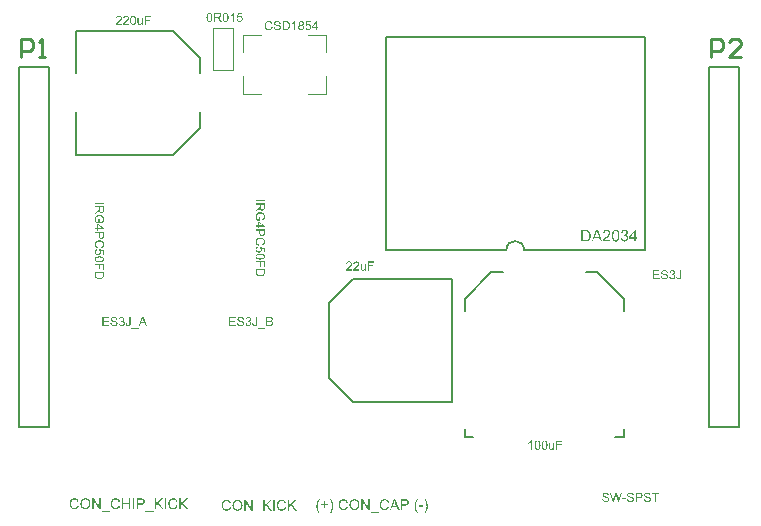
<source format=gto>
G04 Layer_Color=65535*
%FSLAX25Y25*%
%MOIN*%
G70*
G01*
G75*
%ADD18C,0.01000*%
%ADD45C,0.00787*%
%ADD46C,0.00394*%
%ADD47C,0.00591*%
G36*
X113440Y5685D02*
X113455Y5665D01*
X113476Y5629D01*
X113506Y5588D01*
X113547Y5532D01*
X113588Y5466D01*
X113634Y5395D01*
X113685Y5313D01*
X113741Y5221D01*
X113792Y5124D01*
X113848Y5027D01*
X113904Y4920D01*
X114006Y4701D01*
X114057Y4584D01*
X114098Y4471D01*
Y4466D01*
X114108Y4446D01*
X114113Y4420D01*
X114128Y4380D01*
X114144Y4334D01*
X114159Y4278D01*
X114174Y4211D01*
X114195Y4140D01*
X114210Y4058D01*
X114225Y3972D01*
X114241Y3885D01*
X114256Y3788D01*
X114276Y3584D01*
X114286Y3375D01*
Y3370D01*
Y3344D01*
Y3309D01*
X114281Y3263D01*
Y3207D01*
X114271Y3135D01*
X114266Y3059D01*
X114256Y2972D01*
X114241Y2880D01*
X114225Y2778D01*
X114179Y2569D01*
X114154Y2457D01*
X114118Y2345D01*
X114083Y2228D01*
X114037Y2115D01*
X114032Y2110D01*
X114026Y2090D01*
X114011Y2059D01*
X113991Y2013D01*
X113970Y1962D01*
X113940Y1901D01*
X113904Y1835D01*
X113868Y1758D01*
X113828Y1677D01*
X113782Y1595D01*
X113680Y1417D01*
X113562Y1233D01*
X113435Y1060D01*
X113124D01*
Y1065D01*
X113134Y1075D01*
X113144Y1090D01*
X113154Y1111D01*
X113170Y1141D01*
X113190Y1172D01*
X113210Y1213D01*
X113236Y1259D01*
X113292Y1361D01*
X113353Y1488D01*
X113414Y1626D01*
X113486Y1784D01*
X113552Y1952D01*
X113613Y2131D01*
X113674Y2324D01*
X113731Y2523D01*
X113777Y2727D01*
X113812Y2942D01*
X113833Y3156D01*
X113843Y3375D01*
Y3380D01*
Y3395D01*
Y3421D01*
Y3452D01*
X113838Y3492D01*
Y3543D01*
X113833Y3594D01*
X113828Y3655D01*
X113822Y3722D01*
X113817Y3793D01*
X113797Y3941D01*
X113771Y4104D01*
X113736Y4273D01*
Y4278D01*
X113731Y4288D01*
X113725Y4308D01*
X113720Y4334D01*
X113710Y4364D01*
X113700Y4405D01*
X113674Y4497D01*
X113644Y4599D01*
X113603Y4716D01*
X113557Y4844D01*
X113506Y4966D01*
Y4971D01*
X113501Y4976D01*
X113496Y4992D01*
X113486Y5007D01*
X113476Y5032D01*
X113460Y5063D01*
X113445Y5094D01*
X113425Y5140D01*
X113399Y5186D01*
X113374Y5237D01*
X113343Y5298D01*
X113307Y5364D01*
X113267Y5435D01*
X113226Y5512D01*
X113175Y5599D01*
X113124Y5690D01*
X113435D01*
X113440Y5685D01*
D02*
G37*
G36*
X109758D02*
X109753Y5670D01*
X109737Y5644D01*
X109717Y5609D01*
X109691Y5568D01*
X109666Y5517D01*
X109605Y5410D01*
X109538Y5293D01*
X109477Y5175D01*
X109416Y5063D01*
X109396Y5017D01*
X109375Y4971D01*
Y4966D01*
X109370Y4956D01*
X109360Y4941D01*
X109350Y4915D01*
X109339Y4885D01*
X109324Y4849D01*
X109309Y4808D01*
X109294Y4762D01*
X109253Y4655D01*
X109217Y4538D01*
X109181Y4410D01*
X109146Y4278D01*
Y4273D01*
X109141Y4257D01*
X109135Y4232D01*
X109130Y4201D01*
X109120Y4160D01*
X109115Y4109D01*
X109105Y4058D01*
X109095Y3997D01*
X109084Y3931D01*
X109074Y3859D01*
X109059Y3706D01*
X109049Y3543D01*
X109044Y3375D01*
Y3370D01*
Y3360D01*
Y3344D01*
Y3324D01*
X109049Y3293D01*
Y3263D01*
X109054Y3222D01*
Y3176D01*
X109064Y3069D01*
X109079Y2947D01*
X109105Y2804D01*
X109135Y2651D01*
X109171Y2482D01*
X109217Y2299D01*
X109278Y2105D01*
X109350Y1906D01*
X109431Y1702D01*
X109523Y1488D01*
X109635Y1274D01*
X109763Y1060D01*
X109452D01*
X109447Y1065D01*
X109436Y1080D01*
X109416Y1106D01*
X109390Y1141D01*
X109360Y1182D01*
X109324Y1233D01*
X109283Y1294D01*
X109243Y1361D01*
X109192Y1437D01*
X109146Y1519D01*
X109095Y1605D01*
X109044Y1697D01*
X108993Y1794D01*
X108942Y1896D01*
X108845Y2115D01*
X108840Y2120D01*
X108835Y2141D01*
X108824Y2176D01*
X108809Y2222D01*
X108789Y2279D01*
X108768Y2340D01*
X108748Y2416D01*
X108722Y2503D01*
X108702Y2590D01*
X108677Y2692D01*
X108656Y2794D01*
X108641Y2901D01*
X108610Y3135D01*
X108605Y3253D01*
X108600Y3375D01*
Y3380D01*
Y3401D01*
Y3431D01*
X108605Y3472D01*
Y3523D01*
X108610Y3584D01*
X108615Y3650D01*
X108625Y3727D01*
X108631Y3808D01*
X108646Y3895D01*
X108677Y4079D01*
X108722Y4273D01*
X108784Y4471D01*
X108789Y4477D01*
X108794Y4497D01*
X108804Y4533D01*
X108824Y4579D01*
X108845Y4630D01*
X108875Y4696D01*
X108911Y4772D01*
X108947Y4854D01*
X108993Y4941D01*
X109039Y5038D01*
X109095Y5140D01*
X109156Y5242D01*
X109222Y5354D01*
X109294Y5466D01*
X109370Y5578D01*
X109452Y5690D01*
X109763D01*
X109758Y5685D01*
D02*
G37*
G36*
X50785Y163800D02*
X50453D01*
Y164119D01*
X50448Y164115D01*
X50440Y164102D01*
X50426Y164084D01*
X50405Y164062D01*
X50378Y164036D01*
X50348Y164001D01*
X50313Y163970D01*
X50269Y163935D01*
X50221Y163900D01*
X50169Y163870D01*
X50112Y163839D01*
X50051Y163809D01*
X49981Y163787D01*
X49911Y163769D01*
X49832Y163756D01*
X49753Y163752D01*
X49723D01*
X49683Y163756D01*
X49635Y163761D01*
X49579Y163769D01*
X49517Y163783D01*
X49456Y163800D01*
X49391Y163826D01*
X49382Y163831D01*
X49365Y163839D01*
X49334Y163857D01*
X49299Y163879D01*
X49255Y163905D01*
X49216Y163935D01*
X49177Y163970D01*
X49142Y164010D01*
X49137Y164014D01*
X49128Y164032D01*
X49115Y164053D01*
X49098Y164088D01*
X49076Y164128D01*
X49059Y164176D01*
X49041Y164228D01*
X49028Y164285D01*
Y164289D01*
X49024Y164307D01*
X49019Y164333D01*
Y164368D01*
X49015Y164420D01*
X49011Y164477D01*
X49006Y164552D01*
Y164635D01*
Y165994D01*
X49378D01*
Y164775D01*
Y164770D01*
Y164761D01*
Y164748D01*
Y164726D01*
Y164678D01*
X49382Y164617D01*
Y164552D01*
X49386Y164486D01*
X49391Y164429D01*
X49399Y164381D01*
Y164377D01*
X49408Y164359D01*
X49417Y164333D01*
X49430Y164298D01*
X49452Y164263D01*
X49478Y164224D01*
X49509Y164189D01*
X49548Y164154D01*
X49552Y164150D01*
X49570Y164141D01*
X49592Y164128D01*
X49627Y164115D01*
X49666Y164097D01*
X49714Y164084D01*
X49766Y164075D01*
X49828Y164071D01*
X49858D01*
X49889Y164075D01*
X49928Y164080D01*
X49976Y164093D01*
X50029Y164106D01*
X50086Y164128D01*
X50142Y164154D01*
X50151Y164158D01*
X50169Y164172D01*
X50195Y164189D01*
X50225Y164215D01*
X50260Y164250D01*
X50295Y164289D01*
X50326Y164333D01*
X50352Y164386D01*
X50357Y164394D01*
X50361Y164412D01*
X50370Y164447D01*
X50383Y164495D01*
X50396Y164556D01*
X50405Y164630D01*
X50409Y164718D01*
X50413Y164818D01*
Y165994D01*
X50785D01*
Y163800D01*
D02*
G37*
G36*
X142505Y5685D02*
X142500Y5670D01*
X142484Y5644D01*
X142464Y5609D01*
X142438Y5568D01*
X142413Y5517D01*
X142352Y5410D01*
X142286Y5293D01*
X142224Y5175D01*
X142163Y5063D01*
X142143Y5017D01*
X142122Y4971D01*
Y4966D01*
X142117Y4956D01*
X142107Y4941D01*
X142097Y4915D01*
X142087Y4885D01*
X142071Y4849D01*
X142056Y4808D01*
X142041Y4762D01*
X142000Y4655D01*
X141964Y4538D01*
X141929Y4410D01*
X141893Y4278D01*
Y4273D01*
X141888Y4257D01*
X141883Y4232D01*
X141877Y4201D01*
X141867Y4160D01*
X141862Y4109D01*
X141852Y4058D01*
X141842Y3997D01*
X141832Y3931D01*
X141821Y3859D01*
X141806Y3706D01*
X141796Y3543D01*
X141791Y3375D01*
Y3370D01*
Y3360D01*
Y3344D01*
Y3324D01*
X141796Y3293D01*
Y3263D01*
X141801Y3222D01*
Y3176D01*
X141811Y3069D01*
X141826Y2947D01*
X141852Y2804D01*
X141883Y2651D01*
X141918Y2482D01*
X141964Y2299D01*
X142025Y2105D01*
X142097Y1906D01*
X142178Y1702D01*
X142270Y1488D01*
X142382Y1274D01*
X142510Y1060D01*
X142199D01*
X142194Y1065D01*
X142183Y1080D01*
X142163Y1106D01*
X142138Y1141D01*
X142107Y1182D01*
X142071Y1233D01*
X142031Y1294D01*
X141990Y1361D01*
X141939Y1437D01*
X141893Y1519D01*
X141842Y1605D01*
X141791Y1697D01*
X141740Y1794D01*
X141689Y1896D01*
X141592Y2115D01*
X141587Y2120D01*
X141582Y2141D01*
X141571Y2176D01*
X141556Y2222D01*
X141536Y2279D01*
X141515Y2340D01*
X141495Y2416D01*
X141470Y2503D01*
X141449Y2590D01*
X141424Y2692D01*
X141403Y2794D01*
X141388Y2901D01*
X141357Y3135D01*
X141352Y3253D01*
X141347Y3375D01*
Y3380D01*
Y3401D01*
Y3431D01*
X141352Y3472D01*
Y3523D01*
X141357Y3584D01*
X141362Y3650D01*
X141373Y3727D01*
X141378Y3808D01*
X141393Y3895D01*
X141424Y4079D01*
X141470Y4273D01*
X141531Y4471D01*
X141536Y4477D01*
X141541Y4497D01*
X141551Y4533D01*
X141571Y4579D01*
X141592Y4630D01*
X141622Y4696D01*
X141658Y4772D01*
X141694Y4854D01*
X141740Y4941D01*
X141786Y5038D01*
X141842Y5140D01*
X141903Y5242D01*
X141969Y5354D01*
X142041Y5466D01*
X142117Y5578D01*
X142199Y5690D01*
X142510D01*
X142505Y5685D01*
D02*
G37*
G36*
X121406D02*
X121452D01*
X121498Y5680D01*
X121559Y5670D01*
X121620Y5660D01*
X121753Y5634D01*
X121906Y5593D01*
X122054Y5532D01*
X122130Y5497D01*
X122207Y5456D01*
X122212Y5451D01*
X122222Y5446D01*
X122242Y5430D01*
X122273Y5415D01*
X122304Y5390D01*
X122345Y5359D01*
X122431Y5288D01*
X122523Y5196D01*
X122625Y5083D01*
X122722Y4951D01*
X122803Y4803D01*
Y4798D01*
X122814Y4783D01*
X122824Y4762D01*
X122834Y4732D01*
X122854Y4691D01*
X122870Y4645D01*
X122890Y4589D01*
X122911Y4528D01*
X122926Y4461D01*
X122946Y4390D01*
X122967Y4308D01*
X122982Y4227D01*
X123002Y4048D01*
X123013Y3854D01*
Y3849D01*
Y3829D01*
Y3803D01*
X123008Y3763D01*
Y3717D01*
X123002Y3661D01*
X122992Y3599D01*
X122987Y3533D01*
X122962Y3385D01*
X122921Y3222D01*
X122865Y3059D01*
X122834Y2977D01*
X122793Y2896D01*
Y2891D01*
X122783Y2875D01*
X122773Y2855D01*
X122752Y2824D01*
X122732Y2788D01*
X122707Y2753D01*
X122635Y2656D01*
X122548Y2554D01*
X122447Y2447D01*
X122324Y2345D01*
X122181Y2253D01*
X122176D01*
X122166Y2243D01*
X122141Y2233D01*
X122110Y2217D01*
X122074Y2202D01*
X122033Y2187D01*
X121982Y2166D01*
X121926Y2146D01*
X121865Y2125D01*
X121799Y2105D01*
X121651Y2074D01*
X121493Y2049D01*
X121325Y2039D01*
X121274D01*
X121243Y2044D01*
X121197D01*
X121146Y2054D01*
X121090Y2059D01*
X121024Y2069D01*
X120886Y2100D01*
X120738Y2141D01*
X120585Y2202D01*
X120509Y2238D01*
X120432Y2279D01*
X120427Y2284D01*
X120417Y2289D01*
X120396Y2304D01*
X120366Y2324D01*
X120335Y2345D01*
X120299Y2375D01*
X120213Y2452D01*
X120116Y2544D01*
X120014Y2656D01*
X119922Y2783D01*
X119835Y2931D01*
Y2936D01*
X119825Y2952D01*
X119815Y2972D01*
X119805Y3003D01*
X119789Y3043D01*
X119774Y3089D01*
X119754Y3140D01*
X119738Y3196D01*
X119718Y3263D01*
X119698Y3329D01*
X119667Y3482D01*
X119647Y3640D01*
X119636Y3814D01*
Y3819D01*
Y3824D01*
Y3854D01*
X119641Y3900D01*
Y3962D01*
X119652Y4033D01*
X119662Y4120D01*
X119677Y4216D01*
X119698Y4318D01*
X119718Y4426D01*
X119749Y4538D01*
X119789Y4650D01*
X119835Y4767D01*
X119886Y4879D01*
X119953Y4992D01*
X120024Y5094D01*
X120106Y5191D01*
X120111Y5196D01*
X120126Y5211D01*
X120157Y5237D01*
X120192Y5267D01*
X120238Y5308D01*
X120294Y5349D01*
X120361Y5395D01*
X120437Y5441D01*
X120519Y5486D01*
X120610Y5532D01*
X120712Y5573D01*
X120820Y5614D01*
X120937Y5644D01*
X121059Y5670D01*
X121187Y5685D01*
X121325Y5690D01*
X121370D01*
X121406Y5685D01*
D02*
G37*
G36*
X129587Y1121D02*
X126715D01*
Y1432D01*
X129587D01*
Y1121D01*
D02*
G37*
G36*
X144948Y5685D02*
X144963Y5665D01*
X144983Y5629D01*
X145014Y5588D01*
X145055Y5532D01*
X145096Y5466D01*
X145141Y5395D01*
X145193Y5313D01*
X145249Y5221D01*
X145300Y5124D01*
X145356Y5027D01*
X145412Y4920D01*
X145514Y4701D01*
X145565Y4584D01*
X145606Y4471D01*
Y4466D01*
X145616Y4446D01*
X145621Y4420D01*
X145636Y4380D01*
X145651Y4334D01*
X145667Y4278D01*
X145682Y4211D01*
X145703Y4140D01*
X145718Y4058D01*
X145733Y3972D01*
X145748Y3885D01*
X145764Y3788D01*
X145784Y3584D01*
X145794Y3375D01*
Y3370D01*
Y3344D01*
Y3309D01*
X145789Y3263D01*
Y3207D01*
X145779Y3135D01*
X145774Y3059D01*
X145764Y2972D01*
X145748Y2880D01*
X145733Y2778D01*
X145687Y2569D01*
X145662Y2457D01*
X145626Y2345D01*
X145590Y2228D01*
X145544Y2115D01*
X145539Y2110D01*
X145534Y2090D01*
X145519Y2059D01*
X145499Y2013D01*
X145478Y1962D01*
X145448Y1901D01*
X145412Y1835D01*
X145376Y1758D01*
X145335Y1677D01*
X145289Y1595D01*
X145187Y1417D01*
X145070Y1233D01*
X144943Y1060D01*
X144632D01*
Y1065D01*
X144642Y1075D01*
X144652Y1090D01*
X144662Y1111D01*
X144677Y1141D01*
X144698Y1172D01*
X144718Y1213D01*
X144744Y1259D01*
X144800Y1361D01*
X144861Y1488D01*
X144922Y1626D01*
X144994Y1784D01*
X145060Y1952D01*
X145121Y2131D01*
X145182Y2324D01*
X145238Y2523D01*
X145284Y2727D01*
X145320Y2942D01*
X145340Y3156D01*
X145351Y3375D01*
Y3380D01*
Y3395D01*
Y3421D01*
Y3452D01*
X145345Y3492D01*
Y3543D01*
X145340Y3594D01*
X145335Y3655D01*
X145330Y3722D01*
X145325Y3793D01*
X145305Y3941D01*
X145279Y4104D01*
X145244Y4273D01*
Y4278D01*
X145238Y4288D01*
X145233Y4308D01*
X145228Y4334D01*
X145218Y4364D01*
X145208Y4405D01*
X145182Y4497D01*
X145152Y4599D01*
X145111Y4716D01*
X145065Y4844D01*
X145014Y4966D01*
Y4971D01*
X145009Y4976D01*
X145004Y4992D01*
X144994Y5007D01*
X144983Y5032D01*
X144968Y5063D01*
X144953Y5094D01*
X144932Y5140D01*
X144907Y5186D01*
X144881Y5237D01*
X144851Y5298D01*
X144815Y5364D01*
X144774Y5435D01*
X144734Y5512D01*
X144683Y5599D01*
X144632Y5690D01*
X144943D01*
X144948Y5685D01*
D02*
G37*
G36*
X53477Y166466D02*
X51833D01*
Y165531D01*
X53254D01*
Y165172D01*
X51833D01*
Y163800D01*
X51432D01*
Y166824D01*
X53477D01*
Y166466D01*
D02*
G37*
G36*
X127826Y84566D02*
X126182D01*
Y83631D01*
X127603D01*
Y83272D01*
X126182D01*
Y81900D01*
X125780D01*
Y84924D01*
X127826D01*
Y84566D01*
D02*
G37*
G36*
X121983Y84933D02*
X122018Y84928D01*
X122062Y84924D01*
X122110Y84915D01*
X122158Y84907D01*
X122271Y84876D01*
X122385Y84832D01*
X122442Y84806D01*
X122499Y84776D01*
X122551Y84736D01*
X122599Y84692D01*
X122603Y84688D01*
X122612Y84684D01*
X122621Y84666D01*
X122638Y84649D01*
X122660Y84627D01*
X122682Y84596D01*
X122704Y84566D01*
X122730Y84526D01*
X122774Y84443D01*
X122818Y84338D01*
X122835Y84286D01*
X122844Y84225D01*
X122853Y84164D01*
X122857Y84098D01*
Y84089D01*
Y84067D01*
X122853Y84033D01*
X122848Y83985D01*
X122839Y83932D01*
X122822Y83871D01*
X122804Y83805D01*
X122778Y83740D01*
X122774Y83731D01*
X122765Y83709D01*
X122748Y83674D01*
X122721Y83626D01*
X122687Y83574D01*
X122643Y83508D01*
X122590Y83443D01*
X122529Y83368D01*
X122520Y83360D01*
X122499Y83333D01*
X122477Y83311D01*
X122455Y83290D01*
X122429Y83263D01*
X122394Y83228D01*
X122359Y83193D01*
X122315Y83154D01*
X122271Y83110D01*
X122219Y83062D01*
X122162Y83014D01*
X122101Y82958D01*
X122031Y82901D01*
X121961Y82840D01*
X121957Y82835D01*
X121948Y82826D01*
X121930Y82813D01*
X121909Y82796D01*
X121882Y82770D01*
X121852Y82743D01*
X121782Y82687D01*
X121708Y82621D01*
X121638Y82556D01*
X121576Y82499D01*
X121550Y82477D01*
X121528Y82455D01*
X121524Y82451D01*
X121511Y82437D01*
X121493Y82420D01*
X121472Y82394D01*
X121450Y82363D01*
X121423Y82333D01*
X121371Y82258D01*
X122861D01*
Y81900D01*
X120855D01*
Y81904D01*
Y81922D01*
Y81948D01*
X120860Y81983D01*
X120864Y82022D01*
X120873Y82066D01*
X120882Y82110D01*
X120899Y82158D01*
Y82162D01*
X120904Y82167D01*
X120912Y82193D01*
X120930Y82232D01*
X120956Y82285D01*
X120991Y82346D01*
X121035Y82416D01*
X121083Y82486D01*
X121144Y82560D01*
Y82564D01*
X121153Y82569D01*
X121174Y82595D01*
X121214Y82634D01*
X121271Y82691D01*
X121336Y82757D01*
X121419Y82835D01*
X121520Y82923D01*
X121629Y83014D01*
X121633Y83019D01*
X121651Y83032D01*
X121677Y83054D01*
X121708Y83080D01*
X121747Y83115D01*
X121795Y83154D01*
X121843Y83198D01*
X121900Y83246D01*
X122009Y83351D01*
X122118Y83456D01*
X122171Y83508D01*
X122219Y83561D01*
X122263Y83609D01*
X122298Y83657D01*
Y83661D01*
X122306Y83666D01*
X122315Y83679D01*
X122324Y83696D01*
X122354Y83744D01*
X122389Y83801D01*
X122420Y83871D01*
X122450Y83945D01*
X122468Y84028D01*
X122477Y84107D01*
Y84111D01*
Y84116D01*
X122472Y84142D01*
X122468Y84185D01*
X122455Y84234D01*
X122437Y84295D01*
X122407Y84356D01*
X122368Y84417D01*
X122315Y84478D01*
X122306Y84487D01*
X122284Y84504D01*
X122254Y84526D01*
X122206Y84557D01*
X122145Y84583D01*
X122075Y84609D01*
X121992Y84627D01*
X121900Y84631D01*
X121874D01*
X121856Y84627D01*
X121804Y84623D01*
X121742Y84609D01*
X121677Y84592D01*
X121603Y84561D01*
X121533Y84522D01*
X121467Y84470D01*
X121458Y84461D01*
X121441Y84439D01*
X121415Y84404D01*
X121389Y84352D01*
X121358Y84290D01*
X121332Y84212D01*
X121314Y84124D01*
X121306Y84024D01*
X120925Y84063D01*
Y84067D01*
X120930Y84081D01*
Y84102D01*
X120934Y84133D01*
X120943Y84168D01*
X120952Y84207D01*
X120965Y84255D01*
X120978Y84303D01*
X121013Y84408D01*
X121065Y84513D01*
X121096Y84566D01*
X121135Y84618D01*
X121174Y84666D01*
X121218Y84710D01*
X121222Y84714D01*
X121231Y84719D01*
X121244Y84732D01*
X121266Y84745D01*
X121292Y84762D01*
X121323Y84780D01*
X121358Y84802D01*
X121402Y84824D01*
X121450Y84845D01*
X121502Y84867D01*
X121559Y84885D01*
X121620Y84902D01*
X121686Y84915D01*
X121756Y84928D01*
X121830Y84933D01*
X121909Y84937D01*
X121952D01*
X121983Y84933D01*
D02*
G37*
G36*
X119632D02*
X119667Y84928D01*
X119711Y84924D01*
X119759Y84915D01*
X119807Y84907D01*
X119920Y84876D01*
X120034Y84832D01*
X120091Y84806D01*
X120148Y84776D01*
X120200Y84736D01*
X120248Y84692D01*
X120252Y84688D01*
X120261Y84684D01*
X120270Y84666D01*
X120287Y84649D01*
X120309Y84627D01*
X120331Y84596D01*
X120353Y84566D01*
X120379Y84526D01*
X120423Y84443D01*
X120466Y84338D01*
X120484Y84286D01*
X120493Y84225D01*
X120501Y84164D01*
X120506Y84098D01*
Y84089D01*
Y84067D01*
X120501Y84033D01*
X120497Y83985D01*
X120488Y83932D01*
X120471Y83871D01*
X120453Y83805D01*
X120427Y83740D01*
X120423Y83731D01*
X120414Y83709D01*
X120397Y83674D01*
X120370Y83626D01*
X120335Y83574D01*
X120292Y83508D01*
X120239Y83443D01*
X120178Y83368D01*
X120169Y83360D01*
X120148Y83333D01*
X120126Y83311D01*
X120104Y83290D01*
X120078Y83263D01*
X120043Y83228D01*
X120008Y83193D01*
X119964Y83154D01*
X119920Y83110D01*
X119868Y83062D01*
X119811Y83014D01*
X119750Y82958D01*
X119680Y82901D01*
X119610Y82840D01*
X119606Y82835D01*
X119597Y82826D01*
X119579Y82813D01*
X119557Y82796D01*
X119531Y82770D01*
X119501Y82743D01*
X119431Y82687D01*
X119357Y82621D01*
X119287Y82556D01*
X119225Y82499D01*
X119199Y82477D01*
X119177Y82455D01*
X119173Y82451D01*
X119160Y82437D01*
X119142Y82420D01*
X119121Y82394D01*
X119099Y82363D01*
X119072Y82333D01*
X119020Y82258D01*
X120510D01*
Y81900D01*
X118504D01*
Y81904D01*
Y81922D01*
Y81948D01*
X118509Y81983D01*
X118513Y82022D01*
X118522Y82066D01*
X118531Y82110D01*
X118548Y82158D01*
Y82162D01*
X118552Y82167D01*
X118561Y82193D01*
X118579Y82232D01*
X118605Y82285D01*
X118640Y82346D01*
X118684Y82416D01*
X118732Y82486D01*
X118793Y82560D01*
Y82564D01*
X118801Y82569D01*
X118823Y82595D01*
X118863Y82634D01*
X118920Y82691D01*
X118985Y82757D01*
X119068Y82835D01*
X119169Y82923D01*
X119278Y83014D01*
X119282Y83019D01*
X119300Y83032D01*
X119326Y83054D01*
X119357Y83080D01*
X119396Y83115D01*
X119444Y83154D01*
X119492Y83198D01*
X119549Y83246D01*
X119658Y83351D01*
X119767Y83456D01*
X119820Y83508D01*
X119868Y83561D01*
X119912Y83609D01*
X119947Y83657D01*
Y83661D01*
X119955Y83666D01*
X119964Y83679D01*
X119973Y83696D01*
X120003Y83744D01*
X120038Y83801D01*
X120069Y83871D01*
X120099Y83945D01*
X120117Y84028D01*
X120126Y84107D01*
Y84111D01*
Y84116D01*
X120121Y84142D01*
X120117Y84185D01*
X120104Y84234D01*
X120086Y84295D01*
X120056Y84356D01*
X120016Y84417D01*
X119964Y84478D01*
X119955Y84487D01*
X119933Y84504D01*
X119903Y84526D01*
X119855Y84557D01*
X119793Y84583D01*
X119724Y84609D01*
X119641Y84627D01*
X119549Y84631D01*
X119523D01*
X119505Y84627D01*
X119453Y84623D01*
X119392Y84609D01*
X119326Y84592D01*
X119252Y84561D01*
X119182Y84522D01*
X119116Y84470D01*
X119107Y84461D01*
X119090Y84439D01*
X119064Y84404D01*
X119037Y84352D01*
X119007Y84290D01*
X118981Y84212D01*
X118963Y84124D01*
X118955Y84024D01*
X118574Y84063D01*
Y84067D01*
X118579Y84081D01*
Y84102D01*
X118583Y84133D01*
X118592Y84168D01*
X118600Y84207D01*
X118614Y84255D01*
X118627Y84303D01*
X118662Y84408D01*
X118714Y84513D01*
X118745Y84566D01*
X118784Y84618D01*
X118823Y84666D01*
X118867Y84710D01*
X118871Y84714D01*
X118880Y84719D01*
X118893Y84732D01*
X118915Y84745D01*
X118941Y84762D01*
X118972Y84780D01*
X119007Y84802D01*
X119051Y84824D01*
X119099Y84845D01*
X119151Y84867D01*
X119208Y84885D01*
X119269Y84902D01*
X119335Y84915D01*
X119405Y84928D01*
X119479Y84933D01*
X119557Y84937D01*
X119601D01*
X119632Y84933D01*
D02*
G37*
G36*
X125134Y81900D02*
X124802D01*
Y82219D01*
X124797Y82215D01*
X124788Y82201D01*
X124775Y82184D01*
X124753Y82162D01*
X124727Y82136D01*
X124697Y82101D01*
X124662Y82070D01*
X124618Y82035D01*
X124570Y82000D01*
X124518Y81970D01*
X124461Y81939D01*
X124399Y81909D01*
X124330Y81887D01*
X124260Y81869D01*
X124181Y81856D01*
X124102Y81852D01*
X124072D01*
X124032Y81856D01*
X123984Y81861D01*
X123927Y81869D01*
X123866Y81883D01*
X123805Y81900D01*
X123740Y81926D01*
X123731Y81931D01*
X123713Y81939D01*
X123683Y81957D01*
X123648Y81979D01*
X123604Y82005D01*
X123565Y82035D01*
X123526Y82070D01*
X123491Y82110D01*
X123486Y82114D01*
X123477Y82132D01*
X123464Y82153D01*
X123447Y82188D01*
X123425Y82228D01*
X123407Y82276D01*
X123390Y82328D01*
X123377Y82385D01*
Y82389D01*
X123373Y82407D01*
X123368Y82433D01*
Y82468D01*
X123364Y82521D01*
X123359Y82577D01*
X123355Y82652D01*
Y82735D01*
Y84094D01*
X123726D01*
Y82875D01*
Y82870D01*
Y82861D01*
Y82848D01*
Y82826D01*
Y82778D01*
X123731Y82717D01*
Y82652D01*
X123735Y82586D01*
X123740Y82529D01*
X123748Y82481D01*
Y82477D01*
X123757Y82459D01*
X123766Y82433D01*
X123779Y82398D01*
X123801Y82363D01*
X123827Y82324D01*
X123858Y82289D01*
X123897Y82254D01*
X123901Y82250D01*
X123919Y82241D01*
X123941Y82228D01*
X123976Y82215D01*
X124015Y82197D01*
X124063Y82184D01*
X124116Y82175D01*
X124177Y82171D01*
X124207D01*
X124238Y82175D01*
X124277Y82180D01*
X124325Y82193D01*
X124378Y82206D01*
X124434Y82228D01*
X124491Y82254D01*
X124500Y82258D01*
X124518Y82271D01*
X124544Y82289D01*
X124574Y82315D01*
X124609Y82350D01*
X124644Y82389D01*
X124675Y82433D01*
X124701Y82486D01*
X124705Y82494D01*
X124710Y82512D01*
X124718Y82547D01*
X124732Y82595D01*
X124745Y82656D01*
X124753Y82730D01*
X124758Y82818D01*
X124762Y82918D01*
Y84094D01*
X125134D01*
Y81900D01*
D02*
G37*
G36*
X45283Y166833D02*
X45318Y166828D01*
X45362Y166824D01*
X45410Y166815D01*
X45458Y166807D01*
X45571Y166776D01*
X45685Y166732D01*
X45742Y166706D01*
X45799Y166675D01*
X45851Y166636D01*
X45899Y166592D01*
X45903Y166588D01*
X45912Y166584D01*
X45921Y166566D01*
X45938Y166549D01*
X45960Y166527D01*
X45982Y166496D01*
X46004Y166466D01*
X46030Y166426D01*
X46074Y166343D01*
X46118Y166238D01*
X46135Y166186D01*
X46144Y166125D01*
X46152Y166064D01*
X46157Y165998D01*
Y165989D01*
Y165968D01*
X46152Y165933D01*
X46148Y165884D01*
X46139Y165832D01*
X46122Y165771D01*
X46104Y165705D01*
X46078Y165640D01*
X46074Y165631D01*
X46065Y165609D01*
X46048Y165574D01*
X46021Y165526D01*
X45987Y165474D01*
X45943Y165408D01*
X45890Y165343D01*
X45829Y165268D01*
X45820Y165260D01*
X45799Y165233D01*
X45777Y165211D01*
X45755Y165190D01*
X45729Y165163D01*
X45694Y165129D01*
X45659Y165094D01*
X45615Y165054D01*
X45571Y165010D01*
X45519Y164962D01*
X45462Y164914D01*
X45401Y164857D01*
X45331Y164801D01*
X45261Y164740D01*
X45257Y164735D01*
X45248Y164726D01*
X45230Y164713D01*
X45209Y164696D01*
X45182Y164670D01*
X45152Y164643D01*
X45082Y164587D01*
X45008Y164521D01*
X44938Y164455D01*
X44877Y164399D01*
X44850Y164377D01*
X44828Y164355D01*
X44824Y164351D01*
X44811Y164338D01*
X44793Y164320D01*
X44772Y164294D01*
X44750Y164263D01*
X44723Y164233D01*
X44671Y164158D01*
X46161D01*
Y163800D01*
X44155D01*
Y163804D01*
Y163822D01*
Y163848D01*
X44160Y163883D01*
X44164Y163922D01*
X44173Y163966D01*
X44182Y164010D01*
X44199Y164058D01*
Y164062D01*
X44203Y164067D01*
X44212Y164093D01*
X44230Y164132D01*
X44256Y164185D01*
X44291Y164246D01*
X44335Y164316D01*
X44383Y164386D01*
X44444Y164460D01*
Y164464D01*
X44453Y164469D01*
X44474Y164495D01*
X44514Y164534D01*
X44571Y164591D01*
X44636Y164656D01*
X44719Y164735D01*
X44820Y164823D01*
X44929Y164914D01*
X44933Y164919D01*
X44951Y164932D01*
X44977Y164954D01*
X45008Y164980D01*
X45047Y165015D01*
X45095Y165054D01*
X45143Y165098D01*
X45200Y165146D01*
X45309Y165251D01*
X45418Y165356D01*
X45471Y165408D01*
X45519Y165461D01*
X45563Y165509D01*
X45597Y165557D01*
Y165561D01*
X45606Y165566D01*
X45615Y165579D01*
X45624Y165596D01*
X45654Y165644D01*
X45689Y165701D01*
X45720Y165771D01*
X45750Y165845D01*
X45768Y165928D01*
X45777Y166007D01*
Y166011D01*
Y166016D01*
X45772Y166042D01*
X45768Y166086D01*
X45755Y166134D01*
X45737Y166195D01*
X45707Y166256D01*
X45667Y166317D01*
X45615Y166378D01*
X45606Y166387D01*
X45584Y166404D01*
X45554Y166426D01*
X45506Y166457D01*
X45445Y166483D01*
X45375Y166509D01*
X45292Y166527D01*
X45200Y166531D01*
X45174D01*
X45156Y166527D01*
X45104Y166523D01*
X45042Y166509D01*
X44977Y166492D01*
X44903Y166461D01*
X44833Y166422D01*
X44767Y166370D01*
X44758Y166361D01*
X44741Y166339D01*
X44715Y166304D01*
X44689Y166252D01*
X44658Y166190D01*
X44632Y166112D01*
X44614Y166024D01*
X44605Y165924D01*
X44225Y165963D01*
Y165968D01*
X44230Y165981D01*
Y166003D01*
X44234Y166033D01*
X44243Y166068D01*
X44252Y166107D01*
X44265Y166155D01*
X44278Y166203D01*
X44313Y166308D01*
X44365Y166413D01*
X44396Y166466D01*
X44435Y166518D01*
X44474Y166566D01*
X44518Y166610D01*
X44523Y166614D01*
X44531Y166619D01*
X44544Y166632D01*
X44566Y166645D01*
X44592Y166662D01*
X44623Y166680D01*
X44658Y166702D01*
X44702Y166724D01*
X44750Y166745D01*
X44802Y166767D01*
X44859Y166785D01*
X44920Y166802D01*
X44986Y166815D01*
X45056Y166828D01*
X45130Y166833D01*
X45209Y166837D01*
X45252D01*
X45283Y166833D01*
D02*
G37*
G36*
X42932D02*
X42967Y166828D01*
X43011Y166824D01*
X43059Y166815D01*
X43107Y166807D01*
X43220Y166776D01*
X43334Y166732D01*
X43391Y166706D01*
X43448Y166675D01*
X43500Y166636D01*
X43548Y166592D01*
X43552Y166588D01*
X43561Y166584D01*
X43570Y166566D01*
X43587Y166549D01*
X43609Y166527D01*
X43631Y166496D01*
X43653Y166466D01*
X43679Y166426D01*
X43723Y166343D01*
X43766Y166238D01*
X43784Y166186D01*
X43793Y166125D01*
X43802Y166064D01*
X43806Y165998D01*
Y165989D01*
Y165968D01*
X43802Y165933D01*
X43797Y165884D01*
X43788Y165832D01*
X43771Y165771D01*
X43753Y165705D01*
X43727Y165640D01*
X43723Y165631D01*
X43714Y165609D01*
X43697Y165574D01*
X43670Y165526D01*
X43635Y165474D01*
X43592Y165408D01*
X43539Y165343D01*
X43478Y165268D01*
X43469Y165260D01*
X43448Y165233D01*
X43426Y165211D01*
X43404Y165190D01*
X43378Y165163D01*
X43343Y165129D01*
X43308Y165094D01*
X43264Y165054D01*
X43220Y165010D01*
X43168Y164962D01*
X43111Y164914D01*
X43050Y164857D01*
X42980Y164801D01*
X42910Y164740D01*
X42906Y164735D01*
X42897Y164726D01*
X42879Y164713D01*
X42858Y164696D01*
X42831Y164670D01*
X42801Y164643D01*
X42731Y164587D01*
X42656Y164521D01*
X42587Y164455D01*
X42525Y164399D01*
X42499Y164377D01*
X42477Y164355D01*
X42473Y164351D01*
X42460Y164338D01*
X42442Y164320D01*
X42421Y164294D01*
X42399Y164263D01*
X42373Y164233D01*
X42320Y164158D01*
X43810D01*
Y163800D01*
X41804D01*
Y163804D01*
Y163822D01*
Y163848D01*
X41809Y163883D01*
X41813Y163922D01*
X41822Y163966D01*
X41831Y164010D01*
X41848Y164058D01*
Y164062D01*
X41852Y164067D01*
X41861Y164093D01*
X41879Y164132D01*
X41905Y164185D01*
X41940Y164246D01*
X41984Y164316D01*
X42032Y164386D01*
X42093Y164460D01*
Y164464D01*
X42101Y164469D01*
X42123Y164495D01*
X42163Y164534D01*
X42219Y164591D01*
X42285Y164656D01*
X42368Y164735D01*
X42469Y164823D01*
X42578Y164914D01*
X42582Y164919D01*
X42600Y164932D01*
X42626Y164954D01*
X42656Y164980D01*
X42696Y165015D01*
X42744Y165054D01*
X42792Y165098D01*
X42849Y165146D01*
X42958Y165251D01*
X43067Y165356D01*
X43120Y165408D01*
X43168Y165461D01*
X43211Y165509D01*
X43246Y165557D01*
Y165561D01*
X43255Y165566D01*
X43264Y165579D01*
X43273Y165596D01*
X43303Y165644D01*
X43338Y165701D01*
X43369Y165771D01*
X43399Y165845D01*
X43417Y165928D01*
X43426Y166007D01*
Y166011D01*
Y166016D01*
X43421Y166042D01*
X43417Y166086D01*
X43404Y166134D01*
X43386Y166195D01*
X43356Y166256D01*
X43316Y166317D01*
X43264Y166378D01*
X43255Y166387D01*
X43233Y166404D01*
X43203Y166426D01*
X43155Y166457D01*
X43093Y166483D01*
X43024Y166509D01*
X42941Y166527D01*
X42849Y166531D01*
X42823D01*
X42805Y166527D01*
X42753Y166523D01*
X42691Y166509D01*
X42626Y166492D01*
X42552Y166461D01*
X42482Y166422D01*
X42416Y166370D01*
X42407Y166361D01*
X42390Y166339D01*
X42364Y166304D01*
X42338Y166252D01*
X42307Y166190D01*
X42281Y166112D01*
X42263Y166024D01*
X42254Y165924D01*
X41874Y165963D01*
Y165968D01*
X41879Y165981D01*
Y166003D01*
X41883Y166033D01*
X41892Y166068D01*
X41901Y166107D01*
X41914Y166155D01*
X41927Y166203D01*
X41962Y166308D01*
X42014Y166413D01*
X42045Y166466D01*
X42084Y166518D01*
X42123Y166566D01*
X42167Y166610D01*
X42171Y166614D01*
X42180Y166619D01*
X42193Y166632D01*
X42215Y166645D01*
X42241Y166662D01*
X42272Y166680D01*
X42307Y166702D01*
X42351Y166724D01*
X42399Y166745D01*
X42451Y166767D01*
X42508Y166785D01*
X42569Y166802D01*
X42635Y166815D01*
X42705Y166828D01*
X42779Y166833D01*
X42858Y166837D01*
X42901D01*
X42932Y166833D01*
D02*
G37*
G36*
X47634D02*
X47691Y166824D01*
X47756Y166811D01*
X47826Y166794D01*
X47901Y166772D01*
X47970Y166737D01*
X47975D01*
X47979Y166732D01*
X48001Y166719D01*
X48036Y166697D01*
X48080Y166667D01*
X48128Y166623D01*
X48180Y166575D01*
X48228Y166518D01*
X48276Y166453D01*
X48281Y166444D01*
X48298Y166422D01*
X48316Y166383D01*
X48346Y166326D01*
X48373Y166260D01*
X48407Y166186D01*
X48438Y166099D01*
X48464Y166003D01*
Y165998D01*
X48469Y165989D01*
X48473Y165976D01*
X48477Y165954D01*
X48482Y165928D01*
X48486Y165898D01*
X48495Y165858D01*
X48499Y165815D01*
X48508Y165767D01*
X48512Y165714D01*
X48517Y165653D01*
X48525Y165592D01*
X48530Y165522D01*
Y165452D01*
X48534Y165373D01*
Y165290D01*
Y165286D01*
Y165268D01*
Y165238D01*
Y165203D01*
X48530Y165155D01*
Y165102D01*
X48525Y165045D01*
X48521Y164984D01*
X48508Y164844D01*
X48486Y164700D01*
X48460Y164560D01*
X48442Y164495D01*
X48421Y164429D01*
Y164425D01*
X48416Y164416D01*
X48407Y164399D01*
X48399Y164377D01*
X48390Y164346D01*
X48373Y164316D01*
X48338Y164241D01*
X48294Y164163D01*
X48237Y164075D01*
X48171Y163997D01*
X48093Y163922D01*
X48088D01*
X48084Y163914D01*
X48071Y163905D01*
X48054Y163896D01*
X48032Y163883D01*
X48010Y163866D01*
X47944Y163835D01*
X47866Y163804D01*
X47774Y163774D01*
X47664Y163756D01*
X47547Y163748D01*
X47503D01*
X47472Y163752D01*
X47437Y163756D01*
X47394Y163765D01*
X47346Y163774D01*
X47293Y163787D01*
X47241Y163804D01*
X47184Y163822D01*
X47127Y163848D01*
X47070Y163879D01*
X47013Y163914D01*
X46957Y163957D01*
X46904Y164005D01*
X46856Y164058D01*
X46852Y164062D01*
X46843Y164075D01*
X46830Y164097D01*
X46808Y164132D01*
X46786Y164172D01*
X46764Y164224D01*
X46734Y164285D01*
X46707Y164355D01*
X46681Y164434D01*
X46655Y164525D01*
X46629Y164626D01*
X46607Y164740D01*
X46585Y164862D01*
X46572Y164993D01*
X46563Y165137D01*
X46559Y165290D01*
Y165295D01*
Y165312D01*
Y165343D01*
Y165378D01*
X46563Y165426D01*
Y165478D01*
X46568Y165535D01*
X46572Y165600D01*
X46585Y165736D01*
X46607Y165880D01*
X46633Y166024D01*
X46651Y166090D01*
X46668Y166155D01*
Y166160D01*
X46673Y166168D01*
X46681Y166186D01*
X46690Y166208D01*
X46699Y166238D01*
X46716Y166269D01*
X46751Y166343D01*
X46795Y166422D01*
X46852Y166505D01*
X46917Y166588D01*
X46996Y166658D01*
X47000D01*
X47005Y166667D01*
X47018Y166675D01*
X47035Y166684D01*
X47057Y166702D01*
X47083Y166715D01*
X47149Y166750D01*
X47227Y166780D01*
X47319Y166811D01*
X47429Y166828D01*
X47547Y166837D01*
X47586D01*
X47634Y166833D01*
D02*
G37*
G36*
X47902Y2400D02*
X47432D01*
Y5929D01*
X47902D01*
Y2400D01*
D02*
G37*
G36*
X31724Y5985D02*
X31770D01*
X31816Y5980D01*
X31877Y5970D01*
X31939Y5960D01*
X32071Y5934D01*
X32224Y5894D01*
X32372Y5832D01*
X32449Y5797D01*
X32525Y5756D01*
X32530Y5751D01*
X32540Y5746D01*
X32561Y5730D01*
X32591Y5715D01*
X32622Y5689D01*
X32663Y5659D01*
X32750Y5587D01*
X32841Y5496D01*
X32943Y5384D01*
X33040Y5251D01*
X33122Y5103D01*
Y5098D01*
X33132Y5083D01*
X33142Y5062D01*
X33152Y5032D01*
X33173Y4991D01*
X33188Y4945D01*
X33209Y4889D01*
X33229Y4828D01*
X33244Y4761D01*
X33265Y4690D01*
X33285Y4608D01*
X33300Y4527D01*
X33321Y4348D01*
X33331Y4154D01*
Y4149D01*
Y4129D01*
Y4103D01*
X33326Y4063D01*
Y4017D01*
X33321Y3961D01*
X33310Y3899D01*
X33305Y3833D01*
X33280Y3685D01*
X33239Y3522D01*
X33183Y3359D01*
X33152Y3277D01*
X33112Y3196D01*
Y3190D01*
X33101Y3175D01*
X33091Y3155D01*
X33071Y3124D01*
X33050Y3088D01*
X33025Y3053D01*
X32954Y2956D01*
X32867Y2854D01*
X32765Y2747D01*
X32642Y2645D01*
X32500Y2553D01*
X32495D01*
X32484Y2543D01*
X32459Y2533D01*
X32428Y2517D01*
X32392Y2502D01*
X32352Y2487D01*
X32301Y2466D01*
X32245Y2446D01*
X32183Y2426D01*
X32117Y2405D01*
X31969Y2375D01*
X31811Y2349D01*
X31643Y2339D01*
X31592D01*
X31561Y2344D01*
X31515D01*
X31464Y2354D01*
X31408Y2359D01*
X31342Y2369D01*
X31204Y2400D01*
X31056Y2441D01*
X30903Y2502D01*
X30827Y2538D01*
X30750Y2578D01*
X30745Y2584D01*
X30735Y2589D01*
X30715Y2604D01*
X30684Y2624D01*
X30653Y2645D01*
X30618Y2675D01*
X30531Y2752D01*
X30434Y2844D01*
X30332Y2956D01*
X30240Y3083D01*
X30154Y3231D01*
Y3236D01*
X30143Y3252D01*
X30133Y3272D01*
X30123Y3303D01*
X30108Y3343D01*
X30092Y3389D01*
X30072Y3440D01*
X30057Y3497D01*
X30036Y3563D01*
X30016Y3629D01*
X29985Y3782D01*
X29965Y3940D01*
X29955Y4114D01*
Y4119D01*
Y4124D01*
Y4154D01*
X29960Y4200D01*
Y4262D01*
X29970Y4333D01*
X29980Y4420D01*
X29996Y4516D01*
X30016Y4619D01*
X30036Y4726D01*
X30067Y4838D01*
X30108Y4950D01*
X30154Y5067D01*
X30205Y5179D01*
X30271Y5292D01*
X30342Y5394D01*
X30424Y5491D01*
X30429Y5496D01*
X30444Y5511D01*
X30475Y5536D01*
X30511Y5567D01*
X30556Y5608D01*
X30613Y5649D01*
X30679Y5695D01*
X30755Y5740D01*
X30837Y5786D01*
X30929Y5832D01*
X31031Y5873D01*
X31138Y5914D01*
X31255Y5945D01*
X31378Y5970D01*
X31505Y5985D01*
X31643Y5990D01*
X31689D01*
X31724Y5985D01*
D02*
G37*
G36*
X54430Y1421D02*
X51558D01*
Y1732D01*
X54430D01*
Y1421D01*
D02*
G37*
G36*
X50253Y5924D02*
X50339Y5919D01*
X50431Y5914D01*
X50518Y5904D01*
X50594Y5894D01*
X50605D01*
X50640Y5883D01*
X50686Y5873D01*
X50747Y5858D01*
X50814Y5832D01*
X50885Y5802D01*
X50962Y5766D01*
X51028Y5725D01*
X51038Y5720D01*
X51059Y5705D01*
X51089Y5674D01*
X51130Y5638D01*
X51176Y5593D01*
X51222Y5531D01*
X51273Y5465D01*
X51314Y5389D01*
X51319Y5378D01*
X51329Y5353D01*
X51349Y5307D01*
X51370Y5246D01*
X51385Y5174D01*
X51405Y5093D01*
X51415Y5001D01*
X51421Y4904D01*
Y4899D01*
Y4884D01*
Y4863D01*
X51415Y4828D01*
X51410Y4792D01*
X51405Y4746D01*
X51395Y4695D01*
X51385Y4639D01*
X51349Y4522D01*
X51329Y4460D01*
X51298Y4394D01*
X51262Y4328D01*
X51227Y4267D01*
X51181Y4205D01*
X51130Y4144D01*
X51125Y4139D01*
X51115Y4129D01*
X51099Y4114D01*
X51074Y4098D01*
X51043Y4073D01*
X51002Y4047D01*
X50951Y4017D01*
X50895Y3991D01*
X50829Y3961D01*
X50753Y3930D01*
X50671Y3904D01*
X50574Y3884D01*
X50472Y3864D01*
X50360Y3848D01*
X50232Y3838D01*
X50100Y3833D01*
X49197D01*
Y2400D01*
X48728D01*
Y5929D01*
X50176D01*
X50253Y5924D01*
D02*
G37*
G36*
X56113Y4496D02*
X57658Y2400D01*
X57041D01*
X55786Y4180D01*
X55210Y3624D01*
Y2400D01*
X54741D01*
Y5929D01*
X55210D01*
Y4175D01*
X56954Y5929D01*
X57592D01*
X56113Y4496D01*
D02*
G37*
G36*
X36707Y2400D02*
X36223D01*
X34376Y5169D01*
Y2400D01*
X33928D01*
Y5929D01*
X34407D01*
X36258Y3155D01*
Y5929D01*
X36707D01*
Y2400D01*
D02*
G37*
G36*
X58596D02*
X58127D01*
Y5929D01*
X58596D01*
Y2400D01*
D02*
G37*
G36*
X39905Y1421D02*
X37034D01*
Y1732D01*
X39905D01*
Y1421D01*
D02*
G37*
G36*
X111578Y4043D02*
X112537D01*
Y3640D01*
X111578D01*
Y2671D01*
X111170D01*
Y3640D01*
X110212D01*
Y4043D01*
X111170D01*
Y5002D01*
X111578D01*
Y4043D01*
D02*
G37*
G36*
X138292Y5624D02*
X138379Y5619D01*
X138471Y5614D01*
X138557Y5604D01*
X138634Y5593D01*
X138644D01*
X138680Y5583D01*
X138726Y5573D01*
X138787Y5558D01*
X138853Y5532D01*
X138925Y5502D01*
X139001Y5466D01*
X139067Y5425D01*
X139078Y5420D01*
X139098Y5405D01*
X139129Y5374D01*
X139169Y5339D01*
X139215Y5293D01*
X139261Y5231D01*
X139312Y5165D01*
X139353Y5089D01*
X139358Y5078D01*
X139368Y5053D01*
X139389Y5007D01*
X139409Y4946D01*
X139424Y4874D01*
X139445Y4793D01*
X139455Y4701D01*
X139460Y4604D01*
Y4599D01*
Y4584D01*
Y4563D01*
X139455Y4528D01*
X139450Y4492D01*
X139445Y4446D01*
X139435Y4395D01*
X139424Y4339D01*
X139389Y4222D01*
X139368Y4160D01*
X139338Y4094D01*
X139302Y4028D01*
X139266Y3967D01*
X139220Y3905D01*
X139169Y3844D01*
X139164Y3839D01*
X139154Y3829D01*
X139139Y3814D01*
X139113Y3798D01*
X139083Y3773D01*
X139042Y3747D01*
X138991Y3717D01*
X138935Y3691D01*
X138868Y3661D01*
X138792Y3630D01*
X138710Y3604D01*
X138613Y3584D01*
X138512Y3564D01*
X138399Y3548D01*
X138272Y3538D01*
X138139Y3533D01*
X137236D01*
Y2100D01*
X136767D01*
Y5629D01*
X138216D01*
X138292Y5624D01*
D02*
G37*
G36*
X136390Y2100D02*
X135860D01*
X135446Y3171D01*
X133967D01*
X133585Y2100D01*
X133090D01*
X134437Y5629D01*
X134947D01*
X136390Y2100D01*
D02*
G37*
G36*
X126389D02*
X125904D01*
X124058Y4869D01*
Y2100D01*
X123609D01*
Y5629D01*
X124089D01*
X125940Y2855D01*
Y5629D01*
X126389D01*
Y2100D01*
D02*
G37*
G36*
X131530Y5685D02*
X131576Y5680D01*
X131632Y5675D01*
X131688Y5670D01*
X131754Y5655D01*
X131892Y5624D01*
X132045Y5578D01*
X132121Y5548D01*
X132193Y5512D01*
X132264Y5466D01*
X132335Y5420D01*
X132341Y5415D01*
X132351Y5410D01*
X132371Y5395D01*
X132397Y5369D01*
X132422Y5344D01*
X132458Y5308D01*
X132493Y5267D01*
X132534Y5226D01*
X132575Y5175D01*
X132616Y5114D01*
X132662Y5053D01*
X132703Y4987D01*
X132738Y4910D01*
X132779Y4834D01*
X132810Y4752D01*
X132840Y4660D01*
X132381Y4553D01*
Y4558D01*
X132376Y4568D01*
X132366Y4589D01*
X132356Y4614D01*
X132346Y4645D01*
X132330Y4686D01*
X132290Y4767D01*
X132238Y4859D01*
X132177Y4951D01*
X132101Y5038D01*
X132019Y5114D01*
X132009Y5124D01*
X131978Y5145D01*
X131927Y5170D01*
X131861Y5206D01*
X131774Y5237D01*
X131677Y5267D01*
X131560Y5288D01*
X131433Y5293D01*
X131392D01*
X131366Y5288D01*
X131331D01*
X131290Y5282D01*
X131193Y5267D01*
X131086Y5247D01*
X130974Y5211D01*
X130856Y5160D01*
X130749Y5094D01*
X130744D01*
X130739Y5083D01*
X130703Y5058D01*
X130657Y5017D01*
X130601Y4956D01*
X130535Y4879D01*
X130474Y4793D01*
X130418Y4686D01*
X130367Y4568D01*
Y4563D01*
X130362Y4553D01*
X130357Y4538D01*
X130351Y4512D01*
X130341Y4482D01*
X130331Y4446D01*
X130316Y4359D01*
X130295Y4257D01*
X130275Y4145D01*
X130265Y4023D01*
X130260Y3890D01*
Y3885D01*
Y3870D01*
Y3844D01*
Y3814D01*
X130265Y3778D01*
Y3732D01*
X130270Y3681D01*
X130275Y3625D01*
X130290Y3503D01*
X130316Y3370D01*
X130346Y3237D01*
X130387Y3105D01*
Y3100D01*
X130392Y3089D01*
X130403Y3074D01*
X130413Y3049D01*
X130443Y2987D01*
X130489Y2916D01*
X130545Y2834D01*
X130617Y2748D01*
X130698Y2671D01*
X130795Y2600D01*
X130800D01*
X130810Y2595D01*
X130826Y2585D01*
X130846Y2574D01*
X130872Y2564D01*
X130902Y2549D01*
X130974Y2518D01*
X131065Y2488D01*
X131167Y2462D01*
X131280Y2442D01*
X131397Y2437D01*
X131433D01*
X131463Y2442D01*
X131499D01*
X131535Y2447D01*
X131626Y2467D01*
X131734Y2493D01*
X131841Y2534D01*
X131953Y2590D01*
X132009Y2620D01*
X132060Y2661D01*
X132065Y2666D01*
X132070Y2671D01*
X132086Y2686D01*
X132106Y2702D01*
X132126Y2727D01*
X132152Y2758D01*
X132182Y2788D01*
X132208Y2829D01*
X132238Y2875D01*
X132274Y2926D01*
X132305Y2977D01*
X132335Y3038D01*
X132361Y3105D01*
X132386Y3176D01*
X132412Y3253D01*
X132432Y3334D01*
X132902Y3217D01*
Y3212D01*
X132896Y3191D01*
X132886Y3161D01*
X132871Y3120D01*
X132856Y3074D01*
X132835Y3018D01*
X132810Y2957D01*
X132779Y2891D01*
X132708Y2748D01*
X132616Y2605D01*
X132560Y2534D01*
X132504Y2462D01*
X132442Y2401D01*
X132371Y2340D01*
X132366Y2335D01*
X132356Y2324D01*
X132330Y2314D01*
X132305Y2294D01*
X132264Y2268D01*
X132223Y2243D01*
X132167Y2217D01*
X132111Y2192D01*
X132045Y2161D01*
X131973Y2136D01*
X131897Y2110D01*
X131815Y2085D01*
X131728Y2064D01*
X131637Y2054D01*
X131540Y2044D01*
X131438Y2039D01*
X131382D01*
X131341Y2044D01*
X131295D01*
X131239Y2049D01*
X131178Y2059D01*
X131106Y2069D01*
X130958Y2095D01*
X130805Y2136D01*
X130652Y2192D01*
X130581Y2228D01*
X130510Y2268D01*
X130505Y2273D01*
X130494Y2279D01*
X130474Y2294D01*
X130454Y2314D01*
X130423Y2335D01*
X130387Y2365D01*
X130346Y2401D01*
X130306Y2442D01*
X130265Y2488D01*
X130219Y2534D01*
X130127Y2651D01*
X130040Y2788D01*
X129964Y2942D01*
Y2947D01*
X129954Y2962D01*
X129949Y2987D01*
X129933Y3018D01*
X129923Y3059D01*
X129908Y3110D01*
X129887Y3166D01*
X129872Y3227D01*
X129857Y3293D01*
X129836Y3370D01*
X129811Y3528D01*
X129790Y3706D01*
X129780Y3890D01*
Y3895D01*
Y3916D01*
Y3946D01*
X129785Y3982D01*
Y4033D01*
X129790Y4084D01*
X129796Y4150D01*
X129806Y4216D01*
X129831Y4364D01*
X129867Y4528D01*
X129918Y4691D01*
X129989Y4849D01*
X129994Y4854D01*
X130000Y4869D01*
X130010Y4890D01*
X130030Y4915D01*
X130051Y4951D01*
X130076Y4992D01*
X130142Y5083D01*
X130229Y5186D01*
X130331Y5288D01*
X130448Y5390D01*
X130586Y5476D01*
X130591Y5481D01*
X130606Y5486D01*
X130627Y5497D01*
X130652Y5512D01*
X130693Y5527D01*
X130734Y5542D01*
X130785Y5563D01*
X130841Y5583D01*
X130902Y5604D01*
X130969Y5624D01*
X131111Y5655D01*
X131275Y5680D01*
X131443Y5690D01*
X131494D01*
X131530Y5685D01*
D02*
G37*
G36*
X117831D02*
X117877Y5680D01*
X117933Y5675D01*
X117989Y5670D01*
X118055Y5655D01*
X118193Y5624D01*
X118346Y5578D01*
X118423Y5548D01*
X118494Y5512D01*
X118565Y5466D01*
X118637Y5420D01*
X118642Y5415D01*
X118652Y5410D01*
X118673Y5395D01*
X118698Y5369D01*
X118723Y5344D01*
X118759Y5308D01*
X118795Y5267D01*
X118836Y5226D01*
X118877Y5175D01*
X118917Y5114D01*
X118963Y5053D01*
X119004Y4987D01*
X119040Y4910D01*
X119080Y4834D01*
X119111Y4752D01*
X119142Y4660D01*
X118683Y4553D01*
Y4558D01*
X118678Y4568D01*
X118667Y4589D01*
X118657Y4614D01*
X118647Y4645D01*
X118632Y4686D01*
X118591Y4767D01*
X118540Y4859D01*
X118479Y4951D01*
X118402Y5038D01*
X118321Y5114D01*
X118310Y5124D01*
X118280Y5145D01*
X118229Y5170D01*
X118163Y5206D01*
X118076Y5237D01*
X117979Y5267D01*
X117862Y5288D01*
X117734Y5293D01*
X117693D01*
X117668Y5288D01*
X117632D01*
X117591Y5282D01*
X117494Y5267D01*
X117387Y5247D01*
X117275Y5211D01*
X117158Y5160D01*
X117051Y5094D01*
X117046D01*
X117041Y5083D01*
X117005Y5058D01*
X116959Y5017D01*
X116903Y4956D01*
X116837Y4879D01*
X116775Y4793D01*
X116719Y4686D01*
X116668Y4568D01*
Y4563D01*
X116663Y4553D01*
X116658Y4538D01*
X116653Y4512D01*
X116643Y4482D01*
X116632Y4446D01*
X116617Y4359D01*
X116597Y4257D01*
X116576Y4145D01*
X116566Y4023D01*
X116561Y3890D01*
Y3885D01*
Y3870D01*
Y3844D01*
Y3814D01*
X116566Y3778D01*
Y3732D01*
X116571Y3681D01*
X116576Y3625D01*
X116592Y3503D01*
X116617Y3370D01*
X116648Y3237D01*
X116689Y3105D01*
Y3100D01*
X116694Y3089D01*
X116704Y3074D01*
X116714Y3049D01*
X116745Y2987D01*
X116791Y2916D01*
X116847Y2834D01*
X116918Y2748D01*
X117000Y2671D01*
X117097Y2600D01*
X117102D01*
X117112Y2595D01*
X117127Y2585D01*
X117148Y2574D01*
X117173Y2564D01*
X117204Y2549D01*
X117275Y2518D01*
X117367Y2488D01*
X117469Y2462D01*
X117581Y2442D01*
X117698Y2437D01*
X117734D01*
X117765Y2442D01*
X117800D01*
X117836Y2447D01*
X117928Y2467D01*
X118035Y2493D01*
X118142Y2534D01*
X118254Y2590D01*
X118310Y2620D01*
X118361Y2661D01*
X118367Y2666D01*
X118372Y2671D01*
X118387Y2686D01*
X118407Y2702D01*
X118428Y2727D01*
X118453Y2758D01*
X118484Y2788D01*
X118509Y2829D01*
X118540Y2875D01*
X118576Y2926D01*
X118606Y2977D01*
X118637Y3038D01*
X118662Y3105D01*
X118688Y3176D01*
X118713Y3253D01*
X118734Y3334D01*
X119203Y3217D01*
Y3212D01*
X119198Y3191D01*
X119188Y3161D01*
X119172Y3120D01*
X119157Y3074D01*
X119137Y3018D01*
X119111Y2957D01*
X119080Y2891D01*
X119009Y2748D01*
X118917Y2605D01*
X118861Y2534D01*
X118805Y2462D01*
X118744Y2401D01*
X118673Y2340D01*
X118667Y2335D01*
X118657Y2324D01*
X118632Y2314D01*
X118606Y2294D01*
X118565Y2268D01*
X118525Y2243D01*
X118468Y2217D01*
X118412Y2192D01*
X118346Y2161D01*
X118275Y2136D01*
X118198Y2110D01*
X118117Y2085D01*
X118030Y2064D01*
X117938Y2054D01*
X117841Y2044D01*
X117739Y2039D01*
X117683D01*
X117642Y2044D01*
X117596D01*
X117540Y2049D01*
X117479Y2059D01*
X117408Y2069D01*
X117260Y2095D01*
X117107Y2136D01*
X116954Y2192D01*
X116882Y2228D01*
X116811Y2268D01*
X116806Y2273D01*
X116796Y2279D01*
X116775Y2294D01*
X116755Y2314D01*
X116724Y2335D01*
X116689Y2365D01*
X116648Y2401D01*
X116607Y2442D01*
X116566Y2488D01*
X116520Y2534D01*
X116428Y2651D01*
X116342Y2788D01*
X116265Y2942D01*
Y2947D01*
X116255Y2962D01*
X116250Y2987D01*
X116235Y3018D01*
X116225Y3059D01*
X116209Y3110D01*
X116189Y3166D01*
X116174Y3227D01*
X116158Y3293D01*
X116138Y3370D01*
X116112Y3528D01*
X116092Y3706D01*
X116082Y3890D01*
Y3895D01*
Y3916D01*
Y3946D01*
X116087Y3982D01*
Y4033D01*
X116092Y4084D01*
X116097Y4150D01*
X116107Y4216D01*
X116133Y4364D01*
X116168Y4528D01*
X116219Y4691D01*
X116291Y4849D01*
X116296Y4854D01*
X116301Y4869D01*
X116311Y4890D01*
X116332Y4915D01*
X116352Y4951D01*
X116377Y4992D01*
X116444Y5083D01*
X116531Y5186D01*
X116632Y5288D01*
X116750Y5390D01*
X116887Y5476D01*
X116893Y5481D01*
X116908Y5486D01*
X116928Y5497D01*
X116954Y5512D01*
X116995Y5527D01*
X117035Y5542D01*
X117086Y5563D01*
X117142Y5583D01*
X117204Y5604D01*
X117270Y5624D01*
X117413Y5655D01*
X117576Y5680D01*
X117744Y5690D01*
X117795D01*
X117831Y5685D01*
D02*
G37*
G36*
X144183Y3161D02*
X142841D01*
Y3594D01*
X144183D01*
Y3161D01*
D02*
G37*
G36*
X187944Y22213D02*
X187612D01*
Y22532D01*
X187607Y22528D01*
X187599Y22515D01*
X187585Y22497D01*
X187564Y22476D01*
X187537Y22449D01*
X187507Y22414D01*
X187472Y22384D01*
X187428Y22349D01*
X187380Y22314D01*
X187328Y22283D01*
X187271Y22253D01*
X187210Y22222D01*
X187140Y22200D01*
X187070Y22183D01*
X186991Y22170D01*
X186913Y22165D01*
X186882D01*
X186843Y22170D01*
X186795Y22174D01*
X186738Y22183D01*
X186677Y22196D01*
X186615Y22213D01*
X186550Y22240D01*
X186541Y22244D01*
X186524Y22253D01*
X186493Y22270D01*
X186458Y22292D01*
X186414Y22318D01*
X186375Y22349D01*
X186336Y22384D01*
X186301Y22423D01*
X186296Y22427D01*
X186288Y22445D01*
X186275Y22467D01*
X186257Y22502D01*
X186235Y22541D01*
X186218Y22589D01*
X186200Y22642D01*
X186187Y22698D01*
Y22703D01*
X186183Y22720D01*
X186178Y22747D01*
Y22782D01*
X186174Y22834D01*
X186170Y22891D01*
X186165Y22965D01*
Y23048D01*
Y24407D01*
X186537D01*
Y23188D01*
Y23183D01*
Y23175D01*
Y23162D01*
Y23140D01*
Y23092D01*
X186541Y23031D01*
Y22965D01*
X186546Y22899D01*
X186550Y22843D01*
X186559Y22795D01*
Y22790D01*
X186567Y22773D01*
X186576Y22747D01*
X186589Y22712D01*
X186611Y22677D01*
X186637Y22637D01*
X186668Y22602D01*
X186707Y22567D01*
X186712Y22563D01*
X186729Y22554D01*
X186751Y22541D01*
X186786Y22528D01*
X186825Y22511D01*
X186873Y22497D01*
X186926Y22489D01*
X186987Y22484D01*
X187017D01*
X187048Y22489D01*
X187087Y22493D01*
X187135Y22506D01*
X187188Y22519D01*
X187245Y22541D01*
X187302Y22567D01*
X187310Y22572D01*
X187328Y22585D01*
X187354Y22602D01*
X187384Y22628D01*
X187419Y22663D01*
X187454Y22703D01*
X187485Y22747D01*
X187511Y22799D01*
X187516Y22808D01*
X187520Y22825D01*
X187529Y22860D01*
X187542Y22908D01*
X187555Y22969D01*
X187564Y23044D01*
X187568Y23131D01*
X187572Y23232D01*
Y24407D01*
X187944D01*
Y22213D01*
D02*
G37*
G36*
X91424Y81409D02*
Y81404D01*
Y81391D01*
Y81374D01*
Y81352D01*
Y81321D01*
Y81286D01*
X91420Y81208D01*
X91415Y81120D01*
X91407Y81033D01*
X91393Y80945D01*
X91380Y80871D01*
Y80867D01*
X91376Y80858D01*
Y80845D01*
X91367Y80827D01*
X91354Y80779D01*
X91332Y80718D01*
X91302Y80648D01*
X91262Y80574D01*
X91219Y80500D01*
X91162Y80430D01*
X91158Y80426D01*
X91153Y80421D01*
X91140Y80408D01*
X91127Y80391D01*
X91083Y80347D01*
X91022Y80294D01*
X90948Y80238D01*
X90860Y80176D01*
X90760Y80120D01*
X90646Y80072D01*
X90642D01*
X90633Y80067D01*
X90616Y80058D01*
X90589Y80054D01*
X90559Y80041D01*
X90524Y80032D01*
X90484Y80023D01*
X90436Y80010D01*
X90388Y79997D01*
X90332Y79988D01*
X90209Y79967D01*
X90074Y79953D01*
X89925Y79949D01*
X89868D01*
X89838Y79953D01*
X89803D01*
X89720Y79958D01*
X89624Y79971D01*
X89523Y79984D01*
X89418Y80006D01*
X89313Y80032D01*
X89309D01*
X89300Y80036D01*
X89287Y80041D01*
X89270Y80045D01*
X89222Y80063D01*
X89160Y80089D01*
X89091Y80115D01*
X89021Y80150D01*
X88946Y80194D01*
X88876Y80238D01*
X88868Y80242D01*
X88846Y80259D01*
X88815Y80286D01*
X88776Y80321D01*
X88732Y80360D01*
X88688Y80408D01*
X88640Y80456D01*
X88601Y80513D01*
X88597Y80522D01*
X88583Y80539D01*
X88566Y80570D01*
X88544Y80613D01*
X88518Y80666D01*
X88496Y80727D01*
X88470Y80797D01*
X88448Y80876D01*
Y80880D01*
Y80884D01*
X88444Y80897D01*
X88439Y80910D01*
X88435Y80954D01*
X88426Y81015D01*
X88418Y81085D01*
X88409Y81168D01*
X88404Y81260D01*
X88400Y81361D01*
Y82449D01*
X91424D01*
Y81409D01*
D02*
G37*
G36*
X37824Y104098D02*
X34800D01*
Y104500D01*
X37824D01*
Y104098D01*
D02*
G37*
G36*
Y102048D02*
Y102044D01*
Y102031D01*
Y102009D01*
Y101983D01*
X37820Y101948D01*
Y101909D01*
X37815Y101817D01*
X37802Y101721D01*
X37789Y101616D01*
X37767Y101520D01*
X37754Y101472D01*
X37741Y101432D01*
Y101428D01*
X37737Y101424D01*
X37723Y101397D01*
X37706Y101358D01*
X37675Y101310D01*
X37636Y101258D01*
X37584Y101201D01*
X37523Y101148D01*
X37453Y101096D01*
X37448D01*
X37444Y101091D01*
X37418Y101074D01*
X37374Y101056D01*
X37317Y101030D01*
X37252Y101008D01*
X37173Y100987D01*
X37090Y100973D01*
X36998Y100969D01*
X36968D01*
X36946Y100973D01*
X36915D01*
X36884Y100978D01*
X36810Y100995D01*
X36723Y101022D01*
X36631Y101056D01*
X36539Y101109D01*
X36496Y101144D01*
X36452Y101179D01*
X36448Y101183D01*
X36443Y101188D01*
X36430Y101201D01*
X36417Y101218D01*
X36399Y101240D01*
X36382Y101266D01*
X36360Y101301D01*
X36334Y101336D01*
X36312Y101380D01*
X36290Y101428D01*
X36264Y101480D01*
X36242Y101537D01*
X36225Y101603D01*
X36203Y101668D01*
X36190Y101742D01*
X36176Y101821D01*
X36172Y101813D01*
X36163Y101795D01*
X36146Y101769D01*
X36129Y101734D01*
X36080Y101655D01*
X36050Y101616D01*
X36024Y101581D01*
X36015Y101572D01*
X35993Y101550D01*
X35958Y101515D01*
X35914Y101472D01*
X35853Y101424D01*
X35788Y101367D01*
X35709Y101310D01*
X35622Y101249D01*
X34800Y100729D01*
Y101227D01*
X35429Y101625D01*
X35434D01*
X35442Y101633D01*
X35456Y101642D01*
X35473Y101655D01*
X35521Y101686D01*
X35582Y101725D01*
X35648Y101773D01*
X35718Y101821D01*
X35783Y101869D01*
X35844Y101913D01*
X35849Y101917D01*
X35866Y101930D01*
X35893Y101952D01*
X35923Y101983D01*
X35989Y102048D01*
X36019Y102083D01*
X36045Y102118D01*
X36050Y102123D01*
X36054Y102131D01*
X36063Y102149D01*
X36076Y102175D01*
X36089Y102201D01*
X36102Y102232D01*
X36124Y102302D01*
Y102306D01*
X36129Y102315D01*
Y102332D01*
X36133Y102354D01*
X36137Y102385D01*
Y102420D01*
X36142Y102468D01*
Y102520D01*
Y102984D01*
X34800D01*
Y103386D01*
X37824D01*
Y102048D01*
D02*
G37*
G36*
X91424Y82969D02*
X91066D01*
Y84612D01*
X90131D01*
Y83192D01*
X89772D01*
Y84612D01*
X88400D01*
Y85014D01*
X91424D01*
Y82969D01*
D02*
G37*
G36*
X90013Y92897D02*
X90056D01*
X90100Y92893D01*
X90157Y92889D01*
X90214Y92880D01*
X90340Y92858D01*
X90480Y92827D01*
X90620Y92784D01*
X90755Y92723D01*
X90760Y92718D01*
X90773Y92714D01*
X90790Y92705D01*
X90812Y92688D01*
X90843Y92670D01*
X90878Y92648D01*
X90956Y92592D01*
X91044Y92517D01*
X91131Y92430D01*
X91219Y92329D01*
X91293Y92211D01*
X91297Y92207D01*
X91302Y92194D01*
X91310Y92176D01*
X91324Y92155D01*
X91337Y92120D01*
X91350Y92085D01*
X91367Y92041D01*
X91385Y91993D01*
X91402Y91940D01*
X91420Y91884D01*
X91446Y91761D01*
X91468Y91621D01*
X91477Y91477D01*
Y91473D01*
Y91455D01*
Y91434D01*
X91472Y91403D01*
X91468Y91364D01*
X91463Y91316D01*
X91459Y91267D01*
X91446Y91211D01*
X91420Y91093D01*
X91380Y90961D01*
X91354Y90896D01*
X91324Y90835D01*
X91284Y90774D01*
X91245Y90712D01*
X91241Y90708D01*
X91236Y90699D01*
X91223Y90682D01*
X91201Y90660D01*
X91179Y90638D01*
X91149Y90608D01*
X91114Y90577D01*
X91079Y90542D01*
X91035Y90507D01*
X90983Y90472D01*
X90930Y90433D01*
X90873Y90398D01*
X90808Y90367D01*
X90742Y90332D01*
X90672Y90306D01*
X90594Y90280D01*
X90502Y90673D01*
X90506D01*
X90515Y90677D01*
X90533Y90686D01*
X90554Y90695D01*
X90581Y90704D01*
X90616Y90717D01*
X90685Y90752D01*
X90764Y90795D01*
X90843Y90848D01*
X90917Y90913D01*
X90983Y90983D01*
X90991Y90992D01*
X91009Y91018D01*
X91031Y91062D01*
X91061Y91119D01*
X91088Y91193D01*
X91114Y91276D01*
X91131Y91377D01*
X91136Y91486D01*
Y91490D01*
Y91503D01*
Y91521D01*
X91131Y91543D01*
Y91573D01*
X91127Y91608D01*
X91114Y91691D01*
X91096Y91783D01*
X91066Y91879D01*
X91022Y91980D01*
X90965Y92071D01*
Y92076D01*
X90956Y92080D01*
X90935Y92111D01*
X90900Y92150D01*
X90847Y92198D01*
X90782Y92255D01*
X90707Y92308D01*
X90616Y92356D01*
X90515Y92399D01*
X90511D01*
X90502Y92404D01*
X90489Y92408D01*
X90467Y92412D01*
X90441Y92421D01*
X90410Y92430D01*
X90336Y92443D01*
X90249Y92460D01*
X90152Y92478D01*
X90048Y92487D01*
X89934Y92491D01*
X89868D01*
X89838Y92487D01*
X89798D01*
X89755Y92482D01*
X89707Y92478D01*
X89602Y92465D01*
X89488Y92443D01*
X89375Y92417D01*
X89261Y92382D01*
X89257D01*
X89248Y92377D01*
X89235Y92369D01*
X89213Y92360D01*
X89160Y92334D01*
X89099Y92294D01*
X89029Y92246D01*
X88955Y92185D01*
X88889Y92115D01*
X88828Y92032D01*
Y92028D01*
X88824Y92019D01*
X88815Y92006D01*
X88806Y91988D01*
X88798Y91967D01*
X88785Y91940D01*
X88758Y91879D01*
X88732Y91801D01*
X88710Y91713D01*
X88693Y91617D01*
X88688Y91517D01*
Y91512D01*
Y91503D01*
Y91486D01*
X88693Y91460D01*
Y91429D01*
X88697Y91399D01*
X88715Y91320D01*
X88736Y91228D01*
X88771Y91136D01*
X88819Y91040D01*
X88846Y90992D01*
X88881Y90948D01*
X88885Y90944D01*
X88889Y90940D01*
X88902Y90927D01*
X88916Y90909D01*
X88937Y90892D01*
X88964Y90870D01*
X88990Y90843D01*
X89025Y90822D01*
X89064Y90795D01*
X89108Y90765D01*
X89152Y90739D01*
X89204Y90712D01*
X89261Y90691D01*
X89322Y90669D01*
X89388Y90647D01*
X89457Y90629D01*
X89357Y90227D01*
X89353D01*
X89335Y90232D01*
X89309Y90241D01*
X89274Y90254D01*
X89235Y90267D01*
X89187Y90284D01*
X89134Y90306D01*
X89077Y90332D01*
X88955Y90393D01*
X88833Y90472D01*
X88771Y90520D01*
X88710Y90568D01*
X88658Y90621D01*
X88605Y90682D01*
X88601Y90686D01*
X88592Y90695D01*
X88583Y90717D01*
X88566Y90739D01*
X88544Y90774D01*
X88522Y90809D01*
X88500Y90857D01*
X88479Y90905D01*
X88452Y90961D01*
X88431Y91023D01*
X88409Y91088D01*
X88387Y91158D01*
X88369Y91233D01*
X88361Y91311D01*
X88352Y91394D01*
X88348Y91482D01*
Y91486D01*
Y91503D01*
Y91530D01*
X88352Y91565D01*
Y91604D01*
X88356Y91652D01*
X88365Y91704D01*
X88374Y91766D01*
X88396Y91892D01*
X88431Y92023D01*
X88479Y92155D01*
X88509Y92216D01*
X88544Y92277D01*
X88549Y92281D01*
X88553Y92290D01*
X88566Y92308D01*
X88583Y92325D01*
X88601Y92351D01*
X88627Y92382D01*
X88658Y92417D01*
X88693Y92452D01*
X88732Y92487D01*
X88771Y92526D01*
X88872Y92605D01*
X88990Y92679D01*
X89121Y92744D01*
X89125D01*
X89139Y92753D01*
X89160Y92758D01*
X89187Y92771D01*
X89222Y92779D01*
X89265Y92793D01*
X89313Y92810D01*
X89366Y92823D01*
X89423Y92836D01*
X89488Y92854D01*
X89624Y92876D01*
X89776Y92893D01*
X89934Y92902D01*
X89982D01*
X90013Y92897D01*
D02*
G37*
G36*
X89222Y89498D02*
X89209D01*
X89195Y89493D01*
X89174Y89489D01*
X89125Y89476D01*
X89060Y89458D01*
X88994Y89432D01*
X88920Y89397D01*
X88854Y89353D01*
X88793Y89301D01*
X88789Y89292D01*
X88771Y89275D01*
X88750Y89240D01*
X88723Y89192D01*
X88697Y89139D01*
X88675Y89074D01*
X88658Y88999D01*
X88653Y88916D01*
Y88912D01*
Y88903D01*
Y88890D01*
X88658Y88873D01*
X88662Y88820D01*
X88680Y88759D01*
X88701Y88685D01*
X88736Y88611D01*
X88789Y88532D01*
X88819Y88497D01*
X88854Y88462D01*
X88859Y88458D01*
X88863Y88453D01*
X88876Y88444D01*
X88889Y88431D01*
X88937Y88401D01*
X88999Y88366D01*
X89073Y88335D01*
X89165Y88305D01*
X89274Y88283D01*
X89331Y88274D01*
X89423D01*
X89444Y88278D01*
X89471D01*
X89501Y88283D01*
X89571Y88296D01*
X89654Y88318D01*
X89737Y88348D01*
X89816Y88392D01*
X89890Y88453D01*
X89894D01*
X89899Y88462D01*
X89921Y88484D01*
X89951Y88523D01*
X89986Y88576D01*
X90017Y88645D01*
X90048Y88724D01*
X90069Y88816D01*
X90078Y88868D01*
Y88921D01*
Y88929D01*
Y88951D01*
X90074Y88986D01*
X90069Y89030D01*
X90056Y89082D01*
X90043Y89135D01*
X90021Y89192D01*
X89995Y89249D01*
X89991Y89253D01*
X89982Y89270D01*
X89960Y89297D01*
X89938Y89332D01*
X89908Y89367D01*
X89868Y89401D01*
X89829Y89441D01*
X89781Y89471D01*
X89829Y89821D01*
X91385Y89528D01*
Y88025D01*
X91031D01*
Y89235D01*
X90214Y89397D01*
X90218Y89393D01*
X90222Y89384D01*
X90231Y89371D01*
X90244Y89349D01*
X90257Y89323D01*
X90275Y89292D01*
X90310Y89222D01*
X90345Y89135D01*
X90375Y89039D01*
X90397Y88934D01*
X90406Y88881D01*
Y88825D01*
Y88820D01*
Y88807D01*
Y88785D01*
X90402Y88759D01*
X90397Y88724D01*
X90393Y88685D01*
X90384Y88641D01*
X90371Y88593D01*
X90340Y88488D01*
X90318Y88431D01*
X90288Y88375D01*
X90257Y88318D01*
X90222Y88261D01*
X90179Y88208D01*
X90131Y88156D01*
X90126Y88152D01*
X90117Y88143D01*
X90104Y88130D01*
X90082Y88112D01*
X90052Y88090D01*
X90021Y88069D01*
X89982Y88042D01*
X89938Y88016D01*
X89890Y87994D01*
X89838Y87968D01*
X89776Y87946D01*
X89715Y87924D01*
X89650Y87907D01*
X89575Y87894D01*
X89501Y87885D01*
X89423Y87881D01*
X89383D01*
X89353Y87885D01*
X89318Y87889D01*
X89278Y87894D01*
X89230Y87902D01*
X89182Y87911D01*
X89069Y87937D01*
X88951Y87981D01*
X88889Y88007D01*
X88833Y88042D01*
X88771Y88077D01*
X88715Y88121D01*
X88710Y88125D01*
X88697Y88134D01*
X88680Y88152D01*
X88658Y88174D01*
X88632Y88204D01*
X88597Y88239D01*
X88566Y88283D01*
X88531Y88331D01*
X88496Y88383D01*
X88465Y88444D01*
X88435Y88510D01*
X88404Y88580D01*
X88383Y88654D01*
X88365Y88737D01*
X88352Y88825D01*
X88348Y88916D01*
Y88921D01*
Y88934D01*
Y88956D01*
X88352Y88986D01*
X88356Y89021D01*
X88361Y89061D01*
X88365Y89109D01*
X88378Y89157D01*
X88404Y89266D01*
X88444Y89375D01*
X88470Y89432D01*
X88500Y89489D01*
X88535Y89541D01*
X88575Y89594D01*
X88579Y89598D01*
X88583Y89607D01*
X88601Y89616D01*
X88618Y89633D01*
X88640Y89655D01*
X88667Y89677D01*
X88701Y89703D01*
X88741Y89725D01*
X88780Y89751D01*
X88828Y89777D01*
X88933Y89825D01*
X89056Y89865D01*
X89121Y89878D01*
X89191Y89886D01*
X89222Y89498D01*
D02*
G37*
G36*
X90026Y87531D02*
X90078D01*
X90135Y87527D01*
X90200Y87522D01*
X90336Y87509D01*
X90480Y87487D01*
X90624Y87461D01*
X90690Y87444D01*
X90755Y87426D01*
X90760D01*
X90768Y87422D01*
X90786Y87413D01*
X90808Y87404D01*
X90838Y87396D01*
X90869Y87378D01*
X90943Y87343D01*
X91022Y87300D01*
X91105Y87243D01*
X91188Y87177D01*
X91258Y87098D01*
Y87094D01*
X91267Y87090D01*
X91276Y87077D01*
X91284Y87059D01*
X91302Y87037D01*
X91315Y87011D01*
X91350Y86945D01*
X91380Y86867D01*
X91411Y86775D01*
X91428Y86666D01*
X91437Y86548D01*
Y86543D01*
Y86539D01*
Y86526D01*
Y86509D01*
X91433Y86460D01*
X91424Y86404D01*
X91411Y86338D01*
X91393Y86268D01*
X91372Y86194D01*
X91337Y86124D01*
Y86120D01*
X91332Y86115D01*
X91319Y86093D01*
X91297Y86058D01*
X91267Y86015D01*
X91223Y85967D01*
X91175Y85914D01*
X91118Y85866D01*
X91053Y85818D01*
X91044Y85814D01*
X91022Y85796D01*
X90983Y85779D01*
X90926Y85748D01*
X90860Y85722D01*
X90786Y85687D01*
X90699Y85656D01*
X90602Y85630D01*
X90598D01*
X90589Y85626D01*
X90576Y85621D01*
X90554Y85617D01*
X90528Y85613D01*
X90498Y85608D01*
X90458Y85599D01*
X90415Y85595D01*
X90367Y85586D01*
X90314Y85582D01*
X90253Y85578D01*
X90192Y85569D01*
X90122Y85565D01*
X90052D01*
X89973Y85560D01*
X89803D01*
X89755Y85565D01*
X89702D01*
X89645Y85569D01*
X89584Y85573D01*
X89444Y85586D01*
X89300Y85608D01*
X89160Y85634D01*
X89095Y85652D01*
X89029Y85674D01*
X89025D01*
X89016Y85678D01*
X88999Y85687D01*
X88977Y85696D01*
X88946Y85704D01*
X88916Y85722D01*
X88841Y85757D01*
X88763Y85800D01*
X88675Y85857D01*
X88597Y85923D01*
X88522Y86002D01*
Y86006D01*
X88514Y86010D01*
X88505Y86023D01*
X88496Y86041D01*
X88483Y86063D01*
X88465Y86085D01*
X88435Y86150D01*
X88404Y86229D01*
X88374Y86321D01*
X88356Y86430D01*
X88348Y86548D01*
Y86552D01*
Y86565D01*
Y86592D01*
X88352Y86622D01*
X88356Y86657D01*
X88365Y86701D01*
X88374Y86749D01*
X88387Y86801D01*
X88404Y86854D01*
X88422Y86910D01*
X88448Y86967D01*
X88479Y87024D01*
X88514Y87081D01*
X88557Y87138D01*
X88605Y87190D01*
X88658Y87238D01*
X88662Y87243D01*
X88675Y87251D01*
X88697Y87265D01*
X88732Y87286D01*
X88771Y87308D01*
X88824Y87330D01*
X88885Y87361D01*
X88955Y87387D01*
X89034Y87413D01*
X89125Y87439D01*
X89226Y87466D01*
X89340Y87487D01*
X89462Y87509D01*
X89593Y87522D01*
X89737Y87531D01*
X89890Y87535D01*
X89978D01*
X90026Y87531D01*
D02*
G37*
G36*
X36369Y100440D02*
X36408D01*
X36456Y100436D01*
X36504Y100427D01*
X36561Y100423D01*
X36622Y100410D01*
X36688Y100401D01*
X36828Y100366D01*
X36972Y100322D01*
X37116Y100261D01*
X37121Y100257D01*
X37134Y100252D01*
X37151Y100244D01*
X37177Y100226D01*
X37212Y100209D01*
X37247Y100187D01*
X37330Y100126D01*
X37426Y100051D01*
X37518Y99960D01*
X37610Y99855D01*
X37649Y99793D01*
X37689Y99732D01*
X37693Y99728D01*
X37697Y99715D01*
X37706Y99697D01*
X37719Y99671D01*
X37732Y99636D01*
X37750Y99597D01*
X37767Y99553D01*
X37785Y99501D01*
X37802Y99444D01*
X37815Y99383D01*
X37833Y99317D01*
X37846Y99247D01*
X37868Y99094D01*
X37876Y99016D01*
Y98933D01*
Y98928D01*
Y98919D01*
Y98902D01*
Y98876D01*
X37872Y98850D01*
Y98815D01*
X37863Y98732D01*
X37850Y98640D01*
X37828Y98544D01*
X37802Y98439D01*
X37767Y98338D01*
Y98334D01*
X37763Y98325D01*
X37758Y98312D01*
X37750Y98295D01*
X37723Y98247D01*
X37693Y98185D01*
X37649Y98120D01*
X37597Y98050D01*
X37540Y97984D01*
X37470Y97923D01*
X37461Y97914D01*
X37435Y97897D01*
X37396Y97871D01*
X37339Y97836D01*
X37269Y97801D01*
X37182Y97761D01*
X37086Y97722D01*
X36976Y97692D01*
X36880Y98054D01*
X36884D01*
X36889Y98059D01*
X36902Y98063D01*
X36920Y98067D01*
X36959Y98080D01*
X37011Y98098D01*
X37072Y98124D01*
X37129Y98155D01*
X37190Y98185D01*
X37243Y98225D01*
X37247Y98229D01*
X37265Y98242D01*
X37286Y98268D01*
X37317Y98299D01*
X37352Y98338D01*
X37387Y98391D01*
X37422Y98448D01*
X37453Y98513D01*
X37457Y98522D01*
X37466Y98544D01*
X37479Y98583D01*
X37496Y98636D01*
X37509Y98697D01*
X37523Y98767D01*
X37531Y98845D01*
X37536Y98928D01*
Y98933D01*
Y98941D01*
Y98954D01*
Y98976D01*
X37531Y98998D01*
Y99024D01*
X37527Y99090D01*
X37514Y99164D01*
X37501Y99247D01*
X37479Y99326D01*
X37448Y99405D01*
X37444Y99413D01*
X37435Y99440D01*
X37413Y99475D01*
X37391Y99518D01*
X37356Y99571D01*
X37321Y99627D01*
X37278Y99680D01*
X37230Y99728D01*
X37225Y99732D01*
X37208Y99750D01*
X37177Y99772D01*
X37142Y99798D01*
X37099Y99828D01*
X37046Y99859D01*
X36989Y99890D01*
X36928Y99920D01*
X36924D01*
X36915Y99925D01*
X36902Y99929D01*
X36880Y99938D01*
X36854Y99946D01*
X36823Y99955D01*
X36788Y99968D01*
X36749Y99977D01*
X36657Y99999D01*
X36552Y100016D01*
X36443Y100030D01*
X36321Y100034D01*
X36281D01*
X36255Y100030D01*
X36220D01*
X36176Y100025D01*
X36133Y100021D01*
X36085Y100016D01*
X35976Y99999D01*
X35862Y99977D01*
X35748Y99942D01*
X35639Y99898D01*
X35635D01*
X35626Y99890D01*
X35613Y99885D01*
X35595Y99872D01*
X35547Y99842D01*
X35486Y99793D01*
X35421Y99737D01*
X35355Y99667D01*
X35294Y99584D01*
X35237Y99492D01*
Y99488D01*
X35233Y99479D01*
X35224Y99466D01*
X35215Y99444D01*
X35206Y99422D01*
X35198Y99392D01*
X35171Y99322D01*
X35150Y99234D01*
X35128Y99138D01*
X35110Y99033D01*
X35106Y98924D01*
Y98919D01*
Y98911D01*
Y98898D01*
Y98880D01*
X35110Y98854D01*
Y98828D01*
X35119Y98762D01*
X35128Y98684D01*
X35145Y98601D01*
X35171Y98509D01*
X35202Y98417D01*
Y98413D01*
X35206Y98404D01*
X35211Y98395D01*
X35219Y98378D01*
X35241Y98330D01*
X35268Y98277D01*
X35298Y98216D01*
X35333Y98150D01*
X35372Y98089D01*
X35416Y98037D01*
X35984D01*
Y98928D01*
X36343D01*
Y97644D01*
X35219D01*
X35215Y97648D01*
X35211Y97657D01*
X35198Y97674D01*
X35180Y97696D01*
X35163Y97722D01*
X35141Y97753D01*
X35115Y97792D01*
X35088Y97831D01*
X35032Y97923D01*
X34970Y98028D01*
X34914Y98137D01*
X34866Y98255D01*
Y98260D01*
X34861Y98268D01*
X34857Y98286D01*
X34848Y98308D01*
X34839Y98338D01*
X34826Y98373D01*
X34817Y98413D01*
X34809Y98452D01*
X34787Y98548D01*
X34765Y98657D01*
X34752Y98775D01*
X34748Y98898D01*
Y98902D01*
Y98919D01*
Y98941D01*
X34752Y98972D01*
Y99011D01*
X34756Y99059D01*
X34765Y99112D01*
X34769Y99169D01*
X34796Y99295D01*
X34826Y99431D01*
X34874Y99571D01*
X34901Y99641D01*
X34936Y99711D01*
X34940Y99715D01*
X34944Y99728D01*
X34957Y99745D01*
X34970Y99772D01*
X34992Y99802D01*
X35014Y99833D01*
X35075Y99916D01*
X35154Y100003D01*
X35250Y100095D01*
X35359Y100182D01*
X35486Y100261D01*
X35491D01*
X35504Y100270D01*
X35521Y100279D01*
X35552Y100292D01*
X35582Y100305D01*
X35626Y100318D01*
X35670Y100335D01*
X35722Y100353D01*
X35779Y100370D01*
X35844Y100388D01*
X35910Y100401D01*
X35980Y100414D01*
X36133Y100436D01*
X36294Y100445D01*
X36338D01*
X36369Y100440D01*
D02*
G37*
G36*
X36426Y86631D02*
X36478D01*
X36535Y86627D01*
X36600Y86622D01*
X36736Y86609D01*
X36880Y86587D01*
X37024Y86561D01*
X37090Y86544D01*
X37155Y86526D01*
X37160D01*
X37168Y86522D01*
X37186Y86513D01*
X37208Y86504D01*
X37238Y86496D01*
X37269Y86478D01*
X37343Y86443D01*
X37422Y86400D01*
X37505Y86343D01*
X37588Y86277D01*
X37658Y86198D01*
Y86194D01*
X37667Y86190D01*
X37675Y86177D01*
X37684Y86159D01*
X37702Y86137D01*
X37715Y86111D01*
X37750Y86045D01*
X37780Y85967D01*
X37811Y85875D01*
X37828Y85766D01*
X37837Y85648D01*
Y85643D01*
Y85639D01*
Y85626D01*
Y85609D01*
X37833Y85560D01*
X37824Y85504D01*
X37811Y85438D01*
X37793Y85368D01*
X37772Y85294D01*
X37737Y85224D01*
Y85220D01*
X37732Y85215D01*
X37719Y85193D01*
X37697Y85158D01*
X37667Y85115D01*
X37623Y85067D01*
X37575Y85014D01*
X37518Y84966D01*
X37453Y84918D01*
X37444Y84914D01*
X37422Y84896D01*
X37383Y84879D01*
X37326Y84848D01*
X37260Y84822D01*
X37186Y84787D01*
X37099Y84756D01*
X37003Y84730D01*
X36998D01*
X36989Y84726D01*
X36976Y84721D01*
X36954Y84717D01*
X36928Y84713D01*
X36898Y84708D01*
X36858Y84699D01*
X36815Y84695D01*
X36766Y84686D01*
X36714Y84682D01*
X36653Y84678D01*
X36592Y84669D01*
X36522Y84665D01*
X36452D01*
X36373Y84660D01*
X36203D01*
X36155Y84665D01*
X36102D01*
X36045Y84669D01*
X35984Y84673D01*
X35844Y84686D01*
X35700Y84708D01*
X35560Y84734D01*
X35495Y84752D01*
X35429Y84774D01*
X35425D01*
X35416Y84778D01*
X35399Y84787D01*
X35377Y84796D01*
X35346Y84804D01*
X35316Y84822D01*
X35241Y84857D01*
X35163Y84900D01*
X35075Y84957D01*
X34997Y85023D01*
X34922Y85102D01*
Y85106D01*
X34914Y85110D01*
X34905Y85123D01*
X34896Y85141D01*
X34883Y85163D01*
X34866Y85185D01*
X34835Y85250D01*
X34804Y85329D01*
X34774Y85421D01*
X34756Y85530D01*
X34748Y85648D01*
Y85652D01*
Y85665D01*
Y85691D01*
X34752Y85722D01*
X34756Y85757D01*
X34765Y85801D01*
X34774Y85849D01*
X34787Y85901D01*
X34804Y85954D01*
X34822Y86010D01*
X34848Y86067D01*
X34879Y86124D01*
X34914Y86181D01*
X34957Y86238D01*
X35005Y86290D01*
X35058Y86338D01*
X35062Y86343D01*
X35075Y86351D01*
X35097Y86365D01*
X35132Y86386D01*
X35171Y86408D01*
X35224Y86430D01*
X35285Y86461D01*
X35355Y86487D01*
X35434Y86513D01*
X35525Y86539D01*
X35626Y86566D01*
X35740Y86587D01*
X35862Y86609D01*
X35993Y86622D01*
X36137Y86631D01*
X36290Y86635D01*
X36378D01*
X36426Y86631D01*
D02*
G37*
G36*
X37824Y82069D02*
X37466D01*
Y83712D01*
X36531D01*
Y82292D01*
X36172D01*
Y83712D01*
X34800D01*
Y84114D01*
X37824D01*
Y82069D01*
D02*
G37*
G36*
Y80509D02*
Y80504D01*
Y80491D01*
Y80474D01*
Y80452D01*
Y80421D01*
Y80386D01*
X37820Y80308D01*
X37815Y80220D01*
X37807Y80133D01*
X37793Y80045D01*
X37780Y79971D01*
Y79967D01*
X37776Y79958D01*
Y79945D01*
X37767Y79927D01*
X37754Y79879D01*
X37732Y79818D01*
X37702Y79748D01*
X37662Y79674D01*
X37619Y79600D01*
X37562Y79530D01*
X37558Y79526D01*
X37553Y79521D01*
X37540Y79508D01*
X37527Y79491D01*
X37483Y79447D01*
X37422Y79394D01*
X37348Y79338D01*
X37260Y79276D01*
X37160Y79220D01*
X37046Y79172D01*
X37042D01*
X37033Y79167D01*
X37016Y79158D01*
X36989Y79154D01*
X36959Y79141D01*
X36924Y79132D01*
X36884Y79123D01*
X36836Y79110D01*
X36788Y79097D01*
X36731Y79088D01*
X36609Y79067D01*
X36474Y79053D01*
X36325Y79049D01*
X36268D01*
X36238Y79053D01*
X36203D01*
X36120Y79058D01*
X36024Y79071D01*
X35923Y79084D01*
X35818Y79106D01*
X35713Y79132D01*
X35709D01*
X35700Y79137D01*
X35687Y79141D01*
X35670Y79145D01*
X35622Y79163D01*
X35560Y79189D01*
X35491Y79215D01*
X35421Y79250D01*
X35346Y79294D01*
X35276Y79338D01*
X35268Y79342D01*
X35246Y79359D01*
X35215Y79386D01*
X35176Y79421D01*
X35132Y79460D01*
X35088Y79508D01*
X35040Y79556D01*
X35001Y79613D01*
X34997Y79622D01*
X34984Y79639D01*
X34966Y79670D01*
X34944Y79713D01*
X34918Y79766D01*
X34896Y79827D01*
X34870Y79897D01*
X34848Y79976D01*
Y79980D01*
Y79984D01*
X34844Y79997D01*
X34839Y80010D01*
X34835Y80054D01*
X34826Y80115D01*
X34817Y80185D01*
X34809Y80268D01*
X34804Y80360D01*
X34800Y80461D01*
Y81549D01*
X37824D01*
Y80509D01*
D02*
G37*
G36*
X35622Y88598D02*
X35608D01*
X35595Y88593D01*
X35574Y88589D01*
X35525Y88576D01*
X35460Y88558D01*
X35394Y88532D01*
X35320Y88497D01*
X35254Y88453D01*
X35193Y88401D01*
X35189Y88392D01*
X35171Y88375D01*
X35150Y88340D01*
X35123Y88292D01*
X35097Y88239D01*
X35075Y88174D01*
X35058Y88099D01*
X35054Y88016D01*
Y88012D01*
Y88003D01*
Y87990D01*
X35058Y87973D01*
X35062Y87920D01*
X35080Y87859D01*
X35102Y87785D01*
X35137Y87710D01*
X35189Y87632D01*
X35219Y87597D01*
X35254Y87562D01*
X35259Y87558D01*
X35263Y87553D01*
X35276Y87544D01*
X35289Y87531D01*
X35337Y87501D01*
X35399Y87466D01*
X35473Y87435D01*
X35565Y87405D01*
X35674Y87383D01*
X35731Y87374D01*
X35823D01*
X35844Y87378D01*
X35871D01*
X35901Y87383D01*
X35971Y87396D01*
X36054Y87418D01*
X36137Y87448D01*
X36216Y87492D01*
X36290Y87553D01*
X36294D01*
X36299Y87562D01*
X36321Y87584D01*
X36351Y87623D01*
X36386Y87675D01*
X36417Y87745D01*
X36448Y87824D01*
X36469Y87916D01*
X36478Y87968D01*
Y88021D01*
Y88029D01*
Y88051D01*
X36474Y88086D01*
X36469Y88130D01*
X36456Y88182D01*
X36443Y88235D01*
X36421Y88292D01*
X36395Y88349D01*
X36391Y88353D01*
X36382Y88370D01*
X36360Y88397D01*
X36338Y88432D01*
X36308Y88467D01*
X36268Y88501D01*
X36229Y88541D01*
X36181Y88571D01*
X36229Y88921D01*
X37785Y88628D01*
Y87125D01*
X37431D01*
Y88335D01*
X36614Y88497D01*
X36618Y88493D01*
X36622Y88484D01*
X36631Y88471D01*
X36644Y88449D01*
X36657Y88423D01*
X36675Y88392D01*
X36710Y88322D01*
X36745Y88235D01*
X36775Y88139D01*
X36797Y88034D01*
X36806Y87981D01*
Y87925D01*
Y87920D01*
Y87907D01*
Y87885D01*
X36801Y87859D01*
X36797Y87824D01*
X36793Y87785D01*
X36784Y87741D01*
X36771Y87693D01*
X36740Y87588D01*
X36718Y87531D01*
X36688Y87475D01*
X36657Y87418D01*
X36622Y87361D01*
X36579Y87308D01*
X36531Y87256D01*
X36526Y87252D01*
X36517Y87243D01*
X36504Y87230D01*
X36483Y87212D01*
X36452Y87190D01*
X36421Y87169D01*
X36382Y87142D01*
X36338Y87116D01*
X36290Y87094D01*
X36238Y87068D01*
X36176Y87046D01*
X36115Y87024D01*
X36050Y87007D01*
X35976Y86994D01*
X35901Y86985D01*
X35823Y86981D01*
X35783D01*
X35753Y86985D01*
X35718Y86989D01*
X35678Y86994D01*
X35630Y87002D01*
X35582Y87011D01*
X35469Y87037D01*
X35351Y87081D01*
X35289Y87107D01*
X35233Y87142D01*
X35171Y87177D01*
X35115Y87221D01*
X35110Y87225D01*
X35097Y87234D01*
X35080Y87252D01*
X35058Y87274D01*
X35032Y87304D01*
X34997Y87339D01*
X34966Y87383D01*
X34931Y87431D01*
X34896Y87483D01*
X34866Y87544D01*
X34835Y87610D01*
X34804Y87680D01*
X34782Y87754D01*
X34765Y87837D01*
X34752Y87925D01*
X34748Y88016D01*
Y88021D01*
Y88034D01*
Y88056D01*
X34752Y88086D01*
X34756Y88121D01*
X34761Y88161D01*
X34765Y88209D01*
X34778Y88257D01*
X34804Y88366D01*
X34844Y88475D01*
X34870Y88532D01*
X34901Y88589D01*
X34936Y88641D01*
X34975Y88694D01*
X34979Y88698D01*
X34984Y88707D01*
X35001Y88716D01*
X35019Y88733D01*
X35040Y88755D01*
X35067Y88777D01*
X35102Y88803D01*
X35141Y88825D01*
X35180Y88851D01*
X35228Y88877D01*
X35333Y88925D01*
X35456Y88965D01*
X35521Y88978D01*
X35591Y88986D01*
X35622Y88598D01*
D02*
G37*
G36*
X37824Y95948D02*
Y95646D01*
X35866D01*
Y95236D01*
X35525D01*
Y95646D01*
X34800D01*
Y96018D01*
X35525D01*
Y97333D01*
X35866D01*
X37824Y95948D01*
D02*
G37*
G36*
Y93566D02*
Y93562D01*
Y93553D01*
Y93536D01*
Y93518D01*
Y93492D01*
Y93461D01*
X37820Y93396D01*
X37815Y93322D01*
X37811Y93243D01*
X37802Y93169D01*
X37793Y93103D01*
Y93099D01*
Y93094D01*
X37785Y93064D01*
X37776Y93024D01*
X37763Y92972D01*
X37741Y92915D01*
X37715Y92854D01*
X37684Y92788D01*
X37649Y92732D01*
X37645Y92723D01*
X37632Y92705D01*
X37606Y92679D01*
X37575Y92644D01*
X37536Y92605D01*
X37483Y92566D01*
X37426Y92522D01*
X37361Y92487D01*
X37352Y92483D01*
X37330Y92474D01*
X37291Y92456D01*
X37238Y92439D01*
X37177Y92426D01*
X37107Y92408D01*
X37029Y92400D01*
X36946Y92395D01*
X36911D01*
X36880Y92400D01*
X36849Y92404D01*
X36810Y92408D01*
X36766Y92417D01*
X36718Y92426D01*
X36618Y92456D01*
X36566Y92474D01*
X36509Y92500D01*
X36452Y92531D01*
X36399Y92561D01*
X36347Y92601D01*
X36294Y92644D01*
X36290Y92649D01*
X36281Y92657D01*
X36268Y92670D01*
X36255Y92692D01*
X36233Y92718D01*
X36211Y92753D01*
X36185Y92797D01*
X36163Y92845D01*
X36137Y92902D01*
X36111Y92968D01*
X36089Y93037D01*
X36072Y93120D01*
X36054Y93208D01*
X36041Y93304D01*
X36032Y93413D01*
X36028Y93527D01*
Y94300D01*
X34800D01*
Y94703D01*
X37824D01*
Y93566D01*
D02*
G37*
G36*
X36413Y91997D02*
X36456D01*
X36500Y91993D01*
X36557Y91989D01*
X36614Y91980D01*
X36740Y91958D01*
X36880Y91927D01*
X37020Y91884D01*
X37155Y91823D01*
X37160Y91818D01*
X37173Y91814D01*
X37190Y91805D01*
X37212Y91788D01*
X37243Y91770D01*
X37278Y91748D01*
X37356Y91691D01*
X37444Y91617D01*
X37531Y91530D01*
X37619Y91429D01*
X37693Y91311D01*
X37697Y91307D01*
X37702Y91294D01*
X37710Y91276D01*
X37723Y91255D01*
X37737Y91220D01*
X37750Y91185D01*
X37767Y91141D01*
X37785Y91093D01*
X37802Y91040D01*
X37820Y90984D01*
X37846Y90861D01*
X37868Y90721D01*
X37876Y90577D01*
Y90573D01*
Y90555D01*
Y90534D01*
X37872Y90503D01*
X37868Y90464D01*
X37863Y90416D01*
X37859Y90367D01*
X37846Y90311D01*
X37820Y90193D01*
X37780Y90061D01*
X37754Y89996D01*
X37723Y89935D01*
X37684Y89874D01*
X37645Y89812D01*
X37641Y89808D01*
X37636Y89799D01*
X37623Y89782D01*
X37601Y89760D01*
X37579Y89738D01*
X37549Y89708D01*
X37514Y89677D01*
X37479Y89642D01*
X37435Y89607D01*
X37383Y89572D01*
X37330Y89533D01*
X37273Y89498D01*
X37208Y89467D01*
X37142Y89432D01*
X37072Y89406D01*
X36994Y89380D01*
X36902Y89773D01*
X36906D01*
X36915Y89777D01*
X36933Y89786D01*
X36954Y89795D01*
X36981Y89804D01*
X37016Y89817D01*
X37086Y89852D01*
X37164Y89895D01*
X37243Y89948D01*
X37317Y90013D01*
X37383Y90083D01*
X37391Y90092D01*
X37409Y90118D01*
X37431Y90162D01*
X37461Y90219D01*
X37488Y90293D01*
X37514Y90376D01*
X37531Y90477D01*
X37536Y90586D01*
Y90590D01*
Y90603D01*
Y90621D01*
X37531Y90643D01*
Y90673D01*
X37527Y90708D01*
X37514Y90791D01*
X37496Y90883D01*
X37466Y90979D01*
X37422Y91080D01*
X37365Y91171D01*
Y91176D01*
X37356Y91180D01*
X37335Y91211D01*
X37300Y91250D01*
X37247Y91298D01*
X37182Y91355D01*
X37107Y91408D01*
X37016Y91456D01*
X36915Y91499D01*
X36911D01*
X36902Y91504D01*
X36889Y91508D01*
X36867Y91512D01*
X36841Y91521D01*
X36810Y91530D01*
X36736Y91543D01*
X36648Y91560D01*
X36552Y91578D01*
X36448Y91587D01*
X36334Y91591D01*
X36268D01*
X36238Y91587D01*
X36198D01*
X36155Y91582D01*
X36107Y91578D01*
X36002Y91565D01*
X35888Y91543D01*
X35774Y91517D01*
X35661Y91482D01*
X35656D01*
X35648Y91477D01*
X35635Y91469D01*
X35613Y91460D01*
X35560Y91434D01*
X35499Y91394D01*
X35429Y91346D01*
X35355Y91285D01*
X35289Y91215D01*
X35228Y91132D01*
Y91128D01*
X35224Y91119D01*
X35215Y91106D01*
X35206Y91088D01*
X35198Y91067D01*
X35185Y91040D01*
X35158Y90979D01*
X35132Y90901D01*
X35110Y90813D01*
X35093Y90717D01*
X35088Y90617D01*
Y90612D01*
Y90603D01*
Y90586D01*
X35093Y90560D01*
Y90529D01*
X35097Y90499D01*
X35115Y90420D01*
X35137Y90328D01*
X35171Y90236D01*
X35219Y90140D01*
X35246Y90092D01*
X35281Y90048D01*
X35285Y90044D01*
X35289Y90040D01*
X35303Y90027D01*
X35316Y90009D01*
X35337Y89992D01*
X35364Y89970D01*
X35390Y89943D01*
X35425Y89922D01*
X35464Y89895D01*
X35508Y89865D01*
X35552Y89839D01*
X35604Y89812D01*
X35661Y89791D01*
X35722Y89769D01*
X35788Y89747D01*
X35857Y89729D01*
X35757Y89327D01*
X35753D01*
X35735Y89332D01*
X35709Y89341D01*
X35674Y89354D01*
X35635Y89367D01*
X35587Y89384D01*
X35534Y89406D01*
X35477Y89432D01*
X35355Y89493D01*
X35233Y89572D01*
X35171Y89620D01*
X35110Y89668D01*
X35058Y89721D01*
X35005Y89782D01*
X35001Y89786D01*
X34992Y89795D01*
X34984Y89817D01*
X34966Y89839D01*
X34944Y89874D01*
X34922Y89909D01*
X34901Y89957D01*
X34879Y90005D01*
X34852Y90061D01*
X34831Y90123D01*
X34809Y90188D01*
X34787Y90258D01*
X34769Y90333D01*
X34761Y90411D01*
X34752Y90494D01*
X34748Y90582D01*
Y90586D01*
Y90603D01*
Y90630D01*
X34752Y90665D01*
Y90704D01*
X34756Y90752D01*
X34765Y90804D01*
X34774Y90866D01*
X34796Y90992D01*
X34831Y91123D01*
X34879Y91255D01*
X34909Y91316D01*
X34944Y91377D01*
X34949Y91381D01*
X34953Y91390D01*
X34966Y91408D01*
X34984Y91425D01*
X35001Y91451D01*
X35027Y91482D01*
X35058Y91517D01*
X35093Y91552D01*
X35132Y91587D01*
X35171Y91626D01*
X35272Y91705D01*
X35390Y91779D01*
X35521Y91844D01*
X35525D01*
X35539Y91853D01*
X35560Y91858D01*
X35587Y91871D01*
X35622Y91879D01*
X35665Y91893D01*
X35713Y91910D01*
X35766Y91923D01*
X35823Y91936D01*
X35888Y91954D01*
X36024Y91976D01*
X36176Y91993D01*
X36334Y92002D01*
X36382D01*
X36413Y91997D01*
D02*
G37*
G36*
X211468Y95485D02*
X211540Y95474D01*
X211629Y95457D01*
X211729Y95429D01*
X211829Y95396D01*
X211929Y95352D01*
X211934D01*
X211940Y95346D01*
X211973Y95329D01*
X212023Y95296D01*
X212078Y95257D01*
X212145Y95202D01*
X212211Y95141D01*
X212278Y95069D01*
X212334Y94985D01*
X212339Y94974D01*
X212356Y94946D01*
X212378Y94897D01*
X212406Y94835D01*
X212434Y94763D01*
X212456Y94680D01*
X212472Y94586D01*
X212478Y94491D01*
Y94480D01*
Y94447D01*
X212472Y94402D01*
X212461Y94341D01*
X212445Y94269D01*
X212417Y94192D01*
X212384Y94114D01*
X212339Y94036D01*
X212334Y94025D01*
X212317Y94003D01*
X212284Y93964D01*
X212239Y93920D01*
X212184Y93870D01*
X212117Y93814D01*
X212039Y93764D01*
X211945Y93714D01*
X211951D01*
X211962Y93709D01*
X211979Y93703D01*
X212001Y93698D01*
X212062Y93676D01*
X212139Y93642D01*
X212228Y93598D01*
X212317Y93542D01*
X212400Y93470D01*
X212478Y93387D01*
X212484Y93376D01*
X212506Y93343D01*
X212539Y93287D01*
X212572Y93215D01*
X212606Y93126D01*
X212639Y93021D01*
X212661Y92898D01*
X212667Y92765D01*
Y92760D01*
Y92743D01*
Y92715D01*
X212661Y92682D01*
X212655Y92638D01*
X212645Y92588D01*
X212633Y92532D01*
X212622Y92471D01*
X212578Y92338D01*
X212544Y92266D01*
X212511Y92199D01*
X212467Y92127D01*
X212417Y92055D01*
X212361Y91983D01*
X212295Y91916D01*
X212289Y91911D01*
X212278Y91900D01*
X212256Y91883D01*
X212228Y91861D01*
X212195Y91833D01*
X212151Y91805D01*
X212101Y91772D01*
X212039Y91744D01*
X211979Y91711D01*
X211906Y91677D01*
X211834Y91650D01*
X211751Y91622D01*
X211662Y91600D01*
X211568Y91583D01*
X211473Y91572D01*
X211368Y91566D01*
X211318D01*
X211285Y91572D01*
X211240Y91578D01*
X211190Y91583D01*
X211135Y91594D01*
X211074Y91605D01*
X210941Y91639D01*
X210802Y91694D01*
X210730Y91727D01*
X210663Y91766D01*
X210596Y91816D01*
X210530Y91866D01*
X210524Y91872D01*
X210513Y91883D01*
X210497Y91900D01*
X210480Y91922D01*
X210452Y91949D01*
X210424Y91988D01*
X210391Y92027D01*
X210358Y92077D01*
X210325Y92133D01*
X210291Y92188D01*
X210230Y92321D01*
X210180Y92477D01*
X210164Y92560D01*
X210153Y92649D01*
X210624Y92710D01*
Y92704D01*
X210630Y92693D01*
X210635Y92671D01*
X210641Y92643D01*
X210647Y92610D01*
X210658Y92571D01*
X210685Y92488D01*
X210724Y92388D01*
X210774Y92294D01*
X210830Y92205D01*
X210896Y92127D01*
X210907Y92121D01*
X210929Y92099D01*
X210974Y92071D01*
X211029Y92044D01*
X211096Y92010D01*
X211179Y91983D01*
X211274Y91961D01*
X211373Y91955D01*
X211407D01*
X211429Y91961D01*
X211490Y91966D01*
X211568Y91983D01*
X211657Y92010D01*
X211751Y92049D01*
X211845Y92105D01*
X211934Y92182D01*
X211945Y92194D01*
X211973Y92227D01*
X212006Y92277D01*
X212051Y92343D01*
X212095Y92427D01*
X212128Y92521D01*
X212156Y92632D01*
X212167Y92754D01*
Y92760D01*
Y92771D01*
Y92787D01*
X212162Y92810D01*
X212156Y92871D01*
X212139Y92943D01*
X212117Y93032D01*
X212078Y93120D01*
X212023Y93209D01*
X211951Y93292D01*
X211940Y93304D01*
X211912Y93326D01*
X211867Y93359D01*
X211806Y93398D01*
X211729Y93437D01*
X211634Y93470D01*
X211529Y93492D01*
X211412Y93503D01*
X211362D01*
X211323Y93498D01*
X211274Y93492D01*
X211218Y93481D01*
X211152Y93470D01*
X211079Y93454D01*
X211135Y93870D01*
X211163D01*
X211185Y93864D01*
X211257D01*
X211318Y93875D01*
X211390Y93886D01*
X211473Y93903D01*
X211568Y93931D01*
X211657Y93970D01*
X211751Y94020D01*
X211756D01*
X211762Y94025D01*
X211790Y94047D01*
X211829Y94086D01*
X211873Y94136D01*
X211917Y94208D01*
X211956Y94292D01*
X211984Y94386D01*
X211995Y94441D01*
Y94502D01*
Y94508D01*
Y94513D01*
Y94547D01*
X211984Y94591D01*
X211973Y94652D01*
X211951Y94719D01*
X211923Y94791D01*
X211878Y94863D01*
X211818Y94930D01*
X211812Y94935D01*
X211784Y94958D01*
X211745Y94985D01*
X211695Y95019D01*
X211629Y95046D01*
X211551Y95074D01*
X211462Y95096D01*
X211362Y95102D01*
X211318D01*
X211268Y95091D01*
X211202Y95080D01*
X211129Y95057D01*
X211057Y95030D01*
X210979Y94985D01*
X210907Y94930D01*
X210902Y94924D01*
X210880Y94897D01*
X210846Y94858D01*
X210807Y94802D01*
X210769Y94730D01*
X210730Y94641D01*
X210696Y94536D01*
X210674Y94414D01*
X210202Y94497D01*
Y94502D01*
X210208Y94519D01*
X210213Y94541D01*
X210219Y94575D01*
X210230Y94613D01*
X210247Y94658D01*
X210280Y94763D01*
X210336Y94885D01*
X210402Y95007D01*
X210486Y95124D01*
X210591Y95230D01*
X210596Y95235D01*
X210608Y95241D01*
X210624Y95252D01*
X210647Y95268D01*
X210674Y95290D01*
X210713Y95313D01*
X210752Y95335D01*
X210802Y95363D01*
X210913Y95407D01*
X211040Y95451D01*
X211190Y95479D01*
X211268Y95490D01*
X211407D01*
X211468Y95485D01*
D02*
G37*
G36*
X215114Y92987D02*
X215636D01*
Y92554D01*
X215114D01*
Y91633D01*
X214643D01*
Y92554D01*
X212972D01*
Y92987D01*
X214731Y95474D01*
X215114D01*
Y92987D01*
D02*
G37*
G36*
X205540Y95485D02*
X205585Y95479D01*
X205640Y95474D01*
X205701Y95463D01*
X205762Y95451D01*
X205907Y95413D01*
X206051Y95357D01*
X206123Y95324D01*
X206195Y95285D01*
X206262Y95235D01*
X206323Y95179D01*
X206329Y95174D01*
X206340Y95168D01*
X206351Y95146D01*
X206373Y95124D01*
X206401Y95096D01*
X206429Y95057D01*
X206456Y95019D01*
X206489Y94969D01*
X206545Y94863D01*
X206600Y94730D01*
X206623Y94663D01*
X206634Y94586D01*
X206645Y94508D01*
X206650Y94425D01*
Y94414D01*
Y94386D01*
X206645Y94341D01*
X206639Y94280D01*
X206628Y94214D01*
X206606Y94136D01*
X206584Y94053D01*
X206551Y93970D01*
X206545Y93958D01*
X206534Y93931D01*
X206512Y93886D01*
X206478Y93825D01*
X206434Y93759D01*
X206379Y93676D01*
X206312Y93592D01*
X206234Y93498D01*
X206223Y93487D01*
X206195Y93454D01*
X206168Y93426D01*
X206140Y93398D01*
X206107Y93365D01*
X206062Y93320D01*
X206018Y93276D01*
X205962Y93226D01*
X205907Y93170D01*
X205840Y93109D01*
X205768Y93048D01*
X205690Y92976D01*
X205602Y92904D01*
X205513Y92826D01*
X205507Y92821D01*
X205496Y92810D01*
X205474Y92793D01*
X205446Y92771D01*
X205413Y92738D01*
X205374Y92704D01*
X205285Y92632D01*
X205191Y92549D01*
X205102Y92466D01*
X205024Y92393D01*
X204991Y92366D01*
X204963Y92338D01*
X204958Y92332D01*
X204941Y92316D01*
X204919Y92294D01*
X204891Y92260D01*
X204863Y92221D01*
X204830Y92182D01*
X204763Y92088D01*
X206656D01*
Y91633D01*
X204109D01*
Y91639D01*
Y91661D01*
Y91694D01*
X204114Y91738D01*
X204120Y91789D01*
X204131Y91844D01*
X204142Y91900D01*
X204164Y91961D01*
Y91966D01*
X204170Y91972D01*
X204181Y92005D01*
X204203Y92055D01*
X204236Y92121D01*
X204281Y92199D01*
X204336Y92288D01*
X204397Y92377D01*
X204475Y92471D01*
Y92477D01*
X204486Y92482D01*
X204514Y92515D01*
X204564Y92566D01*
X204636Y92638D01*
X204719Y92721D01*
X204824Y92821D01*
X204952Y92932D01*
X205091Y93048D01*
X205097Y93054D01*
X205119Y93071D01*
X205152Y93098D01*
X205191Y93132D01*
X205241Y93176D01*
X205302Y93226D01*
X205363Y93281D01*
X205435Y93343D01*
X205574Y93476D01*
X205713Y93609D01*
X205779Y93676D01*
X205840Y93742D01*
X205896Y93803D01*
X205940Y93864D01*
Y93870D01*
X205951Y93875D01*
X205962Y93892D01*
X205973Y93914D01*
X206012Y93975D01*
X206057Y94047D01*
X206095Y94136D01*
X206134Y94231D01*
X206156Y94336D01*
X206168Y94436D01*
Y94441D01*
Y94447D01*
X206162Y94480D01*
X206156Y94536D01*
X206140Y94597D01*
X206118Y94674D01*
X206079Y94752D01*
X206029Y94830D01*
X205962Y94908D01*
X205951Y94919D01*
X205923Y94941D01*
X205885Y94969D01*
X205823Y95007D01*
X205746Y95041D01*
X205657Y95074D01*
X205552Y95096D01*
X205435Y95102D01*
X205402D01*
X205380Y95096D01*
X205313Y95091D01*
X205235Y95074D01*
X205152Y95052D01*
X205058Y95013D01*
X204969Y94963D01*
X204886Y94897D01*
X204874Y94885D01*
X204852Y94858D01*
X204819Y94813D01*
X204786Y94747D01*
X204747Y94669D01*
X204714Y94569D01*
X204691Y94458D01*
X204680Y94330D01*
X204197Y94380D01*
Y94386D01*
X204203Y94402D01*
Y94430D01*
X204208Y94469D01*
X204220Y94513D01*
X204231Y94564D01*
X204247Y94625D01*
X204264Y94686D01*
X204308Y94819D01*
X204375Y94952D01*
X204414Y95019D01*
X204464Y95085D01*
X204514Y95146D01*
X204569Y95202D01*
X204575Y95207D01*
X204586Y95213D01*
X204603Y95230D01*
X204630Y95246D01*
X204664Y95268D01*
X204702Y95290D01*
X204747Y95318D01*
X204802Y95346D01*
X204863Y95374D01*
X204930Y95402D01*
X205002Y95424D01*
X205080Y95446D01*
X205163Y95463D01*
X205252Y95479D01*
X205346Y95485D01*
X205446Y95490D01*
X205502D01*
X205540Y95485D01*
D02*
G37*
G36*
X182442Y25246D02*
X182499Y25237D01*
X182564Y25224D01*
X182634Y25207D01*
X182709Y25185D01*
X182779Y25150D01*
X182783D01*
X182787Y25146D01*
X182809Y25133D01*
X182844Y25111D01*
X182888Y25080D01*
X182936Y25036D01*
X182988Y24988D01*
X183036Y24931D01*
X183084Y24866D01*
X183089Y24857D01*
X183106Y24835D01*
X183124Y24796D01*
X183154Y24739D01*
X183181Y24674D01*
X183215Y24599D01*
X183246Y24512D01*
X183272Y24416D01*
Y24411D01*
X183277Y24403D01*
X183281Y24390D01*
X183285Y24368D01*
X183290Y24342D01*
X183294Y24311D01*
X183303Y24272D01*
X183307Y24228D01*
X183316Y24180D01*
X183320Y24127D01*
X183325Y24066D01*
X183334Y24005D01*
X183338Y23935D01*
Y23865D01*
X183342Y23787D01*
Y23704D01*
Y23699D01*
Y23682D01*
Y23651D01*
Y23616D01*
X183338Y23568D01*
Y23516D01*
X183334Y23459D01*
X183329Y23398D01*
X183316Y23258D01*
X183294Y23114D01*
X183268Y22974D01*
X183250Y22908D01*
X183229Y22843D01*
Y22838D01*
X183224Y22830D01*
X183215Y22812D01*
X183207Y22790D01*
X183198Y22760D01*
X183181Y22729D01*
X183146Y22655D01*
X183102Y22576D01*
X183045Y22489D01*
X182980Y22410D01*
X182901Y22336D01*
X182896D01*
X182892Y22327D01*
X182879Y22318D01*
X182862Y22309D01*
X182840Y22296D01*
X182818Y22279D01*
X182752Y22248D01*
X182674Y22218D01*
X182582Y22187D01*
X182473Y22170D01*
X182355Y22161D01*
X182311D01*
X182280Y22165D01*
X182245Y22170D01*
X182202Y22178D01*
X182154Y22187D01*
X182101Y22200D01*
X182049Y22218D01*
X181992Y22235D01*
X181935Y22262D01*
X181878Y22292D01*
X181822Y22327D01*
X181765Y22371D01*
X181712Y22419D01*
X181664Y22471D01*
X181660Y22476D01*
X181651Y22489D01*
X181638Y22511D01*
X181616Y22546D01*
X181594Y22585D01*
X181572Y22637D01*
X181542Y22698D01*
X181516Y22768D01*
X181489Y22847D01*
X181463Y22939D01*
X181437Y23039D01*
X181415Y23153D01*
X181393Y23275D01*
X181380Y23406D01*
X181371Y23551D01*
X181367Y23704D01*
Y23708D01*
Y23725D01*
Y23756D01*
Y23791D01*
X181371Y23839D01*
Y23891D01*
X181376Y23948D01*
X181380Y24014D01*
X181393Y24149D01*
X181415Y24294D01*
X181441Y24438D01*
X181459Y24503D01*
X181476Y24569D01*
Y24573D01*
X181481Y24582D01*
X181489Y24599D01*
X181498Y24621D01*
X181507Y24652D01*
X181524Y24682D01*
X181559Y24757D01*
X181603Y24835D01*
X181660Y24918D01*
X181725Y25001D01*
X181804Y25071D01*
X181808D01*
X181813Y25080D01*
X181826Y25089D01*
X181843Y25098D01*
X181865Y25115D01*
X181891Y25128D01*
X181957Y25163D01*
X182036Y25194D01*
X182127Y25224D01*
X182237Y25242D01*
X182355Y25251D01*
X182394D01*
X182442Y25246D01*
D02*
G37*
G36*
X190636Y24879D02*
X188993D01*
Y23944D01*
X190413D01*
Y23586D01*
X188993D01*
Y22213D01*
X188591D01*
Y25237D01*
X190636D01*
Y24879D01*
D02*
G37*
G36*
X180414Y22213D02*
X180043D01*
Y24578D01*
X180038Y24573D01*
X180017Y24556D01*
X179990Y24530D01*
X179947Y24499D01*
X179899Y24460D01*
X179838Y24416D01*
X179768Y24368D01*
X179689Y24320D01*
X179685D01*
X179680Y24315D01*
X179654Y24298D01*
X179610Y24276D01*
X179558Y24250D01*
X179497Y24219D01*
X179431Y24189D01*
X179366Y24158D01*
X179300Y24132D01*
Y24490D01*
X179304D01*
X179313Y24499D01*
X179331Y24503D01*
X179352Y24516D01*
X179379Y24530D01*
X179409Y24547D01*
X179483Y24591D01*
X179571Y24639D01*
X179658Y24700D01*
X179750Y24770D01*
X179842Y24844D01*
X179846Y24848D01*
X179851Y24853D01*
X179864Y24866D01*
X179881Y24879D01*
X179920Y24923D01*
X179973Y24975D01*
X180025Y25036D01*
X180082Y25106D01*
X180130Y25176D01*
X180174Y25251D01*
X180414D01*
Y22213D01*
D02*
G37*
G36*
X184793Y25246D02*
X184850Y25237D01*
X184915Y25224D01*
X184985Y25207D01*
X185060Y25185D01*
X185130Y25150D01*
X185134D01*
X185138Y25146D01*
X185160Y25133D01*
X185195Y25111D01*
X185239Y25080D01*
X185287Y25036D01*
X185339Y24988D01*
X185387Y24931D01*
X185435Y24866D01*
X185440Y24857D01*
X185457Y24835D01*
X185475Y24796D01*
X185505Y24739D01*
X185532Y24674D01*
X185567Y24599D01*
X185597Y24512D01*
X185623Y24416D01*
Y24411D01*
X185628Y24403D01*
X185632Y24390D01*
X185636Y24368D01*
X185641Y24342D01*
X185645Y24311D01*
X185654Y24272D01*
X185658Y24228D01*
X185667Y24180D01*
X185671Y24127D01*
X185676Y24066D01*
X185685Y24005D01*
X185689Y23935D01*
Y23865D01*
X185693Y23787D01*
Y23704D01*
Y23699D01*
Y23682D01*
Y23651D01*
Y23616D01*
X185689Y23568D01*
Y23516D01*
X185685Y23459D01*
X185680Y23398D01*
X185667Y23258D01*
X185645Y23114D01*
X185619Y22974D01*
X185601Y22908D01*
X185580Y22843D01*
Y22838D01*
X185575Y22830D01*
X185567Y22812D01*
X185558Y22790D01*
X185549Y22760D01*
X185532Y22729D01*
X185497Y22655D01*
X185453Y22576D01*
X185396Y22489D01*
X185331Y22410D01*
X185252Y22336D01*
X185248D01*
X185243Y22327D01*
X185230Y22318D01*
X185213Y22309D01*
X185191Y22296D01*
X185169Y22279D01*
X185103Y22248D01*
X185025Y22218D01*
X184933Y22187D01*
X184824Y22170D01*
X184706Y22161D01*
X184662D01*
X184631Y22165D01*
X184596Y22170D01*
X184553Y22178D01*
X184505Y22187D01*
X184452Y22200D01*
X184400Y22218D01*
X184343Y22235D01*
X184286Y22262D01*
X184229Y22292D01*
X184173Y22327D01*
X184116Y22371D01*
X184063Y22419D01*
X184015Y22471D01*
X184011Y22476D01*
X184002Y22489D01*
X183989Y22511D01*
X183967Y22546D01*
X183945Y22585D01*
X183923Y22637D01*
X183893Y22698D01*
X183867Y22768D01*
X183840Y22847D01*
X183814Y22939D01*
X183788Y23039D01*
X183766Y23153D01*
X183744Y23275D01*
X183731Y23406D01*
X183722Y23551D01*
X183718Y23704D01*
Y23708D01*
Y23725D01*
Y23756D01*
Y23791D01*
X183722Y23839D01*
Y23891D01*
X183727Y23948D01*
X183731Y24014D01*
X183744Y24149D01*
X183766Y24294D01*
X183792Y24438D01*
X183810Y24503D01*
X183827Y24569D01*
Y24573D01*
X183832Y24582D01*
X183840Y24599D01*
X183849Y24621D01*
X183858Y24652D01*
X183875Y24682D01*
X183910Y24757D01*
X183954Y24835D01*
X184011Y24918D01*
X184076Y25001D01*
X184155Y25071D01*
X184159D01*
X184164Y25080D01*
X184177Y25089D01*
X184194Y25098D01*
X184216Y25115D01*
X184242Y25128D01*
X184308Y25163D01*
X184387Y25194D01*
X184478Y25224D01*
X184588Y25242D01*
X184706Y25251D01*
X184745D01*
X184793Y25246D01*
D02*
G37*
G36*
X203959Y91633D02*
X203381D01*
X202932Y92799D01*
X201323D01*
X200906Y91633D01*
X200368D01*
X201833Y95474D01*
X202388D01*
X203959Y91633D01*
D02*
G37*
G36*
X89969Y101340D02*
X90008D01*
X90056Y101336D01*
X90104Y101327D01*
X90161Y101323D01*
X90222Y101310D01*
X90288Y101301D01*
X90428Y101266D01*
X90572Y101222D01*
X90716Y101161D01*
X90720Y101157D01*
X90734Y101152D01*
X90751Y101144D01*
X90777Y101126D01*
X90812Y101109D01*
X90847Y101087D01*
X90930Y101026D01*
X91026Y100951D01*
X91118Y100860D01*
X91210Y100755D01*
X91249Y100694D01*
X91289Y100632D01*
X91293Y100628D01*
X91297Y100615D01*
X91306Y100597D01*
X91319Y100571D01*
X91332Y100536D01*
X91350Y100497D01*
X91367Y100453D01*
X91385Y100401D01*
X91402Y100344D01*
X91415Y100283D01*
X91433Y100217D01*
X91446Y100147D01*
X91468Y99994D01*
X91477Y99916D01*
Y99833D01*
Y99828D01*
Y99819D01*
Y99802D01*
Y99776D01*
X91472Y99750D01*
Y99715D01*
X91463Y99632D01*
X91450Y99540D01*
X91428Y99444D01*
X91402Y99339D01*
X91367Y99238D01*
Y99234D01*
X91363Y99225D01*
X91359Y99212D01*
X91350Y99195D01*
X91324Y99146D01*
X91293Y99085D01*
X91249Y99020D01*
X91197Y98950D01*
X91140Y98884D01*
X91070Y98823D01*
X91061Y98814D01*
X91035Y98797D01*
X90996Y98771D01*
X90939Y98736D01*
X90869Y98701D01*
X90782Y98662D01*
X90685Y98622D01*
X90576Y98592D01*
X90480Y98954D01*
X90484D01*
X90489Y98959D01*
X90502Y98963D01*
X90519Y98967D01*
X90559Y98980D01*
X90611Y98998D01*
X90672Y99024D01*
X90729Y99055D01*
X90790Y99085D01*
X90843Y99125D01*
X90847Y99129D01*
X90865Y99142D01*
X90886Y99168D01*
X90917Y99199D01*
X90952Y99238D01*
X90987Y99291D01*
X91022Y99348D01*
X91053Y99413D01*
X91057Y99422D01*
X91066Y99444D01*
X91079Y99483D01*
X91096Y99536D01*
X91109Y99597D01*
X91123Y99667D01*
X91131Y99745D01*
X91136Y99828D01*
Y99833D01*
Y99841D01*
Y99854D01*
Y99876D01*
X91131Y99898D01*
Y99924D01*
X91127Y99990D01*
X91114Y100064D01*
X91101Y100147D01*
X91079Y100226D01*
X91048Y100305D01*
X91044Y100313D01*
X91035Y100339D01*
X91013Y100374D01*
X90991Y100418D01*
X90956Y100471D01*
X90921Y100527D01*
X90878Y100580D01*
X90830Y100628D01*
X90825Y100632D01*
X90808Y100650D01*
X90777Y100672D01*
X90742Y100698D01*
X90699Y100728D01*
X90646Y100759D01*
X90589Y100790D01*
X90528Y100820D01*
X90524D01*
X90515Y100825D01*
X90502Y100829D01*
X90480Y100838D01*
X90454Y100847D01*
X90423Y100855D01*
X90388Y100868D01*
X90349Y100877D01*
X90257Y100899D01*
X90152Y100916D01*
X90043Y100929D01*
X89921Y100934D01*
X89881D01*
X89855Y100929D01*
X89820D01*
X89776Y100925D01*
X89733Y100921D01*
X89685Y100916D01*
X89575Y100899D01*
X89462Y100877D01*
X89348Y100842D01*
X89239Y100798D01*
X89235D01*
X89226Y100790D01*
X89213Y100785D01*
X89195Y100772D01*
X89147Y100742D01*
X89086Y100694D01*
X89021Y100637D01*
X88955Y100567D01*
X88894Y100484D01*
X88837Y100392D01*
Y100388D01*
X88833Y100379D01*
X88824Y100366D01*
X88815Y100344D01*
X88806Y100322D01*
X88798Y100292D01*
X88771Y100222D01*
X88750Y100134D01*
X88728Y100038D01*
X88710Y99933D01*
X88706Y99824D01*
Y99819D01*
Y99811D01*
Y99798D01*
Y99780D01*
X88710Y99754D01*
Y99728D01*
X88719Y99662D01*
X88728Y99584D01*
X88745Y99501D01*
X88771Y99409D01*
X88802Y99317D01*
Y99313D01*
X88806Y99304D01*
X88811Y99295D01*
X88819Y99278D01*
X88841Y99230D01*
X88868Y99177D01*
X88898Y99116D01*
X88933Y99050D01*
X88973Y98989D01*
X89016Y98937D01*
X89584D01*
Y99828D01*
X89943D01*
Y98544D01*
X88819D01*
X88815Y98548D01*
X88811Y98557D01*
X88798Y98574D01*
X88780Y98596D01*
X88763Y98622D01*
X88741Y98653D01*
X88715Y98692D01*
X88688Y98731D01*
X88632Y98823D01*
X88570Y98928D01*
X88514Y99037D01*
X88465Y99155D01*
Y99160D01*
X88461Y99168D01*
X88457Y99186D01*
X88448Y99208D01*
X88439Y99238D01*
X88426Y99273D01*
X88418Y99313D01*
X88409Y99352D01*
X88387Y99448D01*
X88365Y99557D01*
X88352Y99675D01*
X88348Y99798D01*
Y99802D01*
Y99819D01*
Y99841D01*
X88352Y99872D01*
Y99911D01*
X88356Y99959D01*
X88365Y100012D01*
X88369Y100069D01*
X88396Y100195D01*
X88426Y100331D01*
X88474Y100471D01*
X88500Y100541D01*
X88535Y100610D01*
X88540Y100615D01*
X88544Y100628D01*
X88557Y100645D01*
X88570Y100672D01*
X88592Y100702D01*
X88614Y100733D01*
X88675Y100816D01*
X88754Y100903D01*
X88850Y100995D01*
X88959Y101082D01*
X89086Y101161D01*
X89091D01*
X89104Y101170D01*
X89121Y101179D01*
X89152Y101192D01*
X89182Y101205D01*
X89226Y101218D01*
X89270Y101235D01*
X89322Y101253D01*
X89379Y101270D01*
X89444Y101288D01*
X89510Y101301D01*
X89580Y101314D01*
X89733Y101336D01*
X89894Y101345D01*
X89938D01*
X89969Y101340D01*
D02*
G37*
G36*
X91424Y96848D02*
Y96546D01*
X89466D01*
Y96136D01*
X89125D01*
Y96546D01*
X88400D01*
Y96918D01*
X89125D01*
Y98233D01*
X89466D01*
X91424Y96848D01*
D02*
G37*
G36*
Y94466D02*
Y94462D01*
Y94453D01*
Y94436D01*
Y94418D01*
Y94392D01*
Y94361D01*
X91420Y94296D01*
X91415Y94222D01*
X91411Y94143D01*
X91402Y94069D01*
X91393Y94003D01*
Y93999D01*
Y93994D01*
X91385Y93964D01*
X91376Y93924D01*
X91363Y93872D01*
X91341Y93815D01*
X91315Y93754D01*
X91284Y93688D01*
X91249Y93632D01*
X91245Y93623D01*
X91232Y93605D01*
X91206Y93579D01*
X91175Y93544D01*
X91136Y93505D01*
X91083Y93466D01*
X91026Y93422D01*
X90961Y93387D01*
X90952Y93383D01*
X90930Y93374D01*
X90891Y93356D01*
X90838Y93339D01*
X90777Y93326D01*
X90707Y93308D01*
X90629Y93300D01*
X90546Y93295D01*
X90511D01*
X90480Y93300D01*
X90450Y93304D01*
X90410Y93308D01*
X90367Y93317D01*
X90318Y93326D01*
X90218Y93356D01*
X90166Y93374D01*
X90109Y93400D01*
X90052Y93431D01*
X89999Y93461D01*
X89947Y93501D01*
X89894Y93544D01*
X89890Y93549D01*
X89881Y93557D01*
X89868Y93570D01*
X89855Y93592D01*
X89833Y93619D01*
X89811Y93653D01*
X89785Y93697D01*
X89763Y93745D01*
X89737Y93802D01*
X89711Y93868D01*
X89689Y93937D01*
X89672Y94020D01*
X89654Y94108D01*
X89641Y94204D01*
X89632Y94313D01*
X89628Y94427D01*
Y95200D01*
X88400D01*
Y95603D01*
X91424D01*
Y94466D01*
D02*
G37*
G36*
Y102948D02*
Y102944D01*
Y102931D01*
Y102909D01*
Y102883D01*
X91420Y102848D01*
Y102809D01*
X91415Y102717D01*
X91402Y102621D01*
X91389Y102516D01*
X91367Y102420D01*
X91354Y102372D01*
X91341Y102332D01*
Y102328D01*
X91337Y102323D01*
X91324Y102297D01*
X91306Y102258D01*
X91276Y102210D01*
X91236Y102157D01*
X91184Y102101D01*
X91123Y102048D01*
X91053Y101996D01*
X91048D01*
X91044Y101991D01*
X91018Y101974D01*
X90974Y101956D01*
X90917Y101930D01*
X90852Y101908D01*
X90773Y101886D01*
X90690Y101873D01*
X90598Y101869D01*
X90567D01*
X90546Y101873D01*
X90515D01*
X90484Y101878D01*
X90410Y101895D01*
X90323Y101921D01*
X90231Y101956D01*
X90139Y102009D01*
X90096Y102044D01*
X90052Y102079D01*
X90048Y102083D01*
X90043Y102087D01*
X90030Y102101D01*
X90017Y102118D01*
X89999Y102140D01*
X89982Y102166D01*
X89960Y102201D01*
X89934Y102236D01*
X89912Y102280D01*
X89890Y102328D01*
X89864Y102380D01*
X89842Y102437D01*
X89825Y102503D01*
X89803Y102568D01*
X89790Y102643D01*
X89776Y102721D01*
X89772Y102712D01*
X89763Y102695D01*
X89746Y102669D01*
X89728Y102634D01*
X89680Y102555D01*
X89650Y102516D01*
X89624Y102481D01*
X89615Y102472D01*
X89593Y102450D01*
X89558Y102415D01*
X89514Y102372D01*
X89453Y102323D01*
X89388Y102267D01*
X89309Y102210D01*
X89222Y102149D01*
X88400Y101629D01*
Y102127D01*
X89029Y102524D01*
X89034D01*
X89042Y102533D01*
X89056Y102542D01*
X89073Y102555D01*
X89121Y102586D01*
X89182Y102625D01*
X89248Y102673D01*
X89318Y102721D01*
X89383Y102769D01*
X89444Y102813D01*
X89449Y102817D01*
X89466Y102830D01*
X89492Y102852D01*
X89523Y102883D01*
X89589Y102948D01*
X89619Y102983D01*
X89645Y103018D01*
X89650Y103023D01*
X89654Y103032D01*
X89663Y103049D01*
X89676Y103075D01*
X89689Y103101D01*
X89702Y103132D01*
X89724Y103202D01*
Y103206D01*
X89728Y103215D01*
Y103233D01*
X89733Y103254D01*
X89737Y103285D01*
Y103320D01*
X89742Y103368D01*
Y103420D01*
Y103884D01*
X88400D01*
Y104286D01*
X91424D01*
Y102948D01*
D02*
G37*
G36*
X198492Y95468D02*
X198603Y95463D01*
X198714Y95451D01*
X198825Y95435D01*
X198919Y95418D01*
X198925D01*
X198936Y95413D01*
X198953D01*
X198975Y95402D01*
X199036Y95385D01*
X199114Y95357D01*
X199202Y95318D01*
X199297Y95268D01*
X199391Y95213D01*
X199480Y95141D01*
X199485Y95135D01*
X199491Y95130D01*
X199508Y95113D01*
X199530Y95096D01*
X199585Y95041D01*
X199652Y94963D01*
X199724Y94869D01*
X199802Y94758D01*
X199874Y94630D01*
X199935Y94486D01*
Y94480D01*
X199941Y94469D01*
X199952Y94447D01*
X199957Y94414D01*
X199974Y94375D01*
X199985Y94330D01*
X199996Y94280D01*
X200013Y94219D01*
X200029Y94158D01*
X200040Y94086D01*
X200068Y93931D01*
X200085Y93759D01*
X200090Y93570D01*
Y93564D01*
Y93553D01*
Y93526D01*
Y93498D01*
X200085Y93459D01*
Y93415D01*
X200079Y93309D01*
X200063Y93187D01*
X200046Y93059D01*
X200018Y92926D01*
X199985Y92793D01*
Y92787D01*
X199979Y92776D01*
X199974Y92760D01*
X199968Y92738D01*
X199946Y92677D01*
X199913Y92599D01*
X199879Y92510D01*
X199835Y92421D01*
X199779Y92327D01*
X199724Y92238D01*
X199718Y92227D01*
X199696Y92199D01*
X199663Y92160D01*
X199619Y92110D01*
X199569Y92055D01*
X199508Y91999D01*
X199447Y91938D01*
X199374Y91888D01*
X199363Y91883D01*
X199341Y91866D01*
X199302Y91844D01*
X199247Y91816D01*
X199180Y91783D01*
X199102Y91755D01*
X199014Y91722D01*
X198914Y91694D01*
X198903D01*
X198886Y91689D01*
X198869Y91683D01*
X198814Y91677D01*
X198736Y91666D01*
X198647Y91655D01*
X198542Y91644D01*
X198425Y91639D01*
X198298Y91633D01*
X196916D01*
Y95474D01*
X198392D01*
X198492Y95468D01*
D02*
G37*
G36*
X208526Y95485D02*
X208598Y95474D01*
X208682Y95457D01*
X208771Y95435D01*
X208865Y95407D01*
X208954Y95363D01*
X208959D01*
X208965Y95357D01*
X208993Y95341D01*
X209037Y95313D01*
X209092Y95274D01*
X209154Y95218D01*
X209220Y95157D01*
X209281Y95085D01*
X209342Y95002D01*
X209348Y94991D01*
X209370Y94963D01*
X209392Y94913D01*
X209431Y94841D01*
X209464Y94758D01*
X209509Y94663D01*
X209548Y94552D01*
X209581Y94430D01*
Y94425D01*
X209586Y94414D01*
X209592Y94397D01*
X209597Y94369D01*
X209603Y94336D01*
X209609Y94297D01*
X209620Y94247D01*
X209625Y94192D01*
X209636Y94131D01*
X209642Y94064D01*
X209647Y93986D01*
X209659Y93909D01*
X209664Y93820D01*
Y93731D01*
X209670Y93631D01*
Y93526D01*
Y93520D01*
Y93498D01*
Y93459D01*
Y93415D01*
X209664Y93354D01*
Y93287D01*
X209659Y93215D01*
X209653Y93137D01*
X209636Y92959D01*
X209609Y92776D01*
X209575Y92599D01*
X209553Y92515D01*
X209525Y92432D01*
Y92427D01*
X209520Y92416D01*
X209509Y92393D01*
X209498Y92366D01*
X209487Y92327D01*
X209464Y92288D01*
X209420Y92194D01*
X209364Y92094D01*
X209292Y91983D01*
X209209Y91883D01*
X209109Y91789D01*
X209103D01*
X209098Y91777D01*
X209081Y91766D01*
X209059Y91755D01*
X209031Y91738D01*
X209004Y91716D01*
X208920Y91677D01*
X208821Y91639D01*
X208704Y91600D01*
X208565Y91578D01*
X208415Y91566D01*
X208360D01*
X208321Y91572D01*
X208277Y91578D01*
X208221Y91589D01*
X208160Y91600D01*
X208093Y91616D01*
X208027Y91639D01*
X207955Y91661D01*
X207882Y91694D01*
X207810Y91733D01*
X207738Y91777D01*
X207666Y91833D01*
X207599Y91894D01*
X207539Y91961D01*
X207533Y91966D01*
X207522Y91983D01*
X207505Y92010D01*
X207477Y92055D01*
X207450Y92105D01*
X207422Y92171D01*
X207383Y92249D01*
X207350Y92338D01*
X207316Y92438D01*
X207283Y92554D01*
X207250Y92682D01*
X207222Y92826D01*
X207194Y92982D01*
X207178Y93148D01*
X207167Y93331D01*
X207161Y93526D01*
Y93531D01*
Y93553D01*
Y93592D01*
Y93637D01*
X207167Y93698D01*
Y93764D01*
X207172Y93836D01*
X207178Y93920D01*
X207194Y94092D01*
X207222Y94275D01*
X207255Y94458D01*
X207278Y94541D01*
X207300Y94625D01*
Y94630D01*
X207305Y94641D01*
X207316Y94663D01*
X207328Y94691D01*
X207339Y94730D01*
X207361Y94769D01*
X207405Y94863D01*
X207461Y94963D01*
X207533Y95069D01*
X207616Y95174D01*
X207716Y95263D01*
X207722D01*
X207727Y95274D01*
X207744Y95285D01*
X207766Y95296D01*
X207794Y95318D01*
X207827Y95335D01*
X207910Y95379D01*
X208010Y95418D01*
X208127Y95457D01*
X208265Y95479D01*
X208415Y95490D01*
X208465D01*
X208526Y95485D01*
D02*
G37*
G36*
X91424Y104998D02*
X88400D01*
Y105400D01*
X91424D01*
Y104998D01*
D02*
G37*
G36*
X75946Y167820D02*
X75985D01*
X76077Y167815D01*
X76173Y167802D01*
X76278Y167789D01*
X76374Y167767D01*
X76422Y167754D01*
X76462Y167741D01*
X76466D01*
X76471Y167737D01*
X76497Y167724D01*
X76536Y167706D01*
X76584Y167675D01*
X76637Y167636D01*
X76693Y167584D01*
X76746Y167523D01*
X76798Y167453D01*
Y167448D01*
X76803Y167444D01*
X76820Y167418D01*
X76838Y167374D01*
X76864Y167317D01*
X76886Y167252D01*
X76907Y167173D01*
X76921Y167090D01*
X76925Y166998D01*
Y166994D01*
Y166985D01*
Y166967D01*
X76921Y166946D01*
Y166915D01*
X76916Y166885D01*
X76899Y166810D01*
X76873Y166723D01*
X76838Y166631D01*
X76785Y166539D01*
X76750Y166496D01*
X76715Y166452D01*
X76711Y166447D01*
X76706Y166443D01*
X76693Y166430D01*
X76676Y166417D01*
X76654Y166399D01*
X76628Y166382D01*
X76593Y166360D01*
X76558Y166334D01*
X76514Y166312D01*
X76466Y166290D01*
X76414Y166264D01*
X76357Y166242D01*
X76291Y166225D01*
X76226Y166203D01*
X76152Y166190D01*
X76073Y166176D01*
X76082Y166172D01*
X76099Y166163D01*
X76125Y166146D01*
X76160Y166129D01*
X76239Y166080D01*
X76278Y166050D01*
X76313Y166024D01*
X76322Y166015D01*
X76344Y165993D01*
X76379Y165958D01*
X76422Y165914D01*
X76471Y165853D01*
X76527Y165788D01*
X76584Y165709D01*
X76645Y165622D01*
X77165Y164800D01*
X76667D01*
X76270Y165429D01*
Y165434D01*
X76261Y165442D01*
X76252Y165455D01*
X76239Y165473D01*
X76208Y165521D01*
X76169Y165582D01*
X76121Y165648D01*
X76073Y165718D01*
X76025Y165783D01*
X75981Y165844D01*
X75977Y165849D01*
X75964Y165866D01*
X75942Y165893D01*
X75911Y165923D01*
X75846Y165989D01*
X75811Y166019D01*
X75776Y166045D01*
X75771Y166050D01*
X75763Y166054D01*
X75745Y166063D01*
X75719Y166076D01*
X75693Y166089D01*
X75662Y166102D01*
X75592Y166124D01*
X75588D01*
X75579Y166129D01*
X75561D01*
X75540Y166133D01*
X75509Y166137D01*
X75474D01*
X75426Y166142D01*
X74910D01*
Y164800D01*
X74508D01*
Y167824D01*
X75911D01*
X75946Y167820D01*
D02*
G37*
G36*
X78476Y167833D02*
X78533Y167824D01*
X78599Y167811D01*
X78669Y167794D01*
X78743Y167772D01*
X78813Y167737D01*
X78817D01*
X78822Y167732D01*
X78843Y167719D01*
X78878Y167697D01*
X78922Y167667D01*
X78970Y167623D01*
X79023Y167575D01*
X79071Y167518D01*
X79119Y167453D01*
X79123Y167444D01*
X79141Y167422D01*
X79158Y167383D01*
X79189Y167326D01*
X79215Y167260D01*
X79250Y167186D01*
X79280Y167099D01*
X79307Y167002D01*
Y166998D01*
X79311Y166989D01*
X79315Y166976D01*
X79320Y166954D01*
X79324Y166928D01*
X79329Y166898D01*
X79337Y166858D01*
X79342Y166815D01*
X79350Y166767D01*
X79355Y166714D01*
X79359Y166653D01*
X79368Y166592D01*
X79372Y166522D01*
Y166452D01*
X79377Y166373D01*
Y166290D01*
Y166286D01*
Y166268D01*
Y166238D01*
Y166203D01*
X79372Y166155D01*
Y166102D01*
X79368Y166045D01*
X79364Y165984D01*
X79350Y165844D01*
X79329Y165700D01*
X79302Y165560D01*
X79285Y165495D01*
X79263Y165429D01*
Y165425D01*
X79259Y165416D01*
X79250Y165399D01*
X79241Y165377D01*
X79232Y165346D01*
X79215Y165316D01*
X79180Y165241D01*
X79136Y165163D01*
X79079Y165075D01*
X79014Y164997D01*
X78935Y164922D01*
X78931D01*
X78926Y164914D01*
X78913Y164905D01*
X78896Y164896D01*
X78874Y164883D01*
X78852Y164866D01*
X78787Y164835D01*
X78708Y164804D01*
X78616Y164774D01*
X78507Y164756D01*
X78389Y164748D01*
X78345D01*
X78315Y164752D01*
X78280Y164756D01*
X78236Y164765D01*
X78188Y164774D01*
X78136Y164787D01*
X78083Y164804D01*
X78026Y164822D01*
X77969Y164848D01*
X77913Y164879D01*
X77856Y164914D01*
X77799Y164957D01*
X77747Y165005D01*
X77698Y165058D01*
X77694Y165062D01*
X77685Y165075D01*
X77672Y165097D01*
X77650Y165132D01*
X77629Y165172D01*
X77607Y165224D01*
X77576Y165285D01*
X77550Y165355D01*
X77524Y165434D01*
X77498Y165525D01*
X77471Y165626D01*
X77449Y165740D01*
X77428Y165862D01*
X77414Y165993D01*
X77406Y166137D01*
X77401Y166290D01*
Y166295D01*
Y166312D01*
Y166343D01*
Y166378D01*
X77406Y166426D01*
Y166478D01*
X77410Y166535D01*
X77414Y166600D01*
X77428Y166736D01*
X77449Y166880D01*
X77476Y167024D01*
X77493Y167090D01*
X77511Y167155D01*
Y167160D01*
X77515Y167168D01*
X77524Y167186D01*
X77532Y167208D01*
X77541Y167238D01*
X77559Y167269D01*
X77594Y167343D01*
X77637Y167422D01*
X77694Y167505D01*
X77760Y167588D01*
X77838Y167658D01*
X77843D01*
X77847Y167667D01*
X77860Y167675D01*
X77878Y167684D01*
X77899Y167702D01*
X77926Y167715D01*
X77991Y167750D01*
X78070Y167780D01*
X78162Y167811D01*
X78271Y167828D01*
X78389Y167837D01*
X78428D01*
X78476Y167833D01*
D02*
G37*
G36*
X73075D02*
X73132Y167824D01*
X73197Y167811D01*
X73267Y167794D01*
X73342Y167772D01*
X73412Y167737D01*
X73416D01*
X73420Y167732D01*
X73442Y167719D01*
X73477Y167697D01*
X73521Y167667D01*
X73569Y167623D01*
X73621Y167575D01*
X73669Y167518D01*
X73717Y167453D01*
X73722Y167444D01*
X73739Y167422D01*
X73757Y167383D01*
X73787Y167326D01*
X73813Y167260D01*
X73848Y167186D01*
X73879Y167099D01*
X73905Y167002D01*
Y166998D01*
X73910Y166989D01*
X73914Y166976D01*
X73918Y166954D01*
X73923Y166928D01*
X73927Y166898D01*
X73936Y166858D01*
X73940Y166815D01*
X73949Y166767D01*
X73953Y166714D01*
X73958Y166653D01*
X73966Y166592D01*
X73971Y166522D01*
Y166452D01*
X73975Y166373D01*
Y166290D01*
Y166286D01*
Y166268D01*
Y166238D01*
Y166203D01*
X73971Y166155D01*
Y166102D01*
X73966Y166045D01*
X73962Y165984D01*
X73949Y165844D01*
X73927Y165700D01*
X73901Y165560D01*
X73883Y165495D01*
X73862Y165429D01*
Y165425D01*
X73857Y165416D01*
X73848Y165399D01*
X73840Y165377D01*
X73831Y165346D01*
X73813Y165316D01*
X73779Y165241D01*
X73735Y165163D01*
X73678Y165075D01*
X73612Y164997D01*
X73534Y164922D01*
X73529D01*
X73525Y164914D01*
X73512Y164905D01*
X73494Y164896D01*
X73473Y164883D01*
X73451Y164866D01*
X73385Y164835D01*
X73307Y164804D01*
X73215Y164774D01*
X73106Y164756D01*
X72988Y164748D01*
X72944D01*
X72913Y164752D01*
X72878Y164756D01*
X72835Y164765D01*
X72787Y164774D01*
X72734Y164787D01*
X72682Y164804D01*
X72625Y164822D01*
X72568Y164848D01*
X72511Y164879D01*
X72455Y164914D01*
X72398Y164957D01*
X72345Y165005D01*
X72297Y165058D01*
X72293Y165062D01*
X72284Y165075D01*
X72271Y165097D01*
X72249Y165132D01*
X72227Y165172D01*
X72205Y165224D01*
X72175Y165285D01*
X72149Y165355D01*
X72122Y165434D01*
X72096Y165525D01*
X72070Y165626D01*
X72048Y165740D01*
X72026Y165862D01*
X72013Y165993D01*
X72004Y166137D01*
X72000Y166290D01*
Y166295D01*
Y166312D01*
Y166343D01*
Y166378D01*
X72004Y166426D01*
Y166478D01*
X72009Y166535D01*
X72013Y166600D01*
X72026Y166736D01*
X72048Y166880D01*
X72074Y167024D01*
X72092Y167090D01*
X72109Y167155D01*
Y167160D01*
X72114Y167168D01*
X72122Y167186D01*
X72131Y167208D01*
X72140Y167238D01*
X72157Y167269D01*
X72192Y167343D01*
X72236Y167422D01*
X72293Y167505D01*
X72358Y167588D01*
X72437Y167658D01*
X72441D01*
X72446Y167667D01*
X72459Y167675D01*
X72476Y167684D01*
X72498Y167702D01*
X72524Y167715D01*
X72590Y167750D01*
X72669Y167780D01*
X72760Y167811D01*
X72870Y167828D01*
X72988Y167837D01*
X73027D01*
X73075Y167833D01*
D02*
G37*
G36*
X41242Y66472D02*
X41272D01*
X41355Y66463D01*
X41447Y66450D01*
X41543Y66428D01*
X41648Y66402D01*
X41744Y66367D01*
X41749D01*
X41757Y66363D01*
X41770Y66354D01*
X41788Y66345D01*
X41832Y66324D01*
X41888Y66284D01*
X41954Y66241D01*
X42020Y66184D01*
X42081Y66118D01*
X42138Y66044D01*
Y66040D01*
X42142Y66035D01*
X42151Y66022D01*
X42159Y66009D01*
X42181Y65965D01*
X42208Y65908D01*
X42238Y65838D01*
X42260Y65755D01*
X42282Y65668D01*
X42290Y65572D01*
X41906Y65541D01*
Y65546D01*
Y65554D01*
X41902Y65567D01*
X41897Y65589D01*
X41884Y65637D01*
X41867Y65703D01*
X41840Y65773D01*
X41801Y65843D01*
X41753Y65908D01*
X41692Y65970D01*
X41683Y65974D01*
X41661Y65991D01*
X41618Y66018D01*
X41561Y66044D01*
X41486Y66070D01*
X41399Y66096D01*
X41290Y66114D01*
X41168Y66118D01*
X41106D01*
X41080Y66114D01*
X41045Y66109D01*
X40966Y66101D01*
X40879Y66083D01*
X40792Y66061D01*
X40709Y66026D01*
X40674Y66005D01*
X40639Y65983D01*
X40630Y65978D01*
X40613Y65961D01*
X40586Y65930D01*
X40560Y65895D01*
X40529Y65847D01*
X40503Y65795D01*
X40486Y65734D01*
X40477Y65664D01*
Y65655D01*
Y65637D01*
X40481Y65607D01*
X40490Y65572D01*
X40503Y65528D01*
X40525Y65484D01*
X40551Y65441D01*
X40591Y65397D01*
X40595Y65393D01*
X40617Y65380D01*
X40634Y65367D01*
X40652Y65358D01*
X40678Y65345D01*
X40709Y65327D01*
X40748Y65314D01*
X40792Y65297D01*
X40840Y65279D01*
X40896Y65257D01*
X40958Y65240D01*
X41028Y65218D01*
X41106Y65200D01*
X41194Y65179D01*
X41198D01*
X41216Y65174D01*
X41242Y65170D01*
X41272Y65161D01*
X41312Y65152D01*
X41360Y65139D01*
X41408Y65126D01*
X41460Y65113D01*
X41574Y65082D01*
X41683Y65052D01*
X41736Y65034D01*
X41784Y65017D01*
X41827Y65004D01*
X41862Y64986D01*
X41867D01*
X41875Y64982D01*
X41888Y64973D01*
X41906Y64964D01*
X41954Y64938D01*
X42011Y64903D01*
X42076Y64855D01*
X42142Y64803D01*
X42203Y64742D01*
X42256Y64676D01*
X42260Y64667D01*
X42277Y64645D01*
X42295Y64606D01*
X42321Y64554D01*
X42343Y64492D01*
X42365Y64418D01*
X42378Y64335D01*
X42382Y64248D01*
Y64243D01*
Y64239D01*
Y64226D01*
Y64209D01*
X42374Y64160D01*
X42365Y64099D01*
X42347Y64029D01*
X42325Y63955D01*
X42290Y63876D01*
X42243Y63793D01*
Y63789D01*
X42238Y63785D01*
X42216Y63758D01*
X42186Y63719D01*
X42142Y63675D01*
X42085Y63623D01*
X42015Y63566D01*
X41937Y63514D01*
X41845Y63465D01*
X41840D01*
X41832Y63461D01*
X41819Y63457D01*
X41801Y63448D01*
X41775Y63439D01*
X41744Y63426D01*
X41674Y63409D01*
X41591Y63387D01*
X41491Y63365D01*
X41382Y63352D01*
X41264Y63348D01*
X41194D01*
X41159Y63352D01*
X41119D01*
X41076Y63356D01*
X41023Y63361D01*
X40914Y63378D01*
X40800Y63396D01*
X40687Y63426D01*
X40578Y63465D01*
X40573D01*
X40564Y63470D01*
X40551Y63479D01*
X40534Y63487D01*
X40481Y63514D01*
X40420Y63553D01*
X40350Y63605D01*
X40276Y63667D01*
X40206Y63741D01*
X40141Y63824D01*
Y63828D01*
X40132Y63837D01*
X40127Y63850D01*
X40114Y63868D01*
X40106Y63889D01*
X40092Y63916D01*
X40062Y63981D01*
X40031Y64064D01*
X40005Y64156D01*
X39987Y64261D01*
X39979Y64370D01*
X40355Y64405D01*
Y64401D01*
Y64396D01*
X40359Y64383D01*
Y64366D01*
X40368Y64326D01*
X40381Y64270D01*
X40398Y64213D01*
X40416Y64147D01*
X40446Y64086D01*
X40477Y64029D01*
X40481Y64025D01*
X40494Y64007D01*
X40516Y63977D01*
X40551Y63946D01*
X40595Y63907D01*
X40643Y63868D01*
X40709Y63828D01*
X40778Y63793D01*
X40783D01*
X40787Y63789D01*
X40800Y63785D01*
X40813Y63780D01*
X40857Y63767D01*
X40914Y63750D01*
X40984Y63732D01*
X41063Y63719D01*
X41150Y63710D01*
X41246Y63706D01*
X41285D01*
X41329Y63710D01*
X41382Y63715D01*
X41443Y63723D01*
X41513Y63732D01*
X41583Y63750D01*
X41648Y63771D01*
X41657Y63776D01*
X41679Y63785D01*
X41709Y63802D01*
X41749Y63819D01*
X41788Y63850D01*
X41832Y63881D01*
X41875Y63916D01*
X41910Y63959D01*
X41915Y63964D01*
X41923Y63981D01*
X41937Y64003D01*
X41954Y64038D01*
X41971Y64073D01*
X41985Y64117D01*
X41993Y64165D01*
X41998Y64217D01*
Y64222D01*
Y64243D01*
X41993Y64270D01*
X41989Y64305D01*
X41976Y64340D01*
X41963Y64383D01*
X41941Y64427D01*
X41910Y64466D01*
X41906Y64471D01*
X41893Y64484D01*
X41875Y64501D01*
X41845Y64527D01*
X41810Y64554D01*
X41762Y64584D01*
X41705Y64615D01*
X41639Y64641D01*
X41635Y64645D01*
X41613Y64650D01*
X41578Y64663D01*
X41556Y64667D01*
X41526Y64676D01*
X41495Y64689D01*
X41456Y64698D01*
X41412Y64711D01*
X41360Y64724D01*
X41307Y64737D01*
X41246Y64755D01*
X41176Y64772D01*
X41102Y64790D01*
X41098D01*
X41084Y64794D01*
X41063Y64798D01*
X41036Y64807D01*
X41001Y64816D01*
X40962Y64825D01*
X40875Y64851D01*
X40778Y64881D01*
X40678Y64912D01*
X40591Y64943D01*
X40551Y64960D01*
X40516Y64978D01*
X40512D01*
X40508Y64982D01*
X40481Y64999D01*
X40442Y65021D01*
X40398Y65056D01*
X40346Y65096D01*
X40293Y65144D01*
X40241Y65200D01*
X40197Y65262D01*
X40193Y65270D01*
X40180Y65292D01*
X40162Y65327D01*
X40145Y65371D01*
X40127Y65428D01*
X40110Y65493D01*
X40097Y65563D01*
X40092Y65637D01*
Y65642D01*
Y65646D01*
Y65659D01*
Y65677D01*
X40101Y65720D01*
X40110Y65777D01*
X40123Y65843D01*
X40145Y65917D01*
X40176Y65991D01*
X40219Y66066D01*
Y66070D01*
X40224Y66074D01*
X40245Y66101D01*
X40276Y66136D01*
X40315Y66179D01*
X40368Y66227D01*
X40433Y66280D01*
X40512Y66328D01*
X40599Y66372D01*
X40604D01*
X40613Y66376D01*
X40626Y66380D01*
X40643Y66389D01*
X40665Y66398D01*
X40696Y66407D01*
X40761Y66424D01*
X40844Y66442D01*
X40940Y66459D01*
X41041Y66472D01*
X41154Y66477D01*
X41211D01*
X41242Y66472D01*
D02*
G37*
G36*
X216376Y7820D02*
X216451Y7815D01*
X216529Y7811D01*
X216604Y7802D01*
X216669Y7793D01*
X216678D01*
X216708Y7785D01*
X216748Y7776D01*
X216800Y7763D01*
X216857Y7741D01*
X216918Y7715D01*
X216984Y7684D01*
X217041Y7649D01*
X217049Y7645D01*
X217067Y7632D01*
X217093Y7605D01*
X217128Y7575D01*
X217167Y7536D01*
X217207Y7483D01*
X217250Y7426D01*
X217285Y7361D01*
X217290Y7352D01*
X217298Y7330D01*
X217316Y7291D01*
X217333Y7238D01*
X217347Y7177D01*
X217364Y7107D01*
X217373Y7029D01*
X217377Y6946D01*
Y6941D01*
Y6928D01*
Y6911D01*
X217373Y6880D01*
X217368Y6849D01*
X217364Y6810D01*
X217355Y6767D01*
X217347Y6718D01*
X217316Y6618D01*
X217298Y6566D01*
X217272Y6509D01*
X217242Y6452D01*
X217211Y6399D01*
X217172Y6347D01*
X217128Y6295D01*
X217124Y6290D01*
X217115Y6281D01*
X217102Y6268D01*
X217080Y6255D01*
X217054Y6233D01*
X217019Y6211D01*
X216975Y6185D01*
X216927Y6163D01*
X216870Y6137D01*
X216805Y6111D01*
X216735Y6089D01*
X216652Y6072D01*
X216564Y6054D01*
X216468Y6041D01*
X216359Y6032D01*
X216245Y6028D01*
X215472D01*
Y4800D01*
X215070D01*
Y7824D01*
X216311D01*
X216376Y7820D01*
D02*
G37*
G36*
X81151Y164800D02*
X80779D01*
Y167164D01*
X80775Y167160D01*
X80753Y167142D01*
X80727Y167116D01*
X80683Y167086D01*
X80635Y167046D01*
X80574Y167002D01*
X80504Y166954D01*
X80425Y166906D01*
X80421D01*
X80417Y166902D01*
X80390Y166885D01*
X80347Y166863D01*
X80294Y166836D01*
X80233Y166806D01*
X80168Y166775D01*
X80102Y166745D01*
X80036Y166718D01*
Y167077D01*
X80041D01*
X80050Y167086D01*
X80067Y167090D01*
X80089Y167103D01*
X80115Y167116D01*
X80146Y167134D01*
X80220Y167177D01*
X80307Y167225D01*
X80395Y167287D01*
X80487Y167356D01*
X80578Y167431D01*
X80583Y167435D01*
X80587Y167439D01*
X80600Y167453D01*
X80618Y167466D01*
X80657Y167509D01*
X80709Y167562D01*
X80762Y167623D01*
X80819Y167693D01*
X80867Y167763D01*
X80910Y167837D01*
X81151D01*
Y164800D01*
D02*
G37*
G36*
X222874Y7466D02*
X221878D01*
Y4800D01*
X221476D01*
Y7466D01*
X220480D01*
Y7824D01*
X222874D01*
Y7466D01*
D02*
G37*
G36*
X49466Y62561D02*
X47006D01*
Y62827D01*
X49466D01*
Y62561D01*
D02*
G37*
G36*
X209638Y4800D02*
X209244D01*
X208611Y7103D01*
Y7107D01*
X208607Y7116D01*
X208602Y7129D01*
X208598Y7151D01*
X208585Y7199D01*
X208572Y7256D01*
X208554Y7317D01*
X208537Y7374D01*
X208524Y7422D01*
X208519Y7444D01*
X208515Y7457D01*
Y7453D01*
X208510Y7448D01*
X208506Y7422D01*
X208497Y7383D01*
X208484Y7335D01*
X208471Y7282D01*
X208453Y7221D01*
X208440Y7160D01*
X208423Y7103D01*
X207785Y4800D01*
X207365D01*
X206574Y7824D01*
X206990D01*
X207440Y5840D01*
Y5836D01*
X207444Y5827D01*
X207448Y5810D01*
X207453Y5788D01*
X207457Y5757D01*
X207466Y5726D01*
X207475Y5687D01*
X207483Y5643D01*
X207505Y5552D01*
X207527Y5447D01*
X207549Y5333D01*
X207571Y5220D01*
Y5224D01*
X207575Y5241D01*
X207584Y5263D01*
X207588Y5298D01*
X207597Y5333D01*
X207610Y5377D01*
X207632Y5473D01*
X207658Y5569D01*
X207667Y5617D01*
X207680Y5661D01*
X207689Y5700D01*
X207698Y5735D01*
X207706Y5761D01*
X207711Y5779D01*
X208283Y7824D01*
X208768D01*
X209196Y6290D01*
Y6286D01*
X209205Y6264D01*
X209214Y6233D01*
X209223Y6194D01*
X209236Y6142D01*
X209253Y6085D01*
X209271Y6019D01*
X209288Y5945D01*
X209310Y5862D01*
X209328Y5779D01*
X209367Y5600D01*
X209406Y5412D01*
X209437Y5220D01*
Y5224D01*
X209441Y5233D01*
Y5250D01*
X209450Y5272D01*
X209454Y5298D01*
X209463Y5329D01*
X209467Y5368D01*
X209481Y5412D01*
X209502Y5508D01*
X209529Y5622D01*
X209555Y5744D01*
X209590Y5879D01*
X210062Y7824D01*
X210468D01*
X209638Y4800D01*
D02*
G37*
G36*
X95664Y165126D02*
X95694D01*
X95777Y165118D01*
X95869Y165104D01*
X95965Y165083D01*
X96070Y165057D01*
X96166Y165022D01*
X96171D01*
X96179Y165017D01*
X96193Y165008D01*
X96210Y165000D01*
X96254Y164978D01*
X96311Y164938D01*
X96376Y164895D01*
X96442Y164838D01*
X96503Y164772D01*
X96560Y164698D01*
Y164694D01*
X96564Y164689D01*
X96573Y164676D01*
X96582Y164663D01*
X96603Y164620D01*
X96630Y164563D01*
X96660Y164493D01*
X96682Y164410D01*
X96704Y164322D01*
X96713Y164226D01*
X96328Y164196D01*
Y164200D01*
Y164209D01*
X96324Y164222D01*
X96319Y164244D01*
X96306Y164292D01*
X96289Y164357D01*
X96263Y164427D01*
X96223Y164497D01*
X96175Y164563D01*
X96114Y164624D01*
X96105Y164628D01*
X96083Y164646D01*
X96040Y164672D01*
X95983Y164698D01*
X95908Y164724D01*
X95821Y164751D01*
X95712Y164768D01*
X95590Y164772D01*
X95528D01*
X95502Y164768D01*
X95467Y164764D01*
X95389Y164755D01*
X95301Y164737D01*
X95214Y164716D01*
X95131Y164681D01*
X95096Y164659D01*
X95061Y164637D01*
X95052Y164633D01*
X95034Y164615D01*
X95008Y164585D01*
X94982Y164550D01*
X94951Y164502D01*
X94925Y164449D01*
X94908Y164388D01*
X94899Y164318D01*
Y164309D01*
Y164292D01*
X94903Y164261D01*
X94912Y164226D01*
X94925Y164182D01*
X94947Y164139D01*
X94973Y164095D01*
X95013Y164051D01*
X95017Y164047D01*
X95039Y164034D01*
X95056Y164021D01*
X95074Y164012D01*
X95100Y163999D01*
X95131Y163981D01*
X95170Y163968D01*
X95214Y163951D01*
X95262Y163933D01*
X95319Y163911D01*
X95380Y163894D01*
X95450Y163872D01*
X95528Y163855D01*
X95616Y163833D01*
X95620D01*
X95638Y163829D01*
X95664Y163824D01*
X95694Y163815D01*
X95734Y163807D01*
X95782Y163794D01*
X95830Y163780D01*
X95882Y163767D01*
X95996Y163737D01*
X96105Y163706D01*
X96158Y163689D01*
X96206Y163671D01*
X96249Y163658D01*
X96284Y163641D01*
X96289D01*
X96297Y163636D01*
X96311Y163628D01*
X96328Y163619D01*
X96376Y163593D01*
X96433Y163558D01*
X96499Y163510D01*
X96564Y163457D01*
X96625Y163396D01*
X96678Y163330D01*
X96682Y163322D01*
X96700Y163300D01*
X96717Y163260D01*
X96743Y163208D01*
X96765Y163147D01*
X96787Y163073D01*
X96800Y162989D01*
X96804Y162902D01*
Y162898D01*
Y162893D01*
Y162880D01*
Y162863D01*
X96796Y162815D01*
X96787Y162753D01*
X96769Y162684D01*
X96747Y162609D01*
X96713Y162531D01*
X96665Y162448D01*
Y162443D01*
X96660Y162439D01*
X96638Y162413D01*
X96608Y162373D01*
X96564Y162330D01*
X96507Y162277D01*
X96437Y162220D01*
X96359Y162168D01*
X96267Y162120D01*
X96263D01*
X96254Y162116D01*
X96241Y162111D01*
X96223Y162102D01*
X96197Y162094D01*
X96166Y162081D01*
X96096Y162063D01*
X96013Y162041D01*
X95913Y162019D01*
X95804Y162006D01*
X95686Y162002D01*
X95616D01*
X95581Y162006D01*
X95541D01*
X95498Y162011D01*
X95445Y162015D01*
X95336Y162032D01*
X95222Y162050D01*
X95109Y162081D01*
X94999Y162120D01*
X94995D01*
X94986Y162124D01*
X94973Y162133D01*
X94956Y162142D01*
X94903Y162168D01*
X94842Y162207D01*
X94772Y162260D01*
X94698Y162321D01*
X94628Y162395D01*
X94563Y162478D01*
Y162483D01*
X94554Y162491D01*
X94549Y162504D01*
X94536Y162522D01*
X94528Y162544D01*
X94515Y162570D01*
X94484Y162636D01*
X94453Y162718D01*
X94427Y162810D01*
X94410Y162915D01*
X94401Y163024D01*
X94777Y163059D01*
Y163055D01*
Y163051D01*
X94781Y163038D01*
Y163020D01*
X94790Y162981D01*
X94803Y162924D01*
X94820Y162867D01*
X94838Y162802D01*
X94868Y162740D01*
X94899Y162684D01*
X94903Y162679D01*
X94916Y162662D01*
X94938Y162631D01*
X94973Y162601D01*
X95017Y162561D01*
X95065Y162522D01*
X95131Y162483D01*
X95201Y162448D01*
X95205D01*
X95209Y162443D01*
X95222Y162439D01*
X95236Y162434D01*
X95279Y162421D01*
X95336Y162404D01*
X95406Y162386D01*
X95485Y162373D01*
X95572Y162365D01*
X95668Y162360D01*
X95707D01*
X95751Y162365D01*
X95804Y162369D01*
X95865Y162378D01*
X95935Y162386D01*
X96005Y162404D01*
X96070Y162426D01*
X96079Y162430D01*
X96101Y162439D01*
X96131Y162456D01*
X96171Y162474D01*
X96210Y162504D01*
X96254Y162535D01*
X96297Y162570D01*
X96332Y162614D01*
X96337Y162618D01*
X96346Y162636D01*
X96359Y162657D01*
X96376Y162692D01*
X96394Y162727D01*
X96407Y162771D01*
X96415Y162819D01*
X96420Y162872D01*
Y162876D01*
Y162898D01*
X96415Y162924D01*
X96411Y162959D01*
X96398Y162994D01*
X96385Y163038D01*
X96363Y163081D01*
X96332Y163121D01*
X96328Y163125D01*
X96315Y163138D01*
X96297Y163155D01*
X96267Y163182D01*
X96232Y163208D01*
X96184Y163239D01*
X96127Y163269D01*
X96061Y163295D01*
X96057Y163300D01*
X96035Y163304D01*
X96000Y163317D01*
X95978Y163322D01*
X95948Y163330D01*
X95917Y163343D01*
X95878Y163352D01*
X95834Y163365D01*
X95782Y163378D01*
X95729Y163391D01*
X95668Y163409D01*
X95598Y163426D01*
X95524Y163444D01*
X95520D01*
X95507Y163448D01*
X95485Y163453D01*
X95458Y163461D01*
X95423Y163470D01*
X95384Y163479D01*
X95297Y163505D01*
X95201Y163536D01*
X95100Y163566D01*
X95013Y163597D01*
X94973Y163614D01*
X94938Y163632D01*
X94934D01*
X94930Y163636D01*
X94903Y163654D01*
X94864Y163676D01*
X94820Y163710D01*
X94768Y163750D01*
X94715Y163798D01*
X94663Y163855D01*
X94619Y163916D01*
X94615Y163925D01*
X94602Y163946D01*
X94584Y163981D01*
X94567Y164025D01*
X94549Y164082D01*
X94532Y164147D01*
X94519Y164217D01*
X94515Y164292D01*
Y164296D01*
Y164301D01*
Y164314D01*
Y164331D01*
X94523Y164375D01*
X94532Y164432D01*
X94545Y164497D01*
X94567Y164571D01*
X94598Y164646D01*
X94641Y164720D01*
Y164724D01*
X94646Y164729D01*
X94667Y164755D01*
X94698Y164790D01*
X94737Y164834D01*
X94790Y164882D01*
X94855Y164934D01*
X94934Y164982D01*
X95021Y165026D01*
X95026D01*
X95034Y165030D01*
X95048Y165035D01*
X95065Y165043D01*
X95087Y165052D01*
X95117Y165061D01*
X95183Y165078D01*
X95266Y165096D01*
X95362Y165113D01*
X95463Y165126D01*
X95576Y165131D01*
X95633D01*
X95664Y165126D01*
D02*
G37*
G36*
X92867D02*
X92906Y165122D01*
X92954Y165118D01*
X93002Y165113D01*
X93059Y165100D01*
X93177Y165074D01*
X93308Y165035D01*
X93374Y165008D01*
X93435Y164978D01*
X93496Y164938D01*
X93557Y164899D01*
X93562Y164895D01*
X93571Y164890D01*
X93588Y164877D01*
X93610Y164856D01*
X93632Y164834D01*
X93662Y164803D01*
X93693Y164768D01*
X93728Y164733D01*
X93763Y164689D01*
X93798Y164637D01*
X93837Y164585D01*
X93872Y164528D01*
X93903Y164462D01*
X93938Y164397D01*
X93964Y164327D01*
X93990Y164248D01*
X93597Y164156D01*
Y164161D01*
X93592Y164169D01*
X93584Y164187D01*
X93575Y164209D01*
X93566Y164235D01*
X93553Y164270D01*
X93518Y164340D01*
X93474Y164418D01*
X93422Y164497D01*
X93356Y164571D01*
X93287Y164637D01*
X93278Y164646D01*
X93252Y164663D01*
X93208Y164685D01*
X93151Y164716D01*
X93077Y164742D01*
X92994Y164768D01*
X92893Y164786D01*
X92784Y164790D01*
X92749D01*
X92727Y164786D01*
X92697D01*
X92662Y164781D01*
X92579Y164768D01*
X92487Y164751D01*
X92391Y164720D01*
X92290Y164676D01*
X92198Y164620D01*
X92194D01*
X92190Y164611D01*
X92159Y164589D01*
X92120Y164554D01*
X92072Y164502D01*
X92015Y164436D01*
X91962Y164362D01*
X91914Y164270D01*
X91871Y164169D01*
Y164165D01*
X91866Y164156D01*
X91862Y164143D01*
X91857Y164121D01*
X91849Y164095D01*
X91840Y164065D01*
X91827Y163990D01*
X91809Y163903D01*
X91792Y163807D01*
X91783Y163702D01*
X91779Y163588D01*
Y163584D01*
Y163571D01*
Y163549D01*
Y163523D01*
X91783Y163492D01*
Y163453D01*
X91788Y163409D01*
X91792Y163361D01*
X91805Y163256D01*
X91827Y163142D01*
X91853Y163029D01*
X91888Y162915D01*
Y162911D01*
X91892Y162902D01*
X91901Y162889D01*
X91910Y162867D01*
X91936Y162815D01*
X91975Y162753D01*
X92024Y162684D01*
X92085Y162609D01*
X92155Y162544D01*
X92238Y162483D01*
X92242D01*
X92251Y162478D01*
X92264Y162469D01*
X92281Y162461D01*
X92303Y162452D01*
X92330Y162439D01*
X92391Y162413D01*
X92469Y162386D01*
X92557Y162365D01*
X92653Y162347D01*
X92753Y162343D01*
X92784D01*
X92810Y162347D01*
X92841D01*
X92871Y162351D01*
X92950Y162369D01*
X93042Y162391D01*
X93134Y162426D01*
X93230Y162474D01*
X93278Y162500D01*
X93322Y162535D01*
X93326Y162539D01*
X93330Y162544D01*
X93343Y162557D01*
X93361Y162570D01*
X93378Y162592D01*
X93400Y162618D01*
X93426Y162644D01*
X93448Y162679D01*
X93474Y162718D01*
X93505Y162762D01*
X93531Y162806D01*
X93557Y162858D01*
X93579Y162915D01*
X93601Y162976D01*
X93623Y163042D01*
X93641Y163112D01*
X94042Y163011D01*
Y163007D01*
X94038Y162989D01*
X94029Y162963D01*
X94016Y162928D01*
X94003Y162889D01*
X93986Y162841D01*
X93964Y162788D01*
X93938Y162732D01*
X93876Y162609D01*
X93798Y162487D01*
X93750Y162426D01*
X93702Y162365D01*
X93649Y162312D01*
X93588Y162260D01*
X93584Y162255D01*
X93575Y162247D01*
X93553Y162238D01*
X93531Y162220D01*
X93496Y162198D01*
X93461Y162177D01*
X93413Y162155D01*
X93365Y162133D01*
X93308Y162107D01*
X93247Y162085D01*
X93182Y162063D01*
X93112Y162041D01*
X93037Y162024D01*
X92959Y162015D01*
X92876Y162006D01*
X92788Y162002D01*
X92740D01*
X92705Y162006D01*
X92666D01*
X92618Y162011D01*
X92565Y162019D01*
X92504Y162028D01*
X92378Y162050D01*
X92246Y162085D01*
X92115Y162133D01*
X92054Y162163D01*
X91993Y162198D01*
X91989Y162203D01*
X91980Y162207D01*
X91962Y162220D01*
X91945Y162238D01*
X91919Y162255D01*
X91888Y162282D01*
X91853Y162312D01*
X91818Y162347D01*
X91783Y162386D01*
X91744Y162426D01*
X91665Y162526D01*
X91591Y162644D01*
X91525Y162775D01*
Y162780D01*
X91517Y162793D01*
X91512Y162815D01*
X91499Y162841D01*
X91490Y162876D01*
X91477Y162920D01*
X91460Y162968D01*
X91447Y163020D01*
X91434Y163077D01*
X91416Y163142D01*
X91394Y163278D01*
X91377Y163431D01*
X91368Y163588D01*
Y163593D01*
Y163610D01*
Y163636D01*
X91372Y163667D01*
Y163710D01*
X91377Y163754D01*
X91381Y163811D01*
X91390Y163868D01*
X91412Y163995D01*
X91442Y164134D01*
X91486Y164274D01*
X91547Y164410D01*
X91552Y164414D01*
X91556Y164427D01*
X91565Y164445D01*
X91582Y164467D01*
X91600Y164497D01*
X91622Y164532D01*
X91678Y164611D01*
X91753Y164698D01*
X91840Y164786D01*
X91940Y164873D01*
X92058Y164947D01*
X92063Y164952D01*
X92076Y164956D01*
X92093Y164965D01*
X92115Y164978D01*
X92150Y164991D01*
X92185Y165004D01*
X92229Y165022D01*
X92277Y165039D01*
X92330Y165057D01*
X92386Y165074D01*
X92509Y165100D01*
X92649Y165122D01*
X92793Y165131D01*
X92836D01*
X92867Y165126D01*
D02*
G37*
G36*
X39489Y66066D02*
X37702D01*
Y65144D01*
X39376D01*
Y64785D01*
X37702D01*
Y63758D01*
X39559D01*
Y63400D01*
X37300D01*
Y66424D01*
X39489D01*
Y66066D01*
D02*
G37*
G36*
X52245Y63400D02*
X51791D01*
X51437Y64318D01*
X50170D01*
X49842Y63400D01*
X49418D01*
X50572Y66424D01*
X51009D01*
X52245Y63400D01*
D02*
G37*
G36*
X46744Y64361D02*
Y64357D01*
Y64344D01*
Y64326D01*
Y64300D01*
X46739Y64265D01*
Y64230D01*
X46731Y64147D01*
X46722Y64051D01*
X46704Y63951D01*
X46678Y63859D01*
X46647Y63771D01*
Y63767D01*
X46643Y63763D01*
X46630Y63736D01*
X46608Y63701D01*
X46578Y63653D01*
X46534Y63605D01*
X46486Y63553D01*
X46425Y63500D01*
X46355Y63457D01*
X46346Y63452D01*
X46320Y63439D01*
X46280Y63422D01*
X46224Y63404D01*
X46154Y63383D01*
X46075Y63365D01*
X45988Y63352D01*
X45891Y63348D01*
X45852D01*
X45826Y63352D01*
X45791Y63356D01*
X45756Y63361D01*
X45664Y63378D01*
X45568Y63404D01*
X45467Y63444D01*
X45415Y63470D01*
X45367Y63500D01*
X45323Y63535D01*
X45280Y63575D01*
X45275Y63579D01*
X45271Y63583D01*
X45262Y63601D01*
X45249Y63618D01*
X45232Y63640D01*
X45214Y63671D01*
X45197Y63706D01*
X45175Y63745D01*
X45157Y63789D01*
X45140Y63841D01*
X45122Y63894D01*
X45105Y63955D01*
X45096Y64021D01*
X45083Y64095D01*
X45079Y64169D01*
Y64252D01*
X45441Y64305D01*
Y64300D01*
Y64292D01*
Y64274D01*
X45446Y64248D01*
X45450Y64222D01*
Y64191D01*
X45463Y64117D01*
X45476Y64038D01*
X45502Y63959D01*
X45529Y63889D01*
X45546Y63859D01*
X45568Y63833D01*
X45572Y63828D01*
X45590Y63815D01*
X45616Y63793D01*
X45651Y63771D01*
X45699Y63745D01*
X45752Y63728D01*
X45817Y63710D01*
X45887Y63706D01*
X45913D01*
X45939Y63710D01*
X45979Y63715D01*
X46018Y63723D01*
X46062Y63732D01*
X46106Y63750D01*
X46149Y63771D01*
X46154Y63776D01*
X46167Y63785D01*
X46184Y63802D01*
X46210Y63819D01*
X46232Y63850D01*
X46259Y63881D01*
X46280Y63916D01*
X46298Y63959D01*
Y63964D01*
X46307Y63981D01*
X46311Y64012D01*
X46320Y64051D01*
X46328Y64104D01*
X46333Y64169D01*
X46341Y64248D01*
Y64340D01*
Y66424D01*
X46744D01*
Y64361D01*
D02*
G37*
G36*
X81689Y66066D02*
X79902D01*
Y65144D01*
X81576D01*
Y64785D01*
X79902D01*
Y63758D01*
X81759D01*
Y63400D01*
X79500D01*
Y66424D01*
X81689D01*
Y66066D01*
D02*
G37*
G36*
X224742Y82072D02*
X224772D01*
X224855Y82063D01*
X224947Y82050D01*
X225043Y82028D01*
X225148Y82002D01*
X225244Y81967D01*
X225249D01*
X225257Y81963D01*
X225271Y81954D01*
X225288Y81945D01*
X225332Y81924D01*
X225389Y81884D01*
X225454Y81840D01*
X225520Y81784D01*
X225581Y81718D01*
X225638Y81644D01*
Y81639D01*
X225642Y81635D01*
X225651Y81622D01*
X225659Y81609D01*
X225681Y81565D01*
X225708Y81508D01*
X225738Y81438D01*
X225760Y81355D01*
X225782Y81268D01*
X225791Y81172D01*
X225406Y81141D01*
Y81146D01*
Y81154D01*
X225402Y81168D01*
X225397Y81189D01*
X225384Y81237D01*
X225367Y81303D01*
X225340Y81373D01*
X225301Y81443D01*
X225253Y81508D01*
X225192Y81570D01*
X225183Y81574D01*
X225161Y81591D01*
X225118Y81618D01*
X225061Y81644D01*
X224987Y81670D01*
X224899Y81696D01*
X224790Y81714D01*
X224668Y81718D01*
X224606D01*
X224580Y81714D01*
X224545Y81709D01*
X224466Y81701D01*
X224379Y81683D01*
X224292Y81661D01*
X224209Y81626D01*
X224174Y81604D01*
X224139Y81583D01*
X224130Y81578D01*
X224113Y81561D01*
X224086Y81530D01*
X224060Y81495D01*
X224029Y81447D01*
X224003Y81395D01*
X223986Y81334D01*
X223977Y81264D01*
Y81255D01*
Y81237D01*
X223981Y81207D01*
X223990Y81172D01*
X224003Y81128D01*
X224025Y81085D01*
X224051Y81041D01*
X224091Y80997D01*
X224095Y80993D01*
X224117Y80980D01*
X224134Y80967D01*
X224152Y80958D01*
X224178Y80945D01*
X224209Y80927D01*
X224248Y80914D01*
X224292Y80897D01*
X224340Y80879D01*
X224396Y80857D01*
X224458Y80840D01*
X224528Y80818D01*
X224606Y80800D01*
X224694Y80779D01*
X224698D01*
X224715Y80774D01*
X224742Y80770D01*
X224772Y80761D01*
X224812Y80752D01*
X224860Y80739D01*
X224908Y80726D01*
X224960Y80713D01*
X225074Y80682D01*
X225183Y80652D01*
X225236Y80634D01*
X225284Y80617D01*
X225327Y80604D01*
X225362Y80586D01*
X225367D01*
X225375Y80582D01*
X225389Y80573D01*
X225406Y80564D01*
X225454Y80538D01*
X225511Y80503D01*
X225576Y80455D01*
X225642Y80403D01*
X225703Y80342D01*
X225756Y80276D01*
X225760Y80267D01*
X225777Y80246D01*
X225795Y80206D01*
X225821Y80154D01*
X225843Y80093D01*
X225865Y80018D01*
X225878Y79935D01*
X225882Y79848D01*
Y79843D01*
Y79839D01*
Y79826D01*
Y79808D01*
X225874Y79760D01*
X225865Y79699D01*
X225847Y79629D01*
X225826Y79555D01*
X225791Y79476D01*
X225743Y79393D01*
Y79389D01*
X225738Y79385D01*
X225716Y79358D01*
X225686Y79319D01*
X225642Y79275D01*
X225585Y79223D01*
X225515Y79166D01*
X225437Y79114D01*
X225345Y79066D01*
X225340D01*
X225332Y79061D01*
X225319Y79057D01*
X225301Y79048D01*
X225275Y79039D01*
X225244Y79026D01*
X225174Y79009D01*
X225091Y78987D01*
X224991Y78965D01*
X224882Y78952D01*
X224764Y78948D01*
X224694D01*
X224659Y78952D01*
X224619D01*
X224576Y78956D01*
X224523Y78961D01*
X224414Y78978D01*
X224300Y78996D01*
X224187Y79026D01*
X224078Y79066D01*
X224073D01*
X224064Y79070D01*
X224051Y79079D01*
X224034Y79087D01*
X223981Y79114D01*
X223920Y79153D01*
X223850Y79205D01*
X223776Y79267D01*
X223706Y79341D01*
X223640Y79424D01*
Y79428D01*
X223632Y79437D01*
X223627Y79450D01*
X223614Y79468D01*
X223605Y79489D01*
X223592Y79516D01*
X223562Y79581D01*
X223531Y79664D01*
X223505Y79756D01*
X223488Y79861D01*
X223479Y79970D01*
X223855Y80005D01*
Y80001D01*
Y79996D01*
X223859Y79983D01*
Y79966D01*
X223868Y79926D01*
X223881Y79870D01*
X223898Y79813D01*
X223916Y79747D01*
X223946Y79686D01*
X223977Y79629D01*
X223981Y79625D01*
X223994Y79607D01*
X224016Y79577D01*
X224051Y79546D01*
X224095Y79507D01*
X224143Y79468D01*
X224209Y79428D01*
X224278Y79393D01*
X224283D01*
X224287Y79389D01*
X224300Y79385D01*
X224313Y79380D01*
X224357Y79367D01*
X224414Y79350D01*
X224484Y79332D01*
X224563Y79319D01*
X224650Y79310D01*
X224746Y79306D01*
X224785D01*
X224829Y79310D01*
X224882Y79315D01*
X224943Y79323D01*
X225013Y79332D01*
X225083Y79350D01*
X225148Y79372D01*
X225157Y79376D01*
X225179Y79385D01*
X225209Y79402D01*
X225249Y79419D01*
X225288Y79450D01*
X225332Y79481D01*
X225375Y79516D01*
X225410Y79559D01*
X225415Y79564D01*
X225424Y79581D01*
X225437Y79603D01*
X225454Y79638D01*
X225471Y79673D01*
X225485Y79717D01*
X225493Y79765D01*
X225498Y79817D01*
Y79822D01*
Y79843D01*
X225493Y79870D01*
X225489Y79905D01*
X225476Y79940D01*
X225463Y79983D01*
X225441Y80027D01*
X225410Y80066D01*
X225406Y80071D01*
X225393Y80084D01*
X225375Y80101D01*
X225345Y80128D01*
X225310Y80154D01*
X225262Y80184D01*
X225205Y80215D01*
X225139Y80241D01*
X225135Y80246D01*
X225113Y80250D01*
X225078Y80263D01*
X225056Y80267D01*
X225026Y80276D01*
X224995Y80289D01*
X224956Y80298D01*
X224912Y80311D01*
X224860Y80324D01*
X224807Y80337D01*
X224746Y80355D01*
X224676Y80372D01*
X224602Y80390D01*
X224598D01*
X224584Y80394D01*
X224563Y80398D01*
X224536Y80407D01*
X224501Y80416D01*
X224462Y80425D01*
X224375Y80451D01*
X224278Y80481D01*
X224178Y80512D01*
X224091Y80543D01*
X224051Y80560D01*
X224016Y80578D01*
X224012D01*
X224008Y80582D01*
X223981Y80599D01*
X223942Y80621D01*
X223898Y80656D01*
X223846Y80696D01*
X223793Y80744D01*
X223741Y80800D01*
X223697Y80862D01*
X223693Y80870D01*
X223680Y80892D01*
X223662Y80927D01*
X223645Y80971D01*
X223627Y81028D01*
X223610Y81093D01*
X223597Y81163D01*
X223592Y81237D01*
Y81242D01*
Y81246D01*
Y81259D01*
Y81277D01*
X223601Y81321D01*
X223610Y81377D01*
X223623Y81443D01*
X223645Y81517D01*
X223675Y81591D01*
X223719Y81666D01*
Y81670D01*
X223724Y81674D01*
X223745Y81701D01*
X223776Y81736D01*
X223815Y81779D01*
X223868Y81827D01*
X223933Y81880D01*
X224012Y81928D01*
X224099Y81972D01*
X224104D01*
X224113Y81976D01*
X224126Y81980D01*
X224143Y81989D01*
X224165Y81998D01*
X224196Y82007D01*
X224261Y82024D01*
X224344Y82042D01*
X224440Y82059D01*
X224541Y82072D01*
X224654Y82077D01*
X224711D01*
X224742Y82072D01*
D02*
G37*
G36*
X227320Y82033D02*
X227377Y82024D01*
X227447Y82011D01*
X227525Y81989D01*
X227604Y81963D01*
X227683Y81928D01*
X227687D01*
X227692Y81924D01*
X227718Y81910D01*
X227757Y81884D01*
X227801Y81854D01*
X227853Y81810D01*
X227906Y81762D01*
X227958Y81705D01*
X228002Y81639D01*
X228006Y81631D01*
X228019Y81609D01*
X228037Y81570D01*
X228059Y81521D01*
X228080Y81465D01*
X228098Y81399D01*
X228111Y81325D01*
X228115Y81251D01*
Y81242D01*
Y81216D01*
X228111Y81181D01*
X228102Y81133D01*
X228089Y81076D01*
X228067Y81015D01*
X228041Y80953D01*
X228006Y80892D01*
X228002Y80884D01*
X227989Y80866D01*
X227962Y80835D01*
X227927Y80800D01*
X227884Y80761D01*
X227831Y80717D01*
X227770Y80678D01*
X227696Y80639D01*
X227700D01*
X227709Y80634D01*
X227722Y80630D01*
X227740Y80626D01*
X227788Y80608D01*
X227849Y80582D01*
X227919Y80547D01*
X227989Y80503D01*
X228054Y80446D01*
X228115Y80381D01*
X228120Y80372D01*
X228137Y80346D01*
X228164Y80302D01*
X228190Y80246D01*
X228216Y80176D01*
X228242Y80093D01*
X228260Y79996D01*
X228264Y79892D01*
Y79887D01*
Y79874D01*
Y79852D01*
X228260Y79826D01*
X228255Y79791D01*
X228246Y79752D01*
X228238Y79708D01*
X228229Y79660D01*
X228194Y79555D01*
X228168Y79498D01*
X228142Y79446D01*
X228107Y79389D01*
X228067Y79332D01*
X228024Y79275D01*
X227971Y79223D01*
X227967Y79219D01*
X227958Y79210D01*
X227941Y79197D01*
X227919Y79179D01*
X227892Y79157D01*
X227857Y79136D01*
X227818Y79109D01*
X227770Y79087D01*
X227722Y79061D01*
X227665Y79035D01*
X227608Y79013D01*
X227543Y78991D01*
X227473Y78974D01*
X227399Y78961D01*
X227324Y78952D01*
X227241Y78948D01*
X227202D01*
X227176Y78952D01*
X227141Y78956D01*
X227101Y78961D01*
X227058Y78969D01*
X227010Y78978D01*
X226905Y79004D01*
X226796Y79048D01*
X226739Y79074D01*
X226686Y79105D01*
X226634Y79144D01*
X226582Y79184D01*
X226577Y79188D01*
X226568Y79197D01*
X226555Y79210D01*
X226542Y79227D01*
X226520Y79249D01*
X226499Y79280D01*
X226472Y79310D01*
X226446Y79350D01*
X226420Y79393D01*
X226394Y79437D01*
X226345Y79542D01*
X226306Y79664D01*
X226293Y79730D01*
X226284Y79800D01*
X226656Y79848D01*
Y79843D01*
X226660Y79835D01*
X226664Y79817D01*
X226669Y79795D01*
X226673Y79769D01*
X226682Y79738D01*
X226704Y79673D01*
X226734Y79594D01*
X226774Y79520D01*
X226817Y79450D01*
X226870Y79389D01*
X226879Y79385D01*
X226896Y79367D01*
X226931Y79345D01*
X226975Y79323D01*
X227027Y79297D01*
X227093Y79275D01*
X227167Y79258D01*
X227246Y79254D01*
X227272D01*
X227289Y79258D01*
X227338Y79262D01*
X227399Y79275D01*
X227469Y79297D01*
X227543Y79328D01*
X227617Y79372D01*
X227687Y79433D01*
X227696Y79441D01*
X227718Y79468D01*
X227744Y79507D01*
X227779Y79559D01*
X227814Y79625D01*
X227840Y79699D01*
X227862Y79787D01*
X227871Y79883D01*
Y79887D01*
Y79896D01*
Y79909D01*
X227866Y79926D01*
X227862Y79975D01*
X227849Y80031D01*
X227831Y80101D01*
X227801Y80171D01*
X227757Y80241D01*
X227700Y80307D01*
X227692Y80315D01*
X227670Y80333D01*
X227635Y80359D01*
X227587Y80390D01*
X227525Y80420D01*
X227451Y80446D01*
X227368Y80464D01*
X227276Y80473D01*
X227237D01*
X227206Y80468D01*
X227167Y80464D01*
X227123Y80455D01*
X227071Y80446D01*
X227014Y80433D01*
X227058Y80761D01*
X227080D01*
X227097Y80757D01*
X227154D01*
X227202Y80765D01*
X227259Y80774D01*
X227324Y80787D01*
X227399Y80809D01*
X227469Y80840D01*
X227543Y80879D01*
X227547D01*
X227552Y80884D01*
X227573Y80901D01*
X227604Y80932D01*
X227639Y80971D01*
X227674Y81028D01*
X227705Y81093D01*
X227727Y81168D01*
X227735Y81211D01*
Y81259D01*
Y81264D01*
Y81268D01*
Y81294D01*
X227727Y81329D01*
X227718Y81377D01*
X227700Y81430D01*
X227678Y81486D01*
X227643Y81543D01*
X227595Y81596D01*
X227591Y81600D01*
X227569Y81618D01*
X227538Y81639D01*
X227499Y81666D01*
X227447Y81687D01*
X227386Y81709D01*
X227316Y81727D01*
X227237Y81731D01*
X227202D01*
X227163Y81722D01*
X227110Y81714D01*
X227053Y81696D01*
X226997Y81674D01*
X226936Y81639D01*
X226879Y81596D01*
X226874Y81591D01*
X226857Y81570D01*
X226831Y81539D01*
X226800Y81495D01*
X226769Y81438D01*
X226739Y81368D01*
X226713Y81286D01*
X226695Y81189D01*
X226324Y81255D01*
Y81259D01*
X226328Y81272D01*
X226332Y81290D01*
X226337Y81316D01*
X226345Y81347D01*
X226359Y81382D01*
X226385Y81465D01*
X226429Y81561D01*
X226481Y81657D01*
X226547Y81749D01*
X226630Y81832D01*
X226634Y81836D01*
X226643Y81840D01*
X226656Y81849D01*
X226673Y81862D01*
X226695Y81880D01*
X226726Y81897D01*
X226756Y81915D01*
X226796Y81937D01*
X226883Y81972D01*
X226984Y82007D01*
X227101Y82028D01*
X227163Y82037D01*
X227272D01*
X227320Y82033D01*
D02*
G37*
G36*
X91666Y62561D02*
X89206D01*
Y62827D01*
X91666D01*
Y62561D01*
D02*
G37*
G36*
X83965Y167431D02*
X82755D01*
X82593Y166614D01*
X82597Y166618D01*
X82606Y166622D01*
X82619Y166631D01*
X82641Y166644D01*
X82667Y166657D01*
X82698Y166675D01*
X82768Y166710D01*
X82855Y166745D01*
X82951Y166775D01*
X83056Y166797D01*
X83109Y166806D01*
X83205D01*
X83231Y166802D01*
X83266Y166797D01*
X83305Y166793D01*
X83349Y166784D01*
X83397Y166771D01*
X83502Y166740D01*
X83559Y166718D01*
X83615Y166688D01*
X83672Y166657D01*
X83729Y166622D01*
X83781Y166579D01*
X83834Y166531D01*
X83838Y166526D01*
X83847Y166517D01*
X83860Y166504D01*
X83878Y166482D01*
X83899Y166452D01*
X83921Y166421D01*
X83948Y166382D01*
X83974Y166338D01*
X83996Y166290D01*
X84022Y166238D01*
X84044Y166176D01*
X84066Y166115D01*
X84083Y166050D01*
X84096Y165975D01*
X84105Y165901D01*
X84109Y165823D01*
Y165818D01*
Y165805D01*
Y165783D01*
X84105Y165753D01*
X84101Y165718D01*
X84096Y165678D01*
X84087Y165630D01*
X84079Y165582D01*
X84052Y165469D01*
X84009Y165351D01*
X83982Y165289D01*
X83948Y165233D01*
X83913Y165172D01*
X83869Y165115D01*
X83864Y165110D01*
X83856Y165097D01*
X83838Y165080D01*
X83816Y165058D01*
X83786Y165032D01*
X83751Y164997D01*
X83707Y164966D01*
X83659Y164931D01*
X83607Y164896D01*
X83546Y164866D01*
X83480Y164835D01*
X83410Y164804D01*
X83336Y164783D01*
X83253Y164765D01*
X83165Y164752D01*
X83074Y164748D01*
X83034D01*
X83004Y164752D01*
X82969Y164756D01*
X82929Y164761D01*
X82881Y164765D01*
X82833Y164778D01*
X82724Y164804D01*
X82615Y164844D01*
X82558Y164870D01*
X82501Y164901D01*
X82449Y164936D01*
X82396Y164975D01*
X82392Y164979D01*
X82383Y164983D01*
X82374Y165001D01*
X82357Y165018D01*
X82335Y165040D01*
X82313Y165067D01*
X82287Y165102D01*
X82265Y165141D01*
X82239Y165180D01*
X82213Y165228D01*
X82165Y165333D01*
X82125Y165455D01*
X82112Y165521D01*
X82103Y165591D01*
X82492Y165622D01*
Y165617D01*
Y165608D01*
X82497Y165595D01*
X82501Y165574D01*
X82514Y165525D01*
X82532Y165460D01*
X82558Y165394D01*
X82593Y165320D01*
X82637Y165254D01*
X82689Y165193D01*
X82698Y165189D01*
X82715Y165172D01*
X82750Y165150D01*
X82798Y165123D01*
X82851Y165097D01*
X82916Y165075D01*
X82990Y165058D01*
X83074Y165053D01*
X83100D01*
X83117Y165058D01*
X83170Y165062D01*
X83231Y165080D01*
X83305Y165102D01*
X83380Y165137D01*
X83458Y165189D01*
X83493Y165219D01*
X83528Y165254D01*
X83532Y165259D01*
X83537Y165263D01*
X83546Y165276D01*
X83559Y165289D01*
X83589Y165338D01*
X83624Y165399D01*
X83655Y165473D01*
X83685Y165565D01*
X83707Y165674D01*
X83716Y165731D01*
Y165792D01*
Y165796D01*
Y165805D01*
Y165823D01*
X83712Y165844D01*
Y165871D01*
X83707Y165901D01*
X83694Y165971D01*
X83672Y166054D01*
X83642Y166137D01*
X83598Y166216D01*
X83537Y166290D01*
Y166295D01*
X83528Y166299D01*
X83506Y166321D01*
X83467Y166351D01*
X83414Y166386D01*
X83345Y166417D01*
X83266Y166447D01*
X83174Y166469D01*
X83122Y166478D01*
X83039D01*
X83004Y166474D01*
X82960Y166469D01*
X82907Y166456D01*
X82855Y166443D01*
X82798Y166421D01*
X82741Y166395D01*
X82737Y166391D01*
X82720Y166382D01*
X82693Y166360D01*
X82658Y166338D01*
X82623Y166308D01*
X82588Y166268D01*
X82549Y166229D01*
X82519Y166181D01*
X82169Y166229D01*
X82462Y167785D01*
X83965D01*
Y167431D01*
D02*
G37*
G36*
X43820Y66433D02*
X43877Y66424D01*
X43947Y66411D01*
X44025Y66389D01*
X44104Y66363D01*
X44183Y66328D01*
X44187D01*
X44192Y66324D01*
X44218Y66310D01*
X44257Y66284D01*
X44301Y66254D01*
X44353Y66210D01*
X44406Y66162D01*
X44458Y66105D01*
X44502Y66040D01*
X44506Y66031D01*
X44519Y66009D01*
X44537Y65970D01*
X44559Y65921D01*
X44580Y65865D01*
X44598Y65799D01*
X44611Y65725D01*
X44615Y65650D01*
Y65642D01*
Y65616D01*
X44611Y65581D01*
X44602Y65533D01*
X44589Y65476D01*
X44567Y65415D01*
X44541Y65353D01*
X44506Y65292D01*
X44502Y65284D01*
X44489Y65266D01*
X44462Y65235D01*
X44427Y65200D01*
X44384Y65161D01*
X44331Y65117D01*
X44270Y65078D01*
X44196Y65039D01*
X44200D01*
X44209Y65034D01*
X44222Y65030D01*
X44240Y65026D01*
X44288Y65008D01*
X44349Y64982D01*
X44419Y64947D01*
X44489Y64903D01*
X44554Y64846D01*
X44615Y64781D01*
X44620Y64772D01*
X44637Y64746D01*
X44664Y64702D01*
X44690Y64645D01*
X44716Y64575D01*
X44742Y64492D01*
X44760Y64396D01*
X44764Y64292D01*
Y64287D01*
Y64274D01*
Y64252D01*
X44760Y64226D01*
X44755Y64191D01*
X44747Y64152D01*
X44738Y64108D01*
X44729Y64060D01*
X44694Y63955D01*
X44668Y63898D01*
X44642Y63846D01*
X44607Y63789D01*
X44567Y63732D01*
X44524Y63675D01*
X44471Y63623D01*
X44467Y63618D01*
X44458Y63610D01*
X44441Y63597D01*
X44419Y63579D01*
X44392Y63557D01*
X44357Y63535D01*
X44318Y63509D01*
X44270Y63487D01*
X44222Y63461D01*
X44165Y63435D01*
X44109Y63413D01*
X44043Y63391D01*
X43973Y63374D01*
X43899Y63361D01*
X43824Y63352D01*
X43741Y63348D01*
X43702D01*
X43676Y63352D01*
X43641Y63356D01*
X43602Y63361D01*
X43558Y63369D01*
X43510Y63378D01*
X43405Y63404D01*
X43296Y63448D01*
X43239Y63474D01*
X43186Y63505D01*
X43134Y63544D01*
X43082Y63583D01*
X43077Y63588D01*
X43068Y63597D01*
X43055Y63610D01*
X43042Y63627D01*
X43020Y63649D01*
X42998Y63680D01*
X42972Y63710D01*
X42946Y63750D01*
X42920Y63793D01*
X42894Y63837D01*
X42845Y63942D01*
X42806Y64064D01*
X42793Y64130D01*
X42784Y64200D01*
X43156Y64248D01*
Y64243D01*
X43160Y64235D01*
X43165Y64217D01*
X43169Y64195D01*
X43173Y64169D01*
X43182Y64139D01*
X43204Y64073D01*
X43235Y63994D01*
X43274Y63920D01*
X43317Y63850D01*
X43370Y63789D01*
X43379Y63785D01*
X43396Y63767D01*
X43431Y63745D01*
X43475Y63723D01*
X43527Y63697D01*
X43593Y63675D01*
X43667Y63658D01*
X43746Y63653D01*
X43772D01*
X43789Y63658D01*
X43837Y63662D01*
X43899Y63675D01*
X43969Y63697D01*
X44043Y63728D01*
X44117Y63771D01*
X44187Y63833D01*
X44196Y63841D01*
X44218Y63868D01*
X44244Y63907D01*
X44279Y63959D01*
X44314Y64025D01*
X44340Y64099D01*
X44362Y64187D01*
X44371Y64283D01*
Y64287D01*
Y64296D01*
Y64309D01*
X44366Y64326D01*
X44362Y64375D01*
X44349Y64431D01*
X44331Y64501D01*
X44301Y64571D01*
X44257Y64641D01*
X44200Y64707D01*
X44192Y64715D01*
X44170Y64733D01*
X44135Y64759D01*
X44087Y64790D01*
X44025Y64820D01*
X43951Y64846D01*
X43868Y64864D01*
X43776Y64873D01*
X43737D01*
X43706Y64868D01*
X43667Y64864D01*
X43623Y64855D01*
X43571Y64846D01*
X43514Y64833D01*
X43558Y65161D01*
X43580D01*
X43597Y65157D01*
X43654D01*
X43702Y65166D01*
X43759Y65174D01*
X43824Y65187D01*
X43899Y65209D01*
X43969Y65240D01*
X44043Y65279D01*
X44047D01*
X44052Y65284D01*
X44074Y65301D01*
X44104Y65332D01*
X44139Y65371D01*
X44174Y65428D01*
X44205Y65493D01*
X44226Y65567D01*
X44235Y65611D01*
Y65659D01*
Y65664D01*
Y65668D01*
Y65694D01*
X44226Y65729D01*
X44218Y65777D01*
X44200Y65830D01*
X44178Y65886D01*
X44143Y65943D01*
X44095Y65996D01*
X44091Y66000D01*
X44069Y66018D01*
X44039Y66040D01*
X43999Y66066D01*
X43947Y66088D01*
X43886Y66109D01*
X43816Y66127D01*
X43737Y66131D01*
X43702D01*
X43663Y66123D01*
X43610Y66114D01*
X43554Y66096D01*
X43497Y66074D01*
X43435Y66040D01*
X43379Y65996D01*
X43374Y65991D01*
X43357Y65970D01*
X43331Y65939D01*
X43300Y65895D01*
X43269Y65838D01*
X43239Y65768D01*
X43213Y65685D01*
X43195Y65589D01*
X42824Y65655D01*
Y65659D01*
X42828Y65672D01*
X42832Y65690D01*
X42837Y65716D01*
X42845Y65747D01*
X42859Y65782D01*
X42885Y65865D01*
X42929Y65961D01*
X42981Y66057D01*
X43047Y66149D01*
X43130Y66232D01*
X43134Y66236D01*
X43143Y66241D01*
X43156Y66249D01*
X43173Y66262D01*
X43195Y66280D01*
X43226Y66297D01*
X43256Y66315D01*
X43296Y66337D01*
X43383Y66372D01*
X43484Y66407D01*
X43602Y66428D01*
X43663Y66437D01*
X43772D01*
X43820Y66433D01*
D02*
G37*
G36*
X88944Y64361D02*
Y64357D01*
Y64344D01*
Y64326D01*
Y64300D01*
X88939Y64265D01*
Y64230D01*
X88930Y64147D01*
X88922Y64051D01*
X88904Y63951D01*
X88878Y63859D01*
X88847Y63771D01*
Y63767D01*
X88843Y63763D01*
X88830Y63736D01*
X88808Y63701D01*
X88778Y63653D01*
X88734Y63605D01*
X88686Y63553D01*
X88625Y63500D01*
X88555Y63457D01*
X88546Y63452D01*
X88520Y63439D01*
X88480Y63422D01*
X88424Y63404D01*
X88354Y63383D01*
X88275Y63365D01*
X88188Y63352D01*
X88091Y63348D01*
X88052D01*
X88026Y63352D01*
X87991Y63356D01*
X87956Y63361D01*
X87864Y63378D01*
X87768Y63404D01*
X87668Y63444D01*
X87615Y63470D01*
X87567Y63500D01*
X87523Y63535D01*
X87480Y63575D01*
X87475Y63579D01*
X87471Y63583D01*
X87462Y63601D01*
X87449Y63618D01*
X87432Y63640D01*
X87414Y63671D01*
X87397Y63706D01*
X87375Y63745D01*
X87357Y63789D01*
X87340Y63841D01*
X87322Y63894D01*
X87305Y63955D01*
X87296Y64021D01*
X87283Y64095D01*
X87279Y64169D01*
Y64252D01*
X87641Y64305D01*
Y64300D01*
Y64292D01*
Y64274D01*
X87646Y64248D01*
X87650Y64222D01*
Y64191D01*
X87663Y64117D01*
X87676Y64038D01*
X87703Y63959D01*
X87729Y63889D01*
X87746Y63859D01*
X87768Y63833D01*
X87772Y63828D01*
X87790Y63815D01*
X87816Y63793D01*
X87851Y63771D01*
X87899Y63745D01*
X87952Y63728D01*
X88017Y63710D01*
X88087Y63706D01*
X88113D01*
X88139Y63710D01*
X88179Y63715D01*
X88218Y63723D01*
X88262Y63732D01*
X88306Y63750D01*
X88349Y63771D01*
X88354Y63776D01*
X88367Y63785D01*
X88384Y63802D01*
X88410Y63819D01*
X88432Y63850D01*
X88459Y63881D01*
X88480Y63916D01*
X88498Y63959D01*
Y63964D01*
X88507Y63981D01*
X88511Y64012D01*
X88520Y64051D01*
X88528Y64104D01*
X88533Y64169D01*
X88542Y64248D01*
Y64340D01*
Y66424D01*
X88944D01*
Y64361D01*
D02*
G37*
G36*
X230244Y79961D02*
Y79957D01*
Y79944D01*
Y79926D01*
Y79900D01*
X230239Y79865D01*
Y79830D01*
X230230Y79747D01*
X230222Y79651D01*
X230204Y79551D01*
X230178Y79459D01*
X230147Y79372D01*
Y79367D01*
X230143Y79363D01*
X230130Y79337D01*
X230108Y79302D01*
X230078Y79254D01*
X230034Y79205D01*
X229986Y79153D01*
X229925Y79101D01*
X229855Y79057D01*
X229846Y79052D01*
X229820Y79039D01*
X229780Y79022D01*
X229724Y79004D01*
X229654Y78983D01*
X229575Y78965D01*
X229488Y78952D01*
X229391Y78948D01*
X229352D01*
X229326Y78952D01*
X229291Y78956D01*
X229256Y78961D01*
X229164Y78978D01*
X229068Y79004D01*
X228967Y79044D01*
X228915Y79070D01*
X228867Y79101D01*
X228823Y79136D01*
X228780Y79175D01*
X228775Y79179D01*
X228771Y79184D01*
X228762Y79201D01*
X228749Y79219D01*
X228732Y79240D01*
X228714Y79271D01*
X228697Y79306D01*
X228675Y79345D01*
X228657Y79389D01*
X228640Y79441D01*
X228622Y79494D01*
X228605Y79555D01*
X228596Y79620D01*
X228583Y79695D01*
X228579Y79769D01*
Y79852D01*
X228941Y79905D01*
Y79900D01*
Y79892D01*
Y79874D01*
X228946Y79848D01*
X228950Y79822D01*
Y79791D01*
X228963Y79717D01*
X228976Y79638D01*
X229002Y79559D01*
X229029Y79489D01*
X229046Y79459D01*
X229068Y79433D01*
X229072Y79428D01*
X229090Y79415D01*
X229116Y79393D01*
X229151Y79372D01*
X229199Y79345D01*
X229252Y79328D01*
X229317Y79310D01*
X229387Y79306D01*
X229413D01*
X229439Y79310D01*
X229479Y79315D01*
X229518Y79323D01*
X229562Y79332D01*
X229606Y79350D01*
X229649Y79372D01*
X229654Y79376D01*
X229667Y79385D01*
X229684Y79402D01*
X229710Y79419D01*
X229732Y79450D01*
X229759Y79481D01*
X229780Y79516D01*
X229798Y79559D01*
Y79564D01*
X229807Y79581D01*
X229811Y79612D01*
X229820Y79651D01*
X229828Y79704D01*
X229833Y79769D01*
X229841Y79848D01*
Y79940D01*
Y82024D01*
X230244D01*
Y79961D01*
D02*
G37*
G36*
X222989Y81666D02*
X221202D01*
Y80744D01*
X222876D01*
Y80385D01*
X221202D01*
Y79358D01*
X223059D01*
Y79000D01*
X220800D01*
Y82024D01*
X222989D01*
Y81666D01*
D02*
G37*
G36*
X93152Y66420D02*
X93187D01*
X93265Y66411D01*
X93353Y66402D01*
X93445Y66385D01*
X93536Y66363D01*
X93620Y66332D01*
X93624D01*
X93628Y66328D01*
X93654Y66315D01*
X93694Y66293D01*
X93738Y66262D01*
X93790Y66223D01*
X93847Y66175D01*
X93899Y66114D01*
X93947Y66048D01*
X93952Y66040D01*
X93965Y66013D01*
X93986Y65978D01*
X94008Y65926D01*
X94030Y65865D01*
X94052Y65799D01*
X94065Y65725D01*
X94070Y65650D01*
Y65642D01*
Y65620D01*
X94065Y65581D01*
X94056Y65533D01*
X94043Y65476D01*
X94021Y65415D01*
X93995Y65353D01*
X93960Y65288D01*
X93956Y65279D01*
X93943Y65262D01*
X93917Y65227D01*
X93882Y65192D01*
X93838Y65148D01*
X93786Y65100D01*
X93720Y65056D01*
X93646Y65013D01*
X93650D01*
X93659Y65008D01*
X93672Y65004D01*
X93689Y64995D01*
X93742Y64978D01*
X93803Y64947D01*
X93869Y64908D01*
X93943Y64860D01*
X94008Y64803D01*
X94070Y64733D01*
X94074Y64724D01*
X94091Y64698D01*
X94118Y64659D01*
X94144Y64606D01*
X94170Y64536D01*
X94196Y64462D01*
X94214Y64375D01*
X94218Y64278D01*
Y64274D01*
Y64270D01*
Y64243D01*
X94214Y64200D01*
X94205Y64147D01*
X94196Y64086D01*
X94179Y64021D01*
X94157Y63951D01*
X94126Y63881D01*
X94122Y63872D01*
X94109Y63850D01*
X94091Y63819D01*
X94065Y63776D01*
X94030Y63732D01*
X93995Y63684D01*
X93952Y63636D01*
X93903Y63597D01*
X93899Y63592D01*
X93882Y63579D01*
X93851Y63562D01*
X93812Y63544D01*
X93764Y63518D01*
X93707Y63492D01*
X93646Y63470D01*
X93571Y63448D01*
X93563D01*
X93536Y63439D01*
X93493Y63435D01*
X93436Y63426D01*
X93366Y63418D01*
X93283Y63409D01*
X93191Y63404D01*
X93086Y63400D01*
X91933D01*
Y66424D01*
X93121D01*
X93152Y66420D01*
D02*
G37*
G36*
X106816Y164685D02*
X105605D01*
X105444Y163868D01*
X105448Y163872D01*
X105457Y163877D01*
X105470Y163885D01*
X105492Y163898D01*
X105518Y163911D01*
X105549Y163929D01*
X105619Y163964D01*
X105706Y163999D01*
X105802Y164030D01*
X105907Y164051D01*
X105959Y164060D01*
X106056D01*
X106082Y164056D01*
X106117Y164051D01*
X106156Y164047D01*
X106200Y164038D01*
X106248Y164025D01*
X106353Y163995D01*
X106410Y163973D01*
X106466Y163942D01*
X106523Y163911D01*
X106580Y163877D01*
X106632Y163833D01*
X106685Y163785D01*
X106689Y163780D01*
X106698Y163772D01*
X106711Y163759D01*
X106729Y163737D01*
X106751Y163706D01*
X106772Y163676D01*
X106799Y163636D01*
X106825Y163593D01*
X106847Y163544D01*
X106873Y163492D01*
X106895Y163431D01*
X106916Y163370D01*
X106934Y163304D01*
X106947Y163230D01*
X106956Y163155D01*
X106960Y163077D01*
Y163073D01*
Y163059D01*
Y163038D01*
X106956Y163007D01*
X106951Y162972D01*
X106947Y162933D01*
X106938Y162885D01*
X106930Y162837D01*
X106903Y162723D01*
X106860Y162605D01*
X106834Y162544D01*
X106799Y162487D01*
X106764Y162426D01*
X106720Y162369D01*
X106716Y162365D01*
X106707Y162351D01*
X106689Y162334D01*
X106667Y162312D01*
X106637Y162286D01*
X106602Y162251D01*
X106558Y162220D01*
X106510Y162185D01*
X106458Y162150D01*
X106396Y162120D01*
X106331Y162089D01*
X106261Y162059D01*
X106187Y162037D01*
X106104Y162019D01*
X106016Y162006D01*
X105924Y162002D01*
X105885D01*
X105855Y162006D01*
X105820Y162011D01*
X105780Y162015D01*
X105732Y162019D01*
X105684Y162032D01*
X105575Y162059D01*
X105466Y162098D01*
X105409Y162124D01*
X105352Y162155D01*
X105300Y162190D01*
X105247Y162229D01*
X105243Y162233D01*
X105234Y162238D01*
X105225Y162255D01*
X105208Y162273D01*
X105186Y162295D01*
X105164Y162321D01*
X105138Y162356D01*
X105116Y162395D01*
X105090Y162434D01*
X105064Y162483D01*
X105016Y162587D01*
X104976Y162710D01*
X104963Y162775D01*
X104954Y162845D01*
X105343Y162876D01*
Y162872D01*
Y162863D01*
X105348Y162850D01*
X105352Y162828D01*
X105365Y162780D01*
X105383Y162714D01*
X105409Y162649D01*
X105444Y162574D01*
X105488Y162509D01*
X105540Y162448D01*
X105549Y162443D01*
X105566Y162426D01*
X105601Y162404D01*
X105649Y162378D01*
X105702Y162351D01*
X105767Y162330D01*
X105842Y162312D01*
X105924Y162308D01*
X105951D01*
X105968Y162312D01*
X106021Y162317D01*
X106082Y162334D01*
X106156Y162356D01*
X106230Y162391D01*
X106309Y162443D01*
X106344Y162474D01*
X106379Y162509D01*
X106383Y162513D01*
X106388Y162517D01*
X106396Y162531D01*
X106410Y162544D01*
X106440Y162592D01*
X106475Y162653D01*
X106506Y162727D01*
X106536Y162819D01*
X106558Y162928D01*
X106567Y162985D01*
Y163046D01*
Y163051D01*
Y163059D01*
Y163077D01*
X106563Y163099D01*
Y163125D01*
X106558Y163155D01*
X106545Y163225D01*
X106523Y163309D01*
X106493Y163391D01*
X106449Y163470D01*
X106388Y163544D01*
Y163549D01*
X106379Y163553D01*
X106357Y163575D01*
X106318Y163606D01*
X106265Y163641D01*
X106195Y163671D01*
X106117Y163702D01*
X106025Y163724D01*
X105973Y163732D01*
X105890D01*
X105855Y163728D01*
X105811Y163724D01*
X105759Y163710D01*
X105706Y163697D01*
X105649Y163676D01*
X105592Y163649D01*
X105588Y163645D01*
X105571Y163636D01*
X105544Y163614D01*
X105509Y163593D01*
X105474Y163562D01*
X105439Y163523D01*
X105400Y163483D01*
X105370Y163435D01*
X105020Y163483D01*
X105313Y165039D01*
X106816D01*
Y164685D01*
D02*
G37*
G36*
X82424Y5485D02*
X82470D01*
X82516Y5480D01*
X82577Y5470D01*
X82639Y5460D01*
X82771Y5434D01*
X82924Y5393D01*
X83072Y5332D01*
X83149Y5297D01*
X83225Y5256D01*
X83230Y5251D01*
X83240Y5246D01*
X83261Y5230D01*
X83291Y5215D01*
X83322Y5190D01*
X83363Y5159D01*
X83450Y5088D01*
X83541Y4996D01*
X83643Y4883D01*
X83740Y4751D01*
X83822Y4603D01*
Y4598D01*
X83832Y4583D01*
X83842Y4562D01*
X83852Y4532D01*
X83873Y4491D01*
X83888Y4445D01*
X83908Y4389D01*
X83929Y4328D01*
X83944Y4261D01*
X83965Y4190D01*
X83985Y4108D01*
X84000Y4027D01*
X84021Y3848D01*
X84031Y3654D01*
Y3649D01*
Y3629D01*
Y3603D01*
X84026Y3563D01*
Y3517D01*
X84021Y3461D01*
X84010Y3399D01*
X84005Y3333D01*
X83980Y3185D01*
X83939Y3022D01*
X83883Y2859D01*
X83852Y2777D01*
X83812Y2696D01*
Y2691D01*
X83801Y2675D01*
X83791Y2655D01*
X83771Y2624D01*
X83750Y2589D01*
X83725Y2553D01*
X83653Y2456D01*
X83567Y2354D01*
X83465Y2247D01*
X83342Y2145D01*
X83200Y2053D01*
X83195D01*
X83184Y2043D01*
X83159Y2033D01*
X83128Y2017D01*
X83092Y2002D01*
X83052Y1987D01*
X83001Y1966D01*
X82945Y1946D01*
X82883Y1925D01*
X82817Y1905D01*
X82669Y1874D01*
X82511Y1849D01*
X82343Y1839D01*
X82292D01*
X82261Y1844D01*
X82215D01*
X82164Y1854D01*
X82108Y1859D01*
X82042Y1869D01*
X81904Y1900D01*
X81756Y1941D01*
X81603Y2002D01*
X81527Y2038D01*
X81450Y2079D01*
X81445Y2084D01*
X81435Y2089D01*
X81415Y2104D01*
X81384Y2124D01*
X81353Y2145D01*
X81318Y2175D01*
X81231Y2252D01*
X81134Y2344D01*
X81032Y2456D01*
X80940Y2583D01*
X80854Y2731D01*
Y2736D01*
X80843Y2752D01*
X80833Y2772D01*
X80823Y2803D01*
X80808Y2843D01*
X80792Y2889D01*
X80772Y2940D01*
X80757Y2997D01*
X80736Y3063D01*
X80716Y3129D01*
X80685Y3282D01*
X80665Y3440D01*
X80655Y3614D01*
Y3619D01*
Y3624D01*
Y3654D01*
X80660Y3700D01*
Y3762D01*
X80670Y3833D01*
X80680Y3920D01*
X80695Y4016D01*
X80716Y4118D01*
X80736Y4226D01*
X80767Y4338D01*
X80808Y4450D01*
X80854Y4567D01*
X80905Y4679D01*
X80971Y4792D01*
X81042Y4894D01*
X81124Y4991D01*
X81129Y4996D01*
X81144Y5011D01*
X81175Y5037D01*
X81211Y5067D01*
X81257Y5108D01*
X81313Y5149D01*
X81379Y5195D01*
X81455Y5240D01*
X81537Y5286D01*
X81629Y5332D01*
X81731Y5373D01*
X81838Y5414D01*
X81955Y5444D01*
X82078Y5470D01*
X82205Y5485D01*
X82343Y5490D01*
X82389D01*
X82424Y5485D01*
D02*
G37*
G36*
X90605Y921D02*
X87734D01*
Y1232D01*
X90605D01*
Y921D01*
D02*
G37*
G36*
X94771Y1900D02*
X94302D01*
Y5429D01*
X94771D01*
Y1900D01*
D02*
G37*
G36*
X205163Y7872D02*
X205193D01*
X205276Y7863D01*
X205368Y7850D01*
X205465Y7828D01*
X205569Y7802D01*
X205665Y7767D01*
X205670D01*
X205679Y7763D01*
X205692Y7754D01*
X205709Y7745D01*
X205753Y7723D01*
X205810Y7684D01*
X205875Y7641D01*
X205941Y7584D01*
X206002Y7518D01*
X206059Y7444D01*
Y7440D01*
X206063Y7435D01*
X206072Y7422D01*
X206081Y7409D01*
X206102Y7365D01*
X206129Y7308D01*
X206159Y7238D01*
X206181Y7155D01*
X206203Y7068D01*
X206212Y6972D01*
X205827Y6941D01*
Y6946D01*
Y6954D01*
X205823Y6967D01*
X205818Y6989D01*
X205805Y7037D01*
X205788Y7103D01*
X205762Y7173D01*
X205722Y7243D01*
X205674Y7308D01*
X205613Y7370D01*
X205604Y7374D01*
X205582Y7391D01*
X205539Y7418D01*
X205482Y7444D01*
X205408Y7470D01*
X205320Y7496D01*
X205211Y7514D01*
X205089Y7518D01*
X205028D01*
X205001Y7514D01*
X204966Y7509D01*
X204888Y7501D01*
X204800Y7483D01*
X204713Y7461D01*
X204630Y7426D01*
X204595Y7405D01*
X204560Y7383D01*
X204551Y7378D01*
X204534Y7361D01*
X204507Y7330D01*
X204481Y7295D01*
X204451Y7247D01*
X204424Y7195D01*
X204407Y7134D01*
X204398Y7064D01*
Y7055D01*
Y7037D01*
X204402Y7007D01*
X204411Y6972D01*
X204424Y6928D01*
X204446Y6884D01*
X204472Y6841D01*
X204512Y6797D01*
X204516Y6793D01*
X204538Y6780D01*
X204556Y6767D01*
X204573Y6758D01*
X204599Y6745D01*
X204630Y6727D01*
X204669Y6714D01*
X204713Y6697D01*
X204761Y6679D01*
X204818Y6657D01*
X204879Y6640D01*
X204949Y6618D01*
X205028Y6600D01*
X205115Y6579D01*
X205119D01*
X205137Y6574D01*
X205163Y6570D01*
X205193Y6561D01*
X205233Y6552D01*
X205281Y6539D01*
X205329Y6526D01*
X205381Y6513D01*
X205495Y6482D01*
X205604Y6452D01*
X205657Y6434D01*
X205705Y6417D01*
X205749Y6404D01*
X205784Y6386D01*
X205788D01*
X205797Y6382D01*
X205810Y6373D01*
X205827Y6364D01*
X205875Y6338D01*
X205932Y6303D01*
X205998Y6255D01*
X206063Y6203D01*
X206124Y6142D01*
X206177Y6076D01*
X206181Y6067D01*
X206199Y6045D01*
X206216Y6006D01*
X206242Y5954D01*
X206264Y5892D01*
X206286Y5818D01*
X206299Y5735D01*
X206304Y5648D01*
Y5643D01*
Y5639D01*
Y5626D01*
Y5608D01*
X206295Y5560D01*
X206286Y5499D01*
X206269Y5429D01*
X206247Y5355D01*
X206212Y5276D01*
X206164Y5193D01*
Y5189D01*
X206159Y5185D01*
X206137Y5158D01*
X206107Y5119D01*
X206063Y5075D01*
X206006Y5023D01*
X205936Y4966D01*
X205858Y4914D01*
X205766Y4866D01*
X205762D01*
X205753Y4861D01*
X205740Y4857D01*
X205722Y4848D01*
X205696Y4839D01*
X205665Y4826D01*
X205596Y4809D01*
X205512Y4787D01*
X205412Y4765D01*
X205303Y4752D01*
X205185Y4748D01*
X205115D01*
X205080Y4752D01*
X205041D01*
X204997Y4756D01*
X204944Y4761D01*
X204835Y4778D01*
X204722Y4796D01*
X204608Y4826D01*
X204499Y4866D01*
X204494D01*
X204486Y4870D01*
X204472Y4879D01*
X204455Y4887D01*
X204402Y4914D01*
X204341Y4953D01*
X204272Y5005D01*
X204197Y5067D01*
X204127Y5141D01*
X204062Y5224D01*
Y5228D01*
X204053Y5237D01*
X204049Y5250D01*
X204035Y5268D01*
X204027Y5289D01*
X204014Y5316D01*
X203983Y5381D01*
X203952Y5464D01*
X203926Y5556D01*
X203909Y5661D01*
X203900Y5770D01*
X204276Y5805D01*
Y5801D01*
Y5796D01*
X204280Y5783D01*
Y5766D01*
X204289Y5726D01*
X204302Y5670D01*
X204320Y5613D01*
X204337Y5547D01*
X204368Y5486D01*
X204398Y5429D01*
X204402Y5425D01*
X204416Y5407D01*
X204437Y5377D01*
X204472Y5346D01*
X204516Y5307D01*
X204564Y5268D01*
X204630Y5228D01*
X204700Y5193D01*
X204704D01*
X204708Y5189D01*
X204722Y5185D01*
X204735Y5180D01*
X204778Y5167D01*
X204835Y5150D01*
X204905Y5132D01*
X204984Y5119D01*
X205071Y5110D01*
X205167Y5106D01*
X205207D01*
X205250Y5110D01*
X205303Y5115D01*
X205364Y5123D01*
X205434Y5132D01*
X205504Y5150D01*
X205569Y5172D01*
X205578Y5176D01*
X205600Y5185D01*
X205630Y5202D01*
X205670Y5220D01*
X205709Y5250D01*
X205753Y5281D01*
X205797Y5316D01*
X205832Y5359D01*
X205836Y5364D01*
X205845Y5381D01*
X205858Y5403D01*
X205875Y5438D01*
X205893Y5473D01*
X205906Y5517D01*
X205915Y5565D01*
X205919Y5617D01*
Y5622D01*
Y5643D01*
X205915Y5670D01*
X205910Y5705D01*
X205897Y5740D01*
X205884Y5783D01*
X205862Y5827D01*
X205832Y5866D01*
X205827Y5871D01*
X205814Y5884D01*
X205797Y5901D01*
X205766Y5928D01*
X205731Y5954D01*
X205683Y5984D01*
X205626Y6015D01*
X205561Y6041D01*
X205556Y6045D01*
X205534Y6050D01*
X205499Y6063D01*
X205478Y6067D01*
X205447Y6076D01*
X205416Y6089D01*
X205377Y6098D01*
X205333Y6111D01*
X205281Y6124D01*
X205228Y6137D01*
X205167Y6155D01*
X205097Y6172D01*
X205023Y6190D01*
X205019D01*
X205006Y6194D01*
X204984Y6198D01*
X204958Y6207D01*
X204923Y6216D01*
X204883Y6225D01*
X204796Y6251D01*
X204700Y6281D01*
X204599Y6312D01*
X204512Y6343D01*
X204472Y6360D01*
X204437Y6378D01*
X204433D01*
X204429Y6382D01*
X204402Y6399D01*
X204363Y6421D01*
X204320Y6456D01*
X204267Y6496D01*
X204215Y6544D01*
X204162Y6600D01*
X204118Y6662D01*
X204114Y6670D01*
X204101Y6692D01*
X204083Y6727D01*
X204066Y6771D01*
X204049Y6828D01*
X204031Y6893D01*
X204018Y6963D01*
X204014Y7037D01*
Y7042D01*
Y7046D01*
Y7059D01*
Y7077D01*
X204022Y7120D01*
X204031Y7177D01*
X204044Y7243D01*
X204066Y7317D01*
X204097Y7391D01*
X204140Y7466D01*
Y7470D01*
X204145Y7474D01*
X204167Y7501D01*
X204197Y7536D01*
X204237Y7579D01*
X204289Y7627D01*
X204355Y7680D01*
X204433Y7728D01*
X204521Y7772D01*
X204525D01*
X204534Y7776D01*
X204547Y7780D01*
X204564Y7789D01*
X204586Y7798D01*
X204617Y7807D01*
X204682Y7824D01*
X204765Y7841D01*
X204861Y7859D01*
X204962Y7872D01*
X205076Y7876D01*
X205132D01*
X205163Y7872D01*
D02*
G37*
G36*
X213379D02*
X213409D01*
X213492Y7863D01*
X213584Y7850D01*
X213680Y7828D01*
X213785Y7802D01*
X213881Y7767D01*
X213885D01*
X213894Y7763D01*
X213907Y7754D01*
X213925Y7745D01*
X213968Y7723D01*
X214025Y7684D01*
X214091Y7641D01*
X214156Y7584D01*
X214218Y7518D01*
X214274Y7444D01*
Y7440D01*
X214279Y7435D01*
X214287Y7422D01*
X214296Y7409D01*
X214318Y7365D01*
X214344Y7308D01*
X214375Y7238D01*
X214397Y7155D01*
X214419Y7068D01*
X214427Y6972D01*
X214043Y6941D01*
Y6946D01*
Y6954D01*
X214038Y6967D01*
X214034Y6989D01*
X214021Y7037D01*
X214003Y7103D01*
X213977Y7173D01*
X213938Y7243D01*
X213890Y7308D01*
X213829Y7370D01*
X213820Y7374D01*
X213798Y7391D01*
X213754Y7418D01*
X213698Y7444D01*
X213623Y7470D01*
X213536Y7496D01*
X213427Y7514D01*
X213304Y7518D01*
X213243D01*
X213217Y7514D01*
X213182Y7509D01*
X213103Y7501D01*
X213016Y7483D01*
X212928Y7461D01*
X212845Y7426D01*
X212810Y7405D01*
X212775Y7383D01*
X212767Y7378D01*
X212749Y7361D01*
X212723Y7330D01*
X212697Y7295D01*
X212666Y7247D01*
X212640Y7195D01*
X212622Y7134D01*
X212614Y7064D01*
Y7055D01*
Y7037D01*
X212618Y7007D01*
X212627Y6972D01*
X212640Y6928D01*
X212662Y6884D01*
X212688Y6841D01*
X212727Y6797D01*
X212732Y6793D01*
X212754Y6780D01*
X212771Y6767D01*
X212789Y6758D01*
X212815Y6745D01*
X212845Y6727D01*
X212885Y6714D01*
X212928Y6697D01*
X212977Y6679D01*
X213033Y6657D01*
X213094Y6640D01*
X213164Y6618D01*
X213243Y6600D01*
X213331Y6579D01*
X213335D01*
X213352Y6574D01*
X213379Y6570D01*
X213409Y6561D01*
X213449Y6552D01*
X213496Y6539D01*
X213545Y6526D01*
X213597Y6513D01*
X213711Y6482D01*
X213820Y6452D01*
X213872Y6434D01*
X213920Y6417D01*
X213964Y6404D01*
X213999Y6386D01*
X214003D01*
X214012Y6382D01*
X214025Y6373D01*
X214043Y6364D01*
X214091Y6338D01*
X214148Y6303D01*
X214213Y6255D01*
X214279Y6203D01*
X214340Y6142D01*
X214392Y6076D01*
X214397Y6067D01*
X214414Y6045D01*
X214432Y6006D01*
X214458Y5954D01*
X214480Y5892D01*
X214502Y5818D01*
X214515Y5735D01*
X214519Y5648D01*
Y5643D01*
Y5639D01*
Y5626D01*
Y5608D01*
X214510Y5560D01*
X214502Y5499D01*
X214484Y5429D01*
X214462Y5355D01*
X214427Y5276D01*
X214379Y5193D01*
Y5189D01*
X214375Y5185D01*
X214353Y5158D01*
X214322Y5119D01*
X214279Y5075D01*
X214222Y5023D01*
X214152Y4966D01*
X214073Y4914D01*
X213982Y4866D01*
X213977D01*
X213968Y4861D01*
X213955Y4857D01*
X213938Y4848D01*
X213912Y4839D01*
X213881Y4826D01*
X213811Y4809D01*
X213728Y4787D01*
X213628Y4765D01*
X213518Y4752D01*
X213400Y4748D01*
X213331D01*
X213296Y4752D01*
X213256D01*
X213212Y4756D01*
X213160Y4761D01*
X213051Y4778D01*
X212937Y4796D01*
X212824Y4826D01*
X212714Y4866D01*
X212710D01*
X212701Y4870D01*
X212688Y4879D01*
X212671Y4887D01*
X212618Y4914D01*
X212557Y4953D01*
X212487Y5005D01*
X212413Y5067D01*
X212343Y5141D01*
X212277Y5224D01*
Y5228D01*
X212269Y5237D01*
X212264Y5250D01*
X212251Y5268D01*
X212242Y5289D01*
X212229Y5316D01*
X212199Y5381D01*
X212168Y5464D01*
X212142Y5556D01*
X212124Y5661D01*
X212116Y5770D01*
X212491Y5805D01*
Y5801D01*
Y5796D01*
X212496Y5783D01*
Y5766D01*
X212505Y5726D01*
X212518Y5670D01*
X212535Y5613D01*
X212553Y5547D01*
X212583Y5486D01*
X212614Y5429D01*
X212618Y5425D01*
X212631Y5407D01*
X212653Y5377D01*
X212688Y5346D01*
X212732Y5307D01*
X212780Y5268D01*
X212845Y5228D01*
X212915Y5193D01*
X212920D01*
X212924Y5189D01*
X212937Y5185D01*
X212950Y5180D01*
X212994Y5167D01*
X213051Y5150D01*
X213121Y5132D01*
X213199Y5119D01*
X213287Y5110D01*
X213383Y5106D01*
X213422D01*
X213466Y5110D01*
X213518Y5115D01*
X213580Y5123D01*
X213650Y5132D01*
X213719Y5150D01*
X213785Y5172D01*
X213794Y5176D01*
X213815Y5185D01*
X213846Y5202D01*
X213885Y5220D01*
X213925Y5250D01*
X213968Y5281D01*
X214012Y5316D01*
X214047Y5359D01*
X214052Y5364D01*
X214060Y5381D01*
X214073Y5403D01*
X214091Y5438D01*
X214108Y5473D01*
X214121Y5517D01*
X214130Y5565D01*
X214135Y5617D01*
Y5622D01*
Y5643D01*
X214130Y5670D01*
X214126Y5705D01*
X214113Y5740D01*
X214100Y5783D01*
X214078Y5827D01*
X214047Y5866D01*
X214043Y5871D01*
X214030Y5884D01*
X214012Y5901D01*
X213982Y5928D01*
X213947Y5954D01*
X213899Y5984D01*
X213842Y6015D01*
X213776Y6041D01*
X213772Y6045D01*
X213750Y6050D01*
X213715Y6063D01*
X213693Y6067D01*
X213663Y6076D01*
X213632Y6089D01*
X213593Y6098D01*
X213549Y6111D01*
X213496Y6124D01*
X213444Y6137D01*
X213383Y6155D01*
X213313Y6172D01*
X213239Y6190D01*
X213234D01*
X213221Y6194D01*
X213199Y6198D01*
X213173Y6207D01*
X213138Y6216D01*
X213099Y6225D01*
X213012Y6251D01*
X212915Y6281D01*
X212815Y6312D01*
X212727Y6343D01*
X212688Y6360D01*
X212653Y6378D01*
X212649D01*
X212644Y6382D01*
X212618Y6399D01*
X212579Y6421D01*
X212535Y6456D01*
X212483Y6496D01*
X212430Y6544D01*
X212378Y6600D01*
X212334Y6662D01*
X212330Y6670D01*
X212317Y6692D01*
X212299Y6727D01*
X212282Y6771D01*
X212264Y6828D01*
X212247Y6893D01*
X212234Y6963D01*
X212229Y7037D01*
Y7042D01*
Y7046D01*
Y7059D01*
Y7077D01*
X212238Y7120D01*
X212247Y7177D01*
X212260Y7243D01*
X212282Y7317D01*
X212312Y7391D01*
X212356Y7466D01*
Y7470D01*
X212360Y7474D01*
X212382Y7501D01*
X212413Y7536D01*
X212452Y7579D01*
X212505Y7627D01*
X212570Y7680D01*
X212649Y7728D01*
X212736Y7772D01*
X212740D01*
X212749Y7776D01*
X212762Y7780D01*
X212780Y7789D01*
X212802Y7798D01*
X212832Y7807D01*
X212898Y7824D01*
X212981Y7841D01*
X213077Y7859D01*
X213177Y7872D01*
X213291Y7876D01*
X213348D01*
X213379Y7872D01*
D02*
G37*
G36*
X61034Y5985D02*
X61080Y5980D01*
X61136Y5975D01*
X61192Y5970D01*
X61259Y5955D01*
X61396Y5924D01*
X61549Y5878D01*
X61626Y5848D01*
X61697Y5812D01*
X61769Y5766D01*
X61840Y5720D01*
X61845Y5715D01*
X61855Y5710D01*
X61876Y5695D01*
X61901Y5669D01*
X61927Y5644D01*
X61962Y5608D01*
X61998Y5567D01*
X62039Y5526D01*
X62080Y5475D01*
X62120Y5414D01*
X62166Y5353D01*
X62207Y5287D01*
X62243Y5210D01*
X62284Y5134D01*
X62314Y5052D01*
X62345Y4960D01*
X61886Y4853D01*
Y4858D01*
X61881Y4868D01*
X61870Y4889D01*
X61860Y4914D01*
X61850Y4945D01*
X61835Y4986D01*
X61794Y5067D01*
X61743Y5159D01*
X61682Y5251D01*
X61605Y5338D01*
X61524Y5414D01*
X61514Y5424D01*
X61483Y5445D01*
X61432Y5470D01*
X61366Y5506D01*
X61279Y5536D01*
X61182Y5567D01*
X61065Y5587D01*
X60937Y5593D01*
X60896D01*
X60871Y5587D01*
X60835D01*
X60794Y5582D01*
X60698Y5567D01*
X60590Y5547D01*
X60478Y5511D01*
X60361Y5460D01*
X60254Y5394D01*
X60249D01*
X60244Y5384D01*
X60208Y5358D01*
X60162Y5317D01*
X60106Y5256D01*
X60040Y5179D01*
X59978Y5093D01*
X59922Y4986D01*
X59871Y4868D01*
Y4863D01*
X59866Y4853D01*
X59861Y4838D01*
X59856Y4812D01*
X59846Y4782D01*
X59836Y4746D01*
X59820Y4659D01*
X59800Y4557D01*
X59780Y4445D01*
X59769Y4323D01*
X59764Y4190D01*
Y4185D01*
Y4170D01*
Y4144D01*
Y4114D01*
X59769Y4078D01*
Y4032D01*
X59774Y3981D01*
X59780Y3925D01*
X59795Y3802D01*
X59820Y3670D01*
X59851Y3537D01*
X59892Y3405D01*
Y3400D01*
X59897Y3389D01*
X59907Y3374D01*
X59917Y3349D01*
X59948Y3287D01*
X59994Y3216D01*
X60050Y3134D01*
X60121Y3048D01*
X60203Y2971D01*
X60300Y2900D01*
X60305D01*
X60315Y2895D01*
X60330Y2884D01*
X60351Y2874D01*
X60376Y2864D01*
X60407Y2849D01*
X60478Y2818D01*
X60570Y2788D01*
X60672Y2762D01*
X60784Y2742D01*
X60901Y2737D01*
X60937D01*
X60968Y2742D01*
X61004D01*
X61039Y2747D01*
X61131Y2767D01*
X61238Y2793D01*
X61345Y2833D01*
X61457Y2890D01*
X61514Y2920D01*
X61564Y2961D01*
X61570Y2966D01*
X61575Y2971D01*
X61590Y2987D01*
X61610Y3002D01*
X61631Y3027D01*
X61656Y3058D01*
X61687Y3088D01*
X61712Y3129D01*
X61743Y3175D01*
X61779Y3226D01*
X61809Y3277D01*
X61840Y3338D01*
X61865Y3405D01*
X61891Y3476D01*
X61916Y3553D01*
X61937Y3634D01*
X62406Y3517D01*
Y3512D01*
X62401Y3491D01*
X62391Y3461D01*
X62375Y3420D01*
X62360Y3374D01*
X62340Y3318D01*
X62314Y3257D01*
X62284Y3190D01*
X62212Y3048D01*
X62120Y2905D01*
X62064Y2833D01*
X62008Y2762D01*
X61947Y2701D01*
X61876Y2640D01*
X61870Y2635D01*
X61860Y2624D01*
X61835Y2614D01*
X61809Y2594D01*
X61769Y2568D01*
X61728Y2543D01*
X61672Y2517D01*
X61616Y2492D01*
X61549Y2461D01*
X61478Y2436D01*
X61401Y2410D01*
X61320Y2385D01*
X61233Y2364D01*
X61141Y2354D01*
X61044Y2344D01*
X60942Y2339D01*
X60886D01*
X60845Y2344D01*
X60799D01*
X60743Y2349D01*
X60682Y2359D01*
X60611Y2369D01*
X60463Y2395D01*
X60310Y2436D01*
X60157Y2492D01*
X60085Y2527D01*
X60014Y2568D01*
X60009Y2573D01*
X59999Y2578D01*
X59978Y2594D01*
X59958Y2614D01*
X59927Y2635D01*
X59892Y2665D01*
X59851Y2701D01*
X59810Y2742D01*
X59769Y2788D01*
X59723Y2833D01*
X59632Y2951D01*
X59545Y3088D01*
X59468Y3241D01*
Y3247D01*
X59458Y3262D01*
X59453Y3287D01*
X59438Y3318D01*
X59428Y3359D01*
X59412Y3410D01*
X59392Y3466D01*
X59377Y3527D01*
X59361Y3593D01*
X59341Y3670D01*
X59315Y3828D01*
X59295Y4007D01*
X59285Y4190D01*
Y4195D01*
Y4216D01*
Y4246D01*
X59290Y4282D01*
Y4333D01*
X59295Y4384D01*
X59300Y4450D01*
X59310Y4516D01*
X59336Y4664D01*
X59372Y4828D01*
X59422Y4991D01*
X59494Y5149D01*
X59499Y5154D01*
X59504Y5169D01*
X59514Y5190D01*
X59535Y5215D01*
X59555Y5251D01*
X59581Y5292D01*
X59647Y5384D01*
X59734Y5486D01*
X59836Y5587D01*
X59953Y5689D01*
X60091Y5776D01*
X60096Y5781D01*
X60111Y5786D01*
X60131Y5797D01*
X60157Y5812D01*
X60198Y5827D01*
X60238Y5843D01*
X60290Y5863D01*
X60346Y5883D01*
X60407Y5904D01*
X60473Y5924D01*
X60616Y5955D01*
X60779Y5980D01*
X60947Y5990D01*
X60998D01*
X61034Y5985D01*
D02*
G37*
G36*
X219016Y7872D02*
X219046D01*
X219129Y7863D01*
X219221Y7850D01*
X219317Y7828D01*
X219422Y7802D01*
X219518Y7767D01*
X219523D01*
X219531Y7763D01*
X219545Y7754D01*
X219562Y7745D01*
X219606Y7723D01*
X219663Y7684D01*
X219728Y7641D01*
X219794Y7584D01*
X219855Y7518D01*
X219912Y7444D01*
Y7440D01*
X219916Y7435D01*
X219925Y7422D01*
X219934Y7409D01*
X219955Y7365D01*
X219982Y7308D01*
X220012Y7238D01*
X220034Y7155D01*
X220056Y7068D01*
X220065Y6972D01*
X219680Y6941D01*
Y6946D01*
Y6954D01*
X219676Y6967D01*
X219671Y6989D01*
X219658Y7037D01*
X219641Y7103D01*
X219615Y7173D01*
X219575Y7243D01*
X219527Y7308D01*
X219466Y7370D01*
X219457Y7374D01*
X219435Y7391D01*
X219392Y7418D01*
X219335Y7444D01*
X219261Y7470D01*
X219173Y7496D01*
X219064Y7514D01*
X218941Y7518D01*
X218880D01*
X218854Y7514D01*
X218819Y7509D01*
X218741Y7501D01*
X218653Y7483D01*
X218566Y7461D01*
X218483Y7426D01*
X218448Y7405D01*
X218413Y7383D01*
X218404Y7378D01*
X218387Y7361D01*
X218360Y7330D01*
X218334Y7295D01*
X218303Y7247D01*
X218277Y7195D01*
X218260Y7134D01*
X218251Y7064D01*
Y7055D01*
Y7037D01*
X218255Y7007D01*
X218264Y6972D01*
X218277Y6928D01*
X218299Y6884D01*
X218325Y6841D01*
X218365Y6797D01*
X218369Y6793D01*
X218391Y6780D01*
X218408Y6767D01*
X218426Y6758D01*
X218452Y6745D01*
X218483Y6727D01*
X218522Y6714D01*
X218566Y6697D01*
X218614Y6679D01*
X218671Y6657D01*
X218732Y6640D01*
X218802Y6618D01*
X218880Y6600D01*
X218968Y6579D01*
X218972D01*
X218990Y6574D01*
X219016Y6570D01*
X219046Y6561D01*
X219086Y6552D01*
X219134Y6539D01*
X219182Y6526D01*
X219234Y6513D01*
X219348Y6482D01*
X219457Y6452D01*
X219510Y6434D01*
X219558Y6417D01*
X219601Y6404D01*
X219636Y6386D01*
X219641D01*
X219650Y6382D01*
X219663Y6373D01*
X219680Y6364D01*
X219728Y6338D01*
X219785Y6303D01*
X219850Y6255D01*
X219916Y6203D01*
X219977Y6142D01*
X220030Y6076D01*
X220034Y6067D01*
X220052Y6045D01*
X220069Y6006D01*
X220095Y5954D01*
X220117Y5892D01*
X220139Y5818D01*
X220152Y5735D01*
X220156Y5648D01*
Y5643D01*
Y5639D01*
Y5626D01*
Y5608D01*
X220148Y5560D01*
X220139Y5499D01*
X220121Y5429D01*
X220100Y5355D01*
X220065Y5276D01*
X220017Y5193D01*
Y5189D01*
X220012Y5185D01*
X219990Y5158D01*
X219960Y5119D01*
X219916Y5075D01*
X219859Y5023D01*
X219789Y4966D01*
X219711Y4914D01*
X219619Y4866D01*
X219615D01*
X219606Y4861D01*
X219593Y4857D01*
X219575Y4848D01*
X219549Y4839D01*
X219518Y4826D01*
X219448Y4809D01*
X219365Y4787D01*
X219265Y4765D01*
X219156Y4752D01*
X219038Y4748D01*
X218968D01*
X218933Y4752D01*
X218894D01*
X218850Y4756D01*
X218797Y4761D01*
X218688Y4778D01*
X218575Y4796D01*
X218461Y4826D01*
X218352Y4866D01*
X218347D01*
X218338Y4870D01*
X218325Y4879D01*
X218308Y4887D01*
X218255Y4914D01*
X218194Y4953D01*
X218124Y5005D01*
X218050Y5067D01*
X217980Y5141D01*
X217915Y5224D01*
Y5228D01*
X217906Y5237D01*
X217901Y5250D01*
X217888Y5268D01*
X217880Y5289D01*
X217866Y5316D01*
X217836Y5381D01*
X217805Y5464D01*
X217779Y5556D01*
X217762Y5661D01*
X217753Y5770D01*
X218129Y5805D01*
Y5801D01*
Y5796D01*
X218133Y5783D01*
Y5766D01*
X218142Y5726D01*
X218155Y5670D01*
X218172Y5613D01*
X218190Y5547D01*
X218220Y5486D01*
X218251Y5429D01*
X218255Y5425D01*
X218269Y5407D01*
X218290Y5377D01*
X218325Y5346D01*
X218369Y5307D01*
X218417Y5268D01*
X218483Y5228D01*
X218553Y5193D01*
X218557D01*
X218561Y5189D01*
X218575Y5185D01*
X218588Y5180D01*
X218631Y5167D01*
X218688Y5150D01*
X218758Y5132D01*
X218837Y5119D01*
X218924Y5110D01*
X219020Y5106D01*
X219059D01*
X219103Y5110D01*
X219156Y5115D01*
X219217Y5123D01*
X219287Y5132D01*
X219357Y5150D01*
X219422Y5172D01*
X219431Y5176D01*
X219453Y5185D01*
X219483Y5202D01*
X219523Y5220D01*
X219562Y5250D01*
X219606Y5281D01*
X219650Y5316D01*
X219684Y5359D01*
X219689Y5364D01*
X219698Y5381D01*
X219711Y5403D01*
X219728Y5438D01*
X219746Y5473D01*
X219759Y5517D01*
X219767Y5565D01*
X219772Y5617D01*
Y5622D01*
Y5643D01*
X219767Y5670D01*
X219763Y5705D01*
X219750Y5740D01*
X219737Y5783D01*
X219715Y5827D01*
X219684Y5866D01*
X219680Y5871D01*
X219667Y5884D01*
X219650Y5901D01*
X219619Y5928D01*
X219584Y5954D01*
X219536Y5984D01*
X219479Y6015D01*
X219413Y6041D01*
X219409Y6045D01*
X219387Y6050D01*
X219352Y6063D01*
X219331Y6067D01*
X219300Y6076D01*
X219269Y6089D01*
X219230Y6098D01*
X219186Y6111D01*
X219134Y6124D01*
X219081Y6137D01*
X219020Y6155D01*
X218950Y6172D01*
X218876Y6190D01*
X218872D01*
X218859Y6194D01*
X218837Y6198D01*
X218810Y6207D01*
X218776Y6216D01*
X218736Y6225D01*
X218649Y6251D01*
X218553Y6281D01*
X218452Y6312D01*
X218365Y6343D01*
X218325Y6360D01*
X218290Y6378D01*
X218286D01*
X218282Y6382D01*
X218255Y6399D01*
X218216Y6421D01*
X218172Y6456D01*
X218120Y6496D01*
X218068Y6544D01*
X218015Y6600D01*
X217971Y6662D01*
X217967Y6670D01*
X217954Y6692D01*
X217936Y6727D01*
X217919Y6771D01*
X217901Y6828D01*
X217884Y6893D01*
X217871Y6963D01*
X217866Y7037D01*
Y7042D01*
Y7046D01*
Y7059D01*
Y7077D01*
X217875Y7120D01*
X217884Y7177D01*
X217897Y7243D01*
X217919Y7317D01*
X217950Y7391D01*
X217993Y7466D01*
Y7470D01*
X217998Y7474D01*
X218020Y7501D01*
X218050Y7536D01*
X218089Y7579D01*
X218142Y7627D01*
X218207Y7680D01*
X218286Y7728D01*
X218373Y7772D01*
X218378D01*
X218387Y7776D01*
X218400Y7780D01*
X218417Y7789D01*
X218439Y7798D01*
X218470Y7807D01*
X218535Y7824D01*
X218618Y7841D01*
X218714Y7859D01*
X218815Y7872D01*
X218928Y7876D01*
X218985D01*
X219016Y7872D01*
D02*
G37*
G36*
X64334Y4496D02*
X65879Y2400D01*
X65262D01*
X64007Y4180D01*
X63431Y3624D01*
Y2400D01*
X62962D01*
Y5929D01*
X63431D01*
Y4175D01*
X65175Y5929D01*
X65813D01*
X64334Y4496D01*
D02*
G37*
G36*
X46576Y2400D02*
X46106D01*
Y4063D01*
X44281D01*
Y2400D01*
X43811D01*
Y5929D01*
X44281D01*
Y4481D01*
X46106D01*
Y5929D01*
X46576D01*
Y2400D01*
D02*
G37*
G36*
X41848Y5985D02*
X41894Y5980D01*
X41950Y5975D01*
X42006Y5970D01*
X42072Y5955D01*
X42210Y5924D01*
X42363Y5878D01*
X42439Y5848D01*
X42511Y5812D01*
X42582Y5766D01*
X42654Y5720D01*
X42659Y5715D01*
X42669Y5710D01*
X42689Y5695D01*
X42715Y5669D01*
X42740Y5644D01*
X42776Y5608D01*
X42812Y5567D01*
X42853Y5526D01*
X42893Y5475D01*
X42934Y5414D01*
X42980Y5353D01*
X43021Y5287D01*
X43057Y5210D01*
X43097Y5134D01*
X43128Y5052D01*
X43159Y4960D01*
X42700Y4853D01*
Y4858D01*
X42695Y4868D01*
X42684Y4889D01*
X42674Y4914D01*
X42664Y4945D01*
X42649Y4986D01*
X42608Y5067D01*
X42557Y5159D01*
X42496Y5251D01*
X42419Y5338D01*
X42338Y5414D01*
X42327Y5424D01*
X42297Y5445D01*
X42246Y5470D01*
X42179Y5506D01*
X42093Y5536D01*
X41996Y5567D01*
X41879Y5587D01*
X41751Y5593D01*
X41710D01*
X41685Y5587D01*
X41649D01*
X41608Y5582D01*
X41511Y5567D01*
X41404Y5547D01*
X41292Y5511D01*
X41175Y5460D01*
X41068Y5394D01*
X41063D01*
X41057Y5384D01*
X41022Y5358D01*
X40976Y5317D01*
X40920Y5256D01*
X40853Y5179D01*
X40792Y5093D01*
X40736Y4986D01*
X40685Y4868D01*
Y4863D01*
X40680Y4853D01*
X40675Y4838D01*
X40670Y4812D01*
X40660Y4782D01*
X40649Y4746D01*
X40634Y4659D01*
X40614Y4557D01*
X40593Y4445D01*
X40583Y4323D01*
X40578Y4190D01*
Y4185D01*
Y4170D01*
Y4144D01*
Y4114D01*
X40583Y4078D01*
Y4032D01*
X40588Y3981D01*
X40593Y3925D01*
X40609Y3802D01*
X40634Y3670D01*
X40665Y3537D01*
X40705Y3405D01*
Y3400D01*
X40711Y3389D01*
X40721Y3374D01*
X40731Y3349D01*
X40762Y3287D01*
X40808Y3216D01*
X40864Y3134D01*
X40935Y3048D01*
X41017Y2971D01*
X41113Y2900D01*
X41119D01*
X41129Y2895D01*
X41144Y2884D01*
X41164Y2874D01*
X41190Y2864D01*
X41221Y2849D01*
X41292Y2818D01*
X41384Y2788D01*
X41486Y2762D01*
X41598Y2742D01*
X41715Y2737D01*
X41751D01*
X41782Y2742D01*
X41817D01*
X41853Y2747D01*
X41945Y2767D01*
X42052Y2793D01*
X42159Y2833D01*
X42271Y2890D01*
X42327Y2920D01*
X42378Y2961D01*
X42383Y2966D01*
X42388Y2971D01*
X42404Y2987D01*
X42424Y3002D01*
X42445Y3027D01*
X42470Y3058D01*
X42501Y3088D01*
X42526Y3129D01*
X42557Y3175D01*
X42592Y3226D01*
X42623Y3277D01*
X42654Y3338D01*
X42679Y3405D01*
X42705Y3476D01*
X42730Y3553D01*
X42751Y3634D01*
X43220Y3517D01*
Y3512D01*
X43215Y3491D01*
X43205Y3461D01*
X43189Y3420D01*
X43174Y3374D01*
X43154Y3318D01*
X43128Y3257D01*
X43097Y3190D01*
X43026Y3048D01*
X42934Y2905D01*
X42878Y2833D01*
X42822Y2762D01*
X42761Y2701D01*
X42689Y2640D01*
X42684Y2635D01*
X42674Y2624D01*
X42649Y2614D01*
X42623Y2594D01*
X42582Y2568D01*
X42542Y2543D01*
X42485Y2517D01*
X42429Y2492D01*
X42363Y2461D01*
X42292Y2436D01*
X42215Y2410D01*
X42134Y2385D01*
X42047Y2364D01*
X41955Y2354D01*
X41858Y2344D01*
X41756Y2339D01*
X41700D01*
X41659Y2344D01*
X41613D01*
X41557Y2349D01*
X41496Y2359D01*
X41425Y2369D01*
X41277Y2395D01*
X41124Y2436D01*
X40971Y2492D01*
X40899Y2527D01*
X40828Y2568D01*
X40823Y2573D01*
X40813Y2578D01*
X40792Y2594D01*
X40772Y2614D01*
X40741Y2635D01*
X40705Y2665D01*
X40665Y2701D01*
X40624Y2742D01*
X40583Y2788D01*
X40537Y2833D01*
X40445Y2951D01*
X40359Y3088D01*
X40282Y3241D01*
Y3247D01*
X40272Y3262D01*
X40267Y3287D01*
X40252Y3318D01*
X40241Y3359D01*
X40226Y3410D01*
X40206Y3466D01*
X40190Y3527D01*
X40175Y3593D01*
X40155Y3670D01*
X40129Y3828D01*
X40109Y4007D01*
X40099Y4190D01*
Y4195D01*
Y4216D01*
Y4246D01*
X40104Y4282D01*
Y4333D01*
X40109Y4384D01*
X40114Y4450D01*
X40124Y4516D01*
X40150Y4664D01*
X40185Y4828D01*
X40236Y4991D01*
X40308Y5149D01*
X40313Y5154D01*
X40318Y5169D01*
X40328Y5190D01*
X40349Y5215D01*
X40369Y5251D01*
X40394Y5292D01*
X40461Y5384D01*
X40547Y5486D01*
X40649Y5587D01*
X40767Y5689D01*
X40904Y5776D01*
X40909Y5781D01*
X40925Y5786D01*
X40945Y5797D01*
X40971Y5812D01*
X41012Y5827D01*
X41052Y5843D01*
X41103Y5863D01*
X41159Y5883D01*
X41221Y5904D01*
X41287Y5924D01*
X41430Y5955D01*
X41593Y5980D01*
X41761Y5990D01*
X41812D01*
X41848Y5985D01*
D02*
G37*
G36*
X28149D02*
X28195Y5980D01*
X28251Y5975D01*
X28307Y5970D01*
X28374Y5955D01*
X28511Y5924D01*
X28664Y5878D01*
X28741Y5848D01*
X28812Y5812D01*
X28884Y5766D01*
X28955Y5720D01*
X28960Y5715D01*
X28970Y5710D01*
X28991Y5695D01*
X29016Y5669D01*
X29042Y5644D01*
X29078Y5608D01*
X29113Y5567D01*
X29154Y5526D01*
X29195Y5475D01*
X29236Y5414D01*
X29281Y5353D01*
X29322Y5287D01*
X29358Y5210D01*
X29399Y5134D01*
X29429Y5052D01*
X29460Y4960D01*
X29001Y4853D01*
Y4858D01*
X28996Y4868D01*
X28986Y4889D01*
X28975Y4914D01*
X28965Y4945D01*
X28950Y4986D01*
X28909Y5067D01*
X28858Y5159D01*
X28797Y5251D01*
X28721Y5338D01*
X28639Y5414D01*
X28629Y5424D01*
X28598Y5445D01*
X28547Y5470D01*
X28481Y5506D01*
X28394Y5536D01*
X28297Y5567D01*
X28180Y5587D01*
X28052Y5593D01*
X28012D01*
X27986Y5587D01*
X27950D01*
X27910Y5582D01*
X27813Y5567D01*
X27706Y5547D01*
X27593Y5511D01*
X27476Y5460D01*
X27369Y5394D01*
X27364D01*
X27359Y5384D01*
X27323Y5358D01*
X27277Y5317D01*
X27221Y5256D01*
X27155Y5179D01*
X27094Y5093D01*
X27038Y4986D01*
X26987Y4868D01*
Y4863D01*
X26981Y4853D01*
X26976Y4838D01*
X26971Y4812D01*
X26961Y4782D01*
X26951Y4746D01*
X26935Y4659D01*
X26915Y4557D01*
X26895Y4445D01*
X26884Y4323D01*
X26879Y4190D01*
Y4185D01*
Y4170D01*
Y4144D01*
Y4114D01*
X26884Y4078D01*
Y4032D01*
X26890Y3981D01*
X26895Y3925D01*
X26910Y3802D01*
X26935Y3670D01*
X26966Y3537D01*
X27007Y3405D01*
Y3400D01*
X27012Y3389D01*
X27022Y3374D01*
X27032Y3349D01*
X27063Y3287D01*
X27109Y3216D01*
X27165Y3134D01*
X27236Y3048D01*
X27318Y2971D01*
X27415Y2900D01*
X27420D01*
X27430Y2895D01*
X27446Y2884D01*
X27466Y2874D01*
X27491Y2864D01*
X27522Y2849D01*
X27593Y2818D01*
X27685Y2788D01*
X27787Y2762D01*
X27899Y2742D01*
X28017Y2737D01*
X28052D01*
X28083Y2742D01*
X28119D01*
X28154Y2747D01*
X28246Y2767D01*
X28353Y2793D01*
X28460Y2833D01*
X28573Y2890D01*
X28629Y2920D01*
X28680Y2961D01*
X28685Y2966D01*
X28690Y2971D01*
X28705Y2987D01*
X28726Y3002D01*
X28746Y3027D01*
X28771Y3058D01*
X28802Y3088D01*
X28828Y3129D01*
X28858Y3175D01*
X28894Y3226D01*
X28925Y3277D01*
X28955Y3338D01*
X28981Y3405D01*
X29006Y3476D01*
X29032Y3553D01*
X29052Y3634D01*
X29521Y3517D01*
Y3512D01*
X29516Y3491D01*
X29506Y3461D01*
X29491Y3420D01*
X29475Y3374D01*
X29455Y3318D01*
X29429Y3257D01*
X29399Y3190D01*
X29327Y3048D01*
X29236Y2905D01*
X29179Y2833D01*
X29123Y2762D01*
X29062Y2701D01*
X28991Y2640D01*
X28986Y2635D01*
X28975Y2624D01*
X28950Y2614D01*
X28925Y2594D01*
X28884Y2568D01*
X28843Y2543D01*
X28787Y2517D01*
X28731Y2492D01*
X28664Y2461D01*
X28593Y2436D01*
X28517Y2410D01*
X28435Y2385D01*
X28348Y2364D01*
X28256Y2354D01*
X28159Y2344D01*
X28058Y2339D01*
X28001D01*
X27961Y2344D01*
X27915D01*
X27859Y2349D01*
X27797Y2359D01*
X27726Y2369D01*
X27578Y2395D01*
X27425Y2436D01*
X27272Y2492D01*
X27201Y2527D01*
X27129Y2568D01*
X27124Y2573D01*
X27114Y2578D01*
X27094Y2594D01*
X27073Y2614D01*
X27043Y2635D01*
X27007Y2665D01*
X26966Y2701D01*
X26925Y2742D01*
X26884Y2788D01*
X26839Y2833D01*
X26747Y2951D01*
X26660Y3088D01*
X26584Y3241D01*
Y3247D01*
X26573Y3262D01*
X26568Y3287D01*
X26553Y3318D01*
X26543Y3359D01*
X26528Y3410D01*
X26507Y3466D01*
X26492Y3527D01*
X26476Y3593D01*
X26456Y3670D01*
X26431Y3828D01*
X26410Y4007D01*
X26400Y4190D01*
Y4195D01*
Y4216D01*
Y4246D01*
X26405Y4282D01*
Y4333D01*
X26410Y4384D01*
X26415Y4450D01*
X26425Y4516D01*
X26451Y4664D01*
X26487Y4828D01*
X26538Y4991D01*
X26609Y5149D01*
X26614Y5154D01*
X26619Y5169D01*
X26629Y5190D01*
X26650Y5215D01*
X26670Y5251D01*
X26696Y5292D01*
X26762Y5384D01*
X26849Y5486D01*
X26951Y5587D01*
X27068Y5689D01*
X27206Y5776D01*
X27211Y5781D01*
X27226Y5786D01*
X27247Y5797D01*
X27272Y5812D01*
X27313Y5827D01*
X27354Y5843D01*
X27405Y5863D01*
X27461Y5883D01*
X27522Y5904D01*
X27588Y5924D01*
X27731Y5955D01*
X27894Y5980D01*
X28063Y5990D01*
X28114D01*
X28149Y5985D01*
D02*
G37*
G36*
X83442Y66472D02*
X83472D01*
X83555Y66463D01*
X83647Y66450D01*
X83743Y66428D01*
X83848Y66402D01*
X83944Y66367D01*
X83949D01*
X83957Y66363D01*
X83970Y66354D01*
X83988Y66345D01*
X84032Y66324D01*
X84088Y66284D01*
X84154Y66241D01*
X84220Y66184D01*
X84281Y66118D01*
X84338Y66044D01*
Y66040D01*
X84342Y66035D01*
X84351Y66022D01*
X84359Y66009D01*
X84381Y65965D01*
X84408Y65908D01*
X84438Y65838D01*
X84460Y65755D01*
X84482Y65668D01*
X84491Y65572D01*
X84106Y65541D01*
Y65546D01*
Y65554D01*
X84102Y65567D01*
X84097Y65589D01*
X84084Y65637D01*
X84067Y65703D01*
X84040Y65773D01*
X84001Y65843D01*
X83953Y65908D01*
X83892Y65970D01*
X83883Y65974D01*
X83861Y65991D01*
X83818Y66018D01*
X83761Y66044D01*
X83687Y66070D01*
X83599Y66096D01*
X83490Y66114D01*
X83367Y66118D01*
X83306D01*
X83280Y66114D01*
X83245Y66109D01*
X83166Y66101D01*
X83079Y66083D01*
X82992Y66061D01*
X82909Y66026D01*
X82874Y66005D01*
X82839Y65983D01*
X82830Y65978D01*
X82812Y65961D01*
X82786Y65930D01*
X82760Y65895D01*
X82729Y65847D01*
X82703Y65795D01*
X82686Y65734D01*
X82677Y65664D01*
Y65655D01*
Y65637D01*
X82681Y65607D01*
X82690Y65572D01*
X82703Y65528D01*
X82725Y65484D01*
X82751Y65441D01*
X82791Y65397D01*
X82795Y65393D01*
X82817Y65380D01*
X82834Y65367D01*
X82852Y65358D01*
X82878Y65345D01*
X82909Y65327D01*
X82948Y65314D01*
X82992Y65297D01*
X83040Y65279D01*
X83096Y65257D01*
X83158Y65240D01*
X83228Y65218D01*
X83306Y65200D01*
X83394Y65179D01*
X83398D01*
X83416Y65174D01*
X83442Y65170D01*
X83472Y65161D01*
X83512Y65152D01*
X83560Y65139D01*
X83608Y65126D01*
X83660Y65113D01*
X83774Y65082D01*
X83883Y65052D01*
X83936Y65034D01*
X83984Y65017D01*
X84027Y65004D01*
X84062Y64986D01*
X84067D01*
X84075Y64982D01*
X84088Y64973D01*
X84106Y64964D01*
X84154Y64938D01*
X84211Y64903D01*
X84276Y64855D01*
X84342Y64803D01*
X84403Y64742D01*
X84456Y64676D01*
X84460Y64667D01*
X84477Y64645D01*
X84495Y64606D01*
X84521Y64554D01*
X84543Y64492D01*
X84565Y64418D01*
X84578Y64335D01*
X84582Y64248D01*
Y64243D01*
Y64239D01*
Y64226D01*
Y64209D01*
X84574Y64160D01*
X84565Y64099D01*
X84547Y64029D01*
X84526Y63955D01*
X84491Y63876D01*
X84443Y63793D01*
Y63789D01*
X84438Y63785D01*
X84416Y63758D01*
X84386Y63719D01*
X84342Y63675D01*
X84285Y63623D01*
X84215Y63566D01*
X84137Y63514D01*
X84045Y63465D01*
X84040D01*
X84032Y63461D01*
X84019Y63457D01*
X84001Y63448D01*
X83975Y63439D01*
X83944Y63426D01*
X83874Y63409D01*
X83791Y63387D01*
X83691Y63365D01*
X83582Y63352D01*
X83464Y63348D01*
X83394D01*
X83359Y63352D01*
X83319D01*
X83276Y63356D01*
X83223Y63361D01*
X83114Y63378D01*
X83000Y63396D01*
X82887Y63426D01*
X82778Y63465D01*
X82773D01*
X82764Y63470D01*
X82751Y63479D01*
X82734Y63487D01*
X82681Y63514D01*
X82620Y63553D01*
X82550Y63605D01*
X82476Y63667D01*
X82406Y63741D01*
X82341Y63824D01*
Y63828D01*
X82332Y63837D01*
X82327Y63850D01*
X82314Y63868D01*
X82306Y63889D01*
X82292Y63916D01*
X82262Y63981D01*
X82231Y64064D01*
X82205Y64156D01*
X82187Y64261D01*
X82179Y64370D01*
X82555Y64405D01*
Y64401D01*
Y64396D01*
X82559Y64383D01*
Y64366D01*
X82568Y64326D01*
X82581Y64270D01*
X82598Y64213D01*
X82616Y64147D01*
X82646Y64086D01*
X82677Y64029D01*
X82681Y64025D01*
X82695Y64007D01*
X82716Y63977D01*
X82751Y63946D01*
X82795Y63907D01*
X82843Y63868D01*
X82909Y63828D01*
X82978Y63793D01*
X82983D01*
X82987Y63789D01*
X83000Y63785D01*
X83013Y63780D01*
X83057Y63767D01*
X83114Y63750D01*
X83184Y63732D01*
X83263Y63719D01*
X83350Y63710D01*
X83446Y63706D01*
X83485D01*
X83529Y63710D01*
X83582Y63715D01*
X83643Y63723D01*
X83713Y63732D01*
X83783Y63750D01*
X83848Y63771D01*
X83857Y63776D01*
X83879Y63785D01*
X83909Y63802D01*
X83949Y63819D01*
X83988Y63850D01*
X84032Y63881D01*
X84075Y63916D01*
X84110Y63959D01*
X84115Y63964D01*
X84123Y63981D01*
X84137Y64003D01*
X84154Y64038D01*
X84171Y64073D01*
X84185Y64117D01*
X84193Y64165D01*
X84198Y64217D01*
Y64222D01*
Y64243D01*
X84193Y64270D01*
X84189Y64305D01*
X84176Y64340D01*
X84163Y64383D01*
X84141Y64427D01*
X84110Y64466D01*
X84106Y64471D01*
X84093Y64484D01*
X84075Y64501D01*
X84045Y64527D01*
X84010Y64554D01*
X83962Y64584D01*
X83905Y64615D01*
X83839Y64641D01*
X83835Y64645D01*
X83813Y64650D01*
X83778Y64663D01*
X83756Y64667D01*
X83726Y64676D01*
X83695Y64689D01*
X83656Y64698D01*
X83612Y64711D01*
X83560Y64724D01*
X83507Y64737D01*
X83446Y64755D01*
X83376Y64772D01*
X83302Y64790D01*
X83297D01*
X83284Y64794D01*
X83263Y64798D01*
X83236Y64807D01*
X83201Y64816D01*
X83162Y64825D01*
X83075Y64851D01*
X82978Y64881D01*
X82878Y64912D01*
X82791Y64943D01*
X82751Y64960D01*
X82716Y64978D01*
X82712D01*
X82708Y64982D01*
X82681Y64999D01*
X82642Y65021D01*
X82598Y65056D01*
X82546Y65096D01*
X82493Y65144D01*
X82441Y65200D01*
X82397Y65262D01*
X82393Y65270D01*
X82380Y65292D01*
X82362Y65327D01*
X82345Y65371D01*
X82327Y65428D01*
X82310Y65493D01*
X82297Y65563D01*
X82292Y65637D01*
Y65642D01*
Y65646D01*
Y65659D01*
Y65677D01*
X82301Y65720D01*
X82310Y65777D01*
X82323Y65843D01*
X82345Y65917D01*
X82376Y65991D01*
X82419Y66066D01*
Y66070D01*
X82424Y66074D01*
X82445Y66101D01*
X82476Y66136D01*
X82515Y66179D01*
X82568Y66227D01*
X82633Y66280D01*
X82712Y66328D01*
X82799Y66372D01*
X82804D01*
X82812Y66376D01*
X82826Y66380D01*
X82843Y66389D01*
X82865Y66398D01*
X82895Y66407D01*
X82961Y66424D01*
X83044Y66442D01*
X83140Y66459D01*
X83241Y66472D01*
X83354Y66477D01*
X83411D01*
X83442Y66472D01*
D02*
G37*
G36*
X98596Y165074D02*
X98684Y165070D01*
X98771Y165061D01*
X98858Y165048D01*
X98932Y165035D01*
X98937D01*
X98946Y165030D01*
X98959D01*
X98976Y165022D01*
X99024Y165008D01*
X99085Y164987D01*
X99155Y164956D01*
X99230Y164917D01*
X99304Y164873D01*
X99374Y164816D01*
X99378Y164812D01*
X99383Y164807D01*
X99396Y164794D01*
X99413Y164781D01*
X99457Y164737D01*
X99509Y164676D01*
X99566Y164602D01*
X99627Y164515D01*
X99684Y164414D01*
X99732Y164301D01*
Y164296D01*
X99737Y164287D01*
X99745Y164270D01*
X99750Y164244D01*
X99763Y164213D01*
X99772Y164178D01*
X99780Y164139D01*
X99793Y164091D01*
X99806Y164043D01*
X99815Y163986D01*
X99837Y163864D01*
X99850Y163728D01*
X99855Y163579D01*
Y163575D01*
Y163566D01*
Y163544D01*
Y163523D01*
X99850Y163492D01*
Y163457D01*
X99846Y163374D01*
X99833Y163278D01*
X99820Y163177D01*
X99798Y163073D01*
X99772Y162968D01*
Y162963D01*
X99767Y162954D01*
X99763Y162941D01*
X99758Y162924D01*
X99741Y162876D01*
X99715Y162815D01*
X99689Y162745D01*
X99654Y162675D01*
X99610Y162601D01*
X99566Y162531D01*
X99562Y162522D01*
X99544Y162500D01*
X99518Y162469D01*
X99483Y162430D01*
X99444Y162386D01*
X99396Y162343D01*
X99348Y162295D01*
X99291Y162255D01*
X99282Y162251D01*
X99265Y162238D01*
X99234Y162220D01*
X99190Y162198D01*
X99138Y162172D01*
X99077Y162150D01*
X99007Y162124D01*
X98928Y162102D01*
X98919D01*
X98906Y162098D01*
X98893Y162094D01*
X98849Y162089D01*
X98788Y162081D01*
X98718Y162072D01*
X98635Y162063D01*
X98544Y162059D01*
X98443Y162054D01*
X97355D01*
Y165078D01*
X98517D01*
X98596Y165074D01*
D02*
G37*
G36*
X103652Y165087D02*
X103687Y165083D01*
X103726Y165078D01*
X103770Y165074D01*
X103814Y165061D01*
X103919Y165035D01*
X104024Y164995D01*
X104076Y164969D01*
X104129Y164938D01*
X104176Y164899D01*
X104225Y164860D01*
X104229Y164856D01*
X104233Y164851D01*
X104246Y164838D01*
X104264Y164821D01*
X104281Y164794D01*
X104303Y164768D01*
X104347Y164702D01*
X104391Y164620D01*
X104430Y164523D01*
X104461Y164414D01*
X104465Y164357D01*
X104469Y164296D01*
Y164292D01*
Y164287D01*
Y164261D01*
X104465Y164222D01*
X104456Y164174D01*
X104443Y164113D01*
X104421Y164051D01*
X104395Y163990D01*
X104356Y163929D01*
X104351Y163920D01*
X104334Y163903D01*
X104308Y163877D01*
X104273Y163842D01*
X104225Y163802D01*
X104168Y163763D01*
X104102Y163724D01*
X104024Y163689D01*
X104028D01*
X104037Y163684D01*
X104050Y163680D01*
X104067Y163671D01*
X104120Y163649D01*
X104181Y163619D01*
X104246Y163575D01*
X104316Y163527D01*
X104382Y163466D01*
X104443Y163396D01*
Y163391D01*
X104447Y163387D01*
X104465Y163361D01*
X104491Y163317D01*
X104517Y163260D01*
X104544Y163190D01*
X104570Y163108D01*
X104587Y163016D01*
X104592Y162915D01*
Y162911D01*
Y162898D01*
Y162876D01*
X104587Y162850D01*
X104583Y162819D01*
X104579Y162780D01*
X104570Y162736D01*
X104557Y162688D01*
X104526Y162587D01*
X104504Y162531D01*
X104474Y162478D01*
X104443Y162421D01*
X104408Y162369D01*
X104365Y162317D01*
X104316Y162264D01*
X104312Y162260D01*
X104303Y162251D01*
X104290Y162238D01*
X104268Y162225D01*
X104238Y162203D01*
X104207Y162181D01*
X104168Y162159D01*
X104124Y162133D01*
X104076Y162107D01*
X104019Y162085D01*
X103958Y162063D01*
X103897Y162041D01*
X103827Y162028D01*
X103753Y162015D01*
X103678Y162006D01*
X103595Y162002D01*
X103552D01*
X103521Y162006D01*
X103482Y162011D01*
X103438Y162015D01*
X103390Y162024D01*
X103338Y162037D01*
X103219Y162067D01*
X103158Y162089D01*
X103102Y162111D01*
X103040Y162142D01*
X102979Y162177D01*
X102922Y162216D01*
X102870Y162264D01*
X102866Y162268D01*
X102857Y162277D01*
X102844Y162290D01*
X102826Y162312D01*
X102809Y162338D01*
X102782Y162369D01*
X102761Y162404D01*
X102734Y162448D01*
X102708Y162491D01*
X102686Y162544D01*
X102643Y162653D01*
X102625Y162718D01*
X102612Y162784D01*
X102603Y162854D01*
X102599Y162924D01*
Y162928D01*
Y162937D01*
Y162954D01*
X102603Y162972D01*
Y162998D01*
X102608Y163029D01*
X102617Y163099D01*
X102634Y163177D01*
X102660Y163256D01*
X102699Y163339D01*
X102748Y163418D01*
Y163422D01*
X102756Y163426D01*
X102774Y163448D01*
X102809Y163483D01*
X102857Y163527D01*
X102918Y163571D01*
X102992Y163619D01*
X103075Y163658D01*
X103176Y163689D01*
X103171D01*
X103167Y163693D01*
X103154Y163697D01*
X103137Y163706D01*
X103097Y163724D01*
X103045Y163750D01*
X102988Y163785D01*
X102931Y163829D01*
X102879Y163877D01*
X102831Y163929D01*
X102826Y163938D01*
X102813Y163955D01*
X102796Y163990D01*
X102778Y164034D01*
X102756Y164091D01*
X102739Y164156D01*
X102726Y164231D01*
X102721Y164309D01*
Y164314D01*
Y164322D01*
Y164340D01*
X102726Y164366D01*
X102730Y164392D01*
X102734Y164427D01*
X102752Y164502D01*
X102778Y164589D01*
X102822Y164681D01*
X102848Y164729D01*
X102879Y164777D01*
X102918Y164821D01*
X102957Y164864D01*
X102962Y164869D01*
X102970Y164873D01*
X102983Y164886D01*
X103001Y164899D01*
X103023Y164917D01*
X103053Y164934D01*
X103088Y164956D01*
X103123Y164978D01*
X103167Y165000D01*
X103215Y165022D01*
X103268Y165039D01*
X103324Y165057D01*
X103447Y165083D01*
X103517Y165087D01*
X103587Y165091D01*
X103626D01*
X103652Y165087D01*
D02*
G37*
G36*
X101651Y162054D02*
X101279D01*
Y164418D01*
X101275Y164414D01*
X101253Y164397D01*
X101227Y164370D01*
X101183Y164340D01*
X101135Y164301D01*
X101074Y164257D01*
X101004Y164209D01*
X100925Y164161D01*
X100921D01*
X100917Y164156D01*
X100890Y164139D01*
X100847Y164117D01*
X100794Y164091D01*
X100733Y164060D01*
X100667Y164030D01*
X100602Y163999D01*
X100536Y163973D01*
Y164331D01*
X100541D01*
X100549Y164340D01*
X100567Y164344D01*
X100589Y164357D01*
X100615Y164370D01*
X100646Y164388D01*
X100720Y164432D01*
X100807Y164480D01*
X100895Y164541D01*
X100986Y164611D01*
X101078Y164685D01*
X101083Y164689D01*
X101087Y164694D01*
X101100Y164707D01*
X101118Y164720D01*
X101157Y164764D01*
X101209Y164816D01*
X101262Y164877D01*
X101319Y164947D01*
X101367Y165017D01*
X101410Y165091D01*
X101651D01*
Y162054D01*
D02*
G37*
G36*
X211797Y5709D02*
X210647D01*
Y6080D01*
X211797D01*
Y5709D01*
D02*
G37*
G36*
X108866Y163121D02*
X109276D01*
Y162780D01*
X108866D01*
Y162054D01*
X108494D01*
Y162780D01*
X107179D01*
Y163121D01*
X108564Y165078D01*
X108866D01*
Y163121D01*
D02*
G37*
G36*
X97209Y5485D02*
X97255Y5480D01*
X97311Y5475D01*
X97367Y5470D01*
X97434Y5455D01*
X97571Y5424D01*
X97724Y5378D01*
X97801Y5348D01*
X97872Y5312D01*
X97944Y5266D01*
X98015Y5220D01*
X98020Y5215D01*
X98030Y5210D01*
X98051Y5195D01*
X98076Y5169D01*
X98102Y5144D01*
X98137Y5108D01*
X98173Y5067D01*
X98214Y5026D01*
X98255Y4975D01*
X98296Y4914D01*
X98342Y4853D01*
X98382Y4787D01*
X98418Y4710D01*
X98459Y4634D01*
X98489Y4552D01*
X98520Y4460D01*
X98061Y4353D01*
Y4358D01*
X98056Y4368D01*
X98046Y4389D01*
X98036Y4414D01*
X98025Y4445D01*
X98010Y4486D01*
X97969Y4567D01*
X97918Y4659D01*
X97857Y4751D01*
X97781Y4838D01*
X97699Y4914D01*
X97689Y4924D01*
X97658Y4945D01*
X97607Y4970D01*
X97541Y5006D01*
X97454Y5037D01*
X97357Y5067D01*
X97240Y5088D01*
X97112Y5093D01*
X97072D01*
X97046Y5088D01*
X97010D01*
X96970Y5082D01*
X96873Y5067D01*
X96766Y5047D01*
X96653Y5011D01*
X96536Y4960D01*
X96429Y4894D01*
X96424D01*
X96419Y4883D01*
X96383Y4858D01*
X96337Y4817D01*
X96281Y4756D01*
X96215Y4679D01*
X96154Y4593D01*
X96097Y4486D01*
X96047Y4368D01*
Y4363D01*
X96041Y4353D01*
X96036Y4338D01*
X96031Y4312D01*
X96021Y4282D01*
X96011Y4246D01*
X95995Y4159D01*
X95975Y4057D01*
X95955Y3945D01*
X95944Y3823D01*
X95939Y3690D01*
Y3685D01*
Y3670D01*
Y3644D01*
Y3614D01*
X95944Y3578D01*
Y3532D01*
X95950Y3481D01*
X95955Y3425D01*
X95970Y3303D01*
X95995Y3170D01*
X96026Y3037D01*
X96067Y2905D01*
Y2900D01*
X96072Y2889D01*
X96082Y2874D01*
X96092Y2849D01*
X96123Y2787D01*
X96169Y2716D01*
X96225Y2634D01*
X96296Y2548D01*
X96378Y2471D01*
X96475Y2400D01*
X96480D01*
X96490Y2395D01*
X96505Y2385D01*
X96526Y2374D01*
X96551Y2364D01*
X96582Y2349D01*
X96653Y2318D01*
X96745Y2288D01*
X96847Y2262D01*
X96959Y2242D01*
X97077Y2237D01*
X97112D01*
X97143Y2242D01*
X97179D01*
X97214Y2247D01*
X97306Y2267D01*
X97413Y2293D01*
X97520Y2334D01*
X97633Y2390D01*
X97689Y2420D01*
X97740Y2461D01*
X97745Y2466D01*
X97750Y2471D01*
X97765Y2486D01*
X97786Y2502D01*
X97806Y2527D01*
X97831Y2558D01*
X97862Y2589D01*
X97888Y2629D01*
X97918Y2675D01*
X97954Y2726D01*
X97984Y2777D01*
X98015Y2838D01*
X98041Y2905D01*
X98066Y2976D01*
X98092Y3053D01*
X98112Y3134D01*
X98581Y3017D01*
Y3012D01*
X98576Y2991D01*
X98566Y2961D01*
X98551Y2920D01*
X98535Y2874D01*
X98515Y2818D01*
X98489Y2757D01*
X98459Y2691D01*
X98387Y2548D01*
X98296Y2405D01*
X98239Y2334D01*
X98183Y2262D01*
X98122Y2201D01*
X98051Y2140D01*
X98046Y2135D01*
X98036Y2124D01*
X98010Y2114D01*
X97984Y2094D01*
X97944Y2068D01*
X97903Y2043D01*
X97847Y2017D01*
X97791Y1992D01*
X97724Y1961D01*
X97653Y1936D01*
X97576Y1910D01*
X97495Y1885D01*
X97408Y1864D01*
X97316Y1854D01*
X97220Y1844D01*
X97118Y1839D01*
X97061D01*
X97021Y1844D01*
X96975D01*
X96919Y1849D01*
X96857Y1859D01*
X96786Y1869D01*
X96638Y1895D01*
X96485Y1936D01*
X96332Y1992D01*
X96261Y2028D01*
X96189Y2068D01*
X96184Y2073D01*
X96174Y2079D01*
X96154Y2094D01*
X96133Y2114D01*
X96103Y2135D01*
X96067Y2165D01*
X96026Y2201D01*
X95985Y2242D01*
X95944Y2288D01*
X95899Y2334D01*
X95807Y2451D01*
X95720Y2589D01*
X95644Y2741D01*
Y2747D01*
X95633Y2762D01*
X95628Y2787D01*
X95613Y2818D01*
X95603Y2859D01*
X95587Y2910D01*
X95567Y2966D01*
X95552Y3027D01*
X95537Y3093D01*
X95516Y3170D01*
X95491Y3328D01*
X95470Y3506D01*
X95460Y3690D01*
Y3695D01*
Y3716D01*
Y3746D01*
X95465Y3782D01*
Y3833D01*
X95470Y3884D01*
X95475Y3950D01*
X95486Y4016D01*
X95511Y4164D01*
X95547Y4328D01*
X95598Y4491D01*
X95669Y4649D01*
X95674Y4654D01*
X95679Y4669D01*
X95689Y4690D01*
X95710Y4715D01*
X95730Y4751D01*
X95756Y4792D01*
X95822Y4883D01*
X95909Y4986D01*
X96011Y5088D01*
X96128Y5190D01*
X96266Y5276D01*
X96271Y5281D01*
X96286Y5286D01*
X96307Y5297D01*
X96332Y5312D01*
X96373Y5327D01*
X96414Y5342D01*
X96465Y5363D01*
X96521Y5383D01*
X96582Y5404D01*
X96648Y5424D01*
X96791Y5455D01*
X96954Y5480D01*
X97123Y5490D01*
X97174D01*
X97209Y5485D01*
D02*
G37*
G36*
X92288Y3996D02*
X93833Y1900D01*
X93216D01*
X91961Y3680D01*
X91385Y3124D01*
Y1900D01*
X90916D01*
Y5429D01*
X91385D01*
Y3675D01*
X93129Y5429D01*
X93767D01*
X92288Y3996D01*
D02*
G37*
G36*
X87407Y1900D02*
X86923D01*
X85076Y4669D01*
Y1900D01*
X84628D01*
Y5429D01*
X85107D01*
X86958Y2655D01*
Y5429D01*
X87407D01*
Y1900D01*
D02*
G37*
G36*
X100509Y3996D02*
X102054Y1900D01*
X101437D01*
X100183Y3680D01*
X99606Y3124D01*
Y1900D01*
X99137D01*
Y5429D01*
X99606D01*
Y3675D01*
X101350Y5429D01*
X101988D01*
X100509Y3996D01*
D02*
G37*
G36*
X78849Y5485D02*
X78895Y5480D01*
X78951Y5475D01*
X79007Y5470D01*
X79074Y5455D01*
X79211Y5424D01*
X79364Y5378D01*
X79441Y5348D01*
X79512Y5312D01*
X79584Y5266D01*
X79655Y5220D01*
X79660Y5215D01*
X79670Y5210D01*
X79691Y5195D01*
X79716Y5169D01*
X79742Y5144D01*
X79777Y5108D01*
X79813Y5067D01*
X79854Y5026D01*
X79895Y4975D01*
X79936Y4914D01*
X79981Y4853D01*
X80022Y4787D01*
X80058Y4710D01*
X80099Y4634D01*
X80129Y4552D01*
X80160Y4460D01*
X79701Y4353D01*
Y4358D01*
X79696Y4368D01*
X79686Y4389D01*
X79676Y4414D01*
X79665Y4445D01*
X79650Y4486D01*
X79609Y4567D01*
X79558Y4659D01*
X79497Y4751D01*
X79421Y4838D01*
X79339Y4914D01*
X79329Y4924D01*
X79298Y4945D01*
X79247Y4970D01*
X79181Y5006D01*
X79094Y5037D01*
X78997Y5067D01*
X78880Y5088D01*
X78752Y5093D01*
X78712D01*
X78686Y5088D01*
X78650D01*
X78610Y5082D01*
X78513Y5067D01*
X78406Y5047D01*
X78293Y5011D01*
X78176Y4960D01*
X78069Y4894D01*
X78064D01*
X78059Y4883D01*
X78023Y4858D01*
X77977Y4817D01*
X77921Y4756D01*
X77855Y4679D01*
X77794Y4593D01*
X77737Y4486D01*
X77687Y4368D01*
Y4363D01*
X77681Y4353D01*
X77676Y4338D01*
X77671Y4312D01*
X77661Y4282D01*
X77651Y4246D01*
X77636Y4159D01*
X77615Y4057D01*
X77595Y3945D01*
X77584Y3823D01*
X77579Y3690D01*
Y3685D01*
Y3670D01*
Y3644D01*
Y3614D01*
X77584Y3578D01*
Y3532D01*
X77590Y3481D01*
X77595Y3425D01*
X77610Y3303D01*
X77636Y3170D01*
X77666Y3037D01*
X77707Y2905D01*
Y2900D01*
X77712Y2889D01*
X77722Y2874D01*
X77732Y2849D01*
X77763Y2787D01*
X77809Y2716D01*
X77865Y2634D01*
X77936Y2548D01*
X78018Y2471D01*
X78115Y2400D01*
X78120D01*
X78130Y2395D01*
X78145Y2385D01*
X78166Y2374D01*
X78191Y2364D01*
X78222Y2349D01*
X78293Y2318D01*
X78385Y2288D01*
X78487Y2262D01*
X78599Y2242D01*
X78717Y2237D01*
X78752D01*
X78783Y2242D01*
X78819D01*
X78854Y2247D01*
X78946Y2267D01*
X79053Y2293D01*
X79160Y2334D01*
X79273Y2390D01*
X79329Y2420D01*
X79380Y2461D01*
X79385Y2466D01*
X79390Y2471D01*
X79405Y2486D01*
X79426Y2502D01*
X79446Y2527D01*
X79471Y2558D01*
X79502Y2589D01*
X79528Y2629D01*
X79558Y2675D01*
X79594Y2726D01*
X79624Y2777D01*
X79655Y2838D01*
X79681Y2905D01*
X79706Y2976D01*
X79732Y3053D01*
X79752Y3134D01*
X80221Y3017D01*
Y3012D01*
X80216Y2991D01*
X80206Y2961D01*
X80191Y2920D01*
X80175Y2874D01*
X80155Y2818D01*
X80129Y2757D01*
X80099Y2691D01*
X80027Y2548D01*
X79936Y2405D01*
X79879Y2334D01*
X79823Y2262D01*
X79762Y2201D01*
X79691Y2140D01*
X79686Y2135D01*
X79676Y2124D01*
X79650Y2114D01*
X79624Y2094D01*
X79584Y2068D01*
X79543Y2043D01*
X79487Y2017D01*
X79431Y1992D01*
X79364Y1961D01*
X79293Y1936D01*
X79216Y1910D01*
X79135Y1885D01*
X79048Y1864D01*
X78956Y1854D01*
X78860Y1844D01*
X7875
... [44288 chars truncated]
</source>
